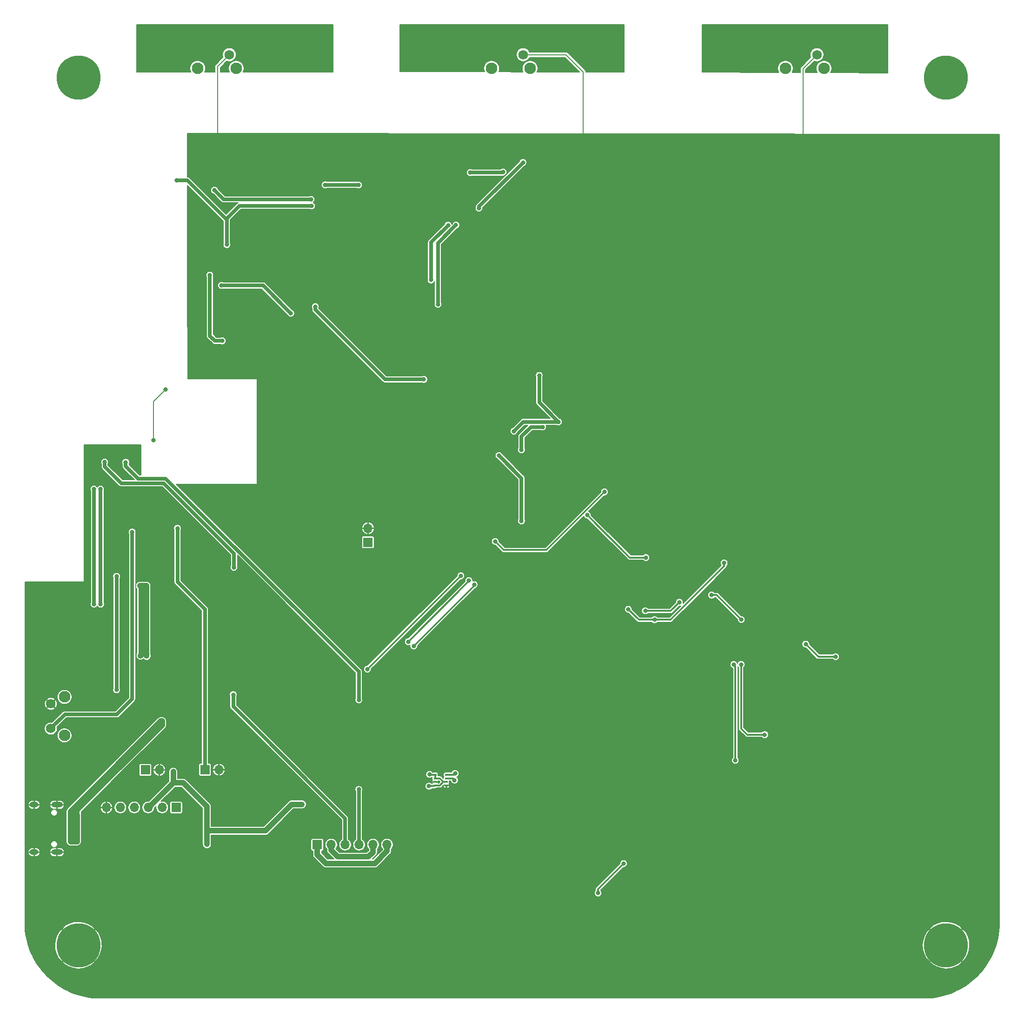
<source format=gbr>
G04 #@! TF.GenerationSoftware,KiCad,Pcbnew,(5.1.9)-1*
G04 #@! TF.CreationDate,2021-02-28T22:53:04+01:00*
G04 #@! TF.ProjectId,DPCM-map,4450434d-2d6d-4617-902e-6b696361645f,rev?*
G04 #@! TF.SameCoordinates,Original*
G04 #@! TF.FileFunction,Copper,L2,Bot*
G04 #@! TF.FilePolarity,Positive*
%FSLAX46Y46*%
G04 Gerber Fmt 4.6, Leading zero omitted, Abs format (unit mm)*
G04 Created by KiCad (PCBNEW (5.1.9)-1) date 2021-02-28 22:53:04*
%MOMM*%
%LPD*%
G01*
G04 APERTURE LIST*
G04 #@! TA.AperFunction,SMDPad,CuDef*
%ADD10R,0.500000X0.350000*%
G04 #@! TD*
G04 #@! TA.AperFunction,ComponentPad*
%ADD11O,1.700000X1.700000*%
G04 #@! TD*
G04 #@! TA.AperFunction,ComponentPad*
%ADD12R,1.700000X1.700000*%
G04 #@! TD*
G04 #@! TA.AperFunction,ComponentPad*
%ADD13C,0.900000*%
G04 #@! TD*
G04 #@! TA.AperFunction,ComponentPad*
%ADD14C,8.000000*%
G04 #@! TD*
G04 #@! TA.AperFunction,ComponentPad*
%ADD15C,2.100000*%
G04 #@! TD*
G04 #@! TA.AperFunction,ComponentPad*
%ADD16C,1.750000*%
G04 #@! TD*
G04 #@! TA.AperFunction,ComponentPad*
%ADD17O,2.100000X1.000000*%
G04 #@! TD*
G04 #@! TA.AperFunction,ComponentPad*
%ADD18O,1.600000X1.000000*%
G04 #@! TD*
G04 #@! TA.AperFunction,ViaPad*
%ADD19C,0.800000*%
G04 #@! TD*
G04 #@! TA.AperFunction,Conductor*
%ADD20C,0.650000*%
G04 #@! TD*
G04 #@! TA.AperFunction,Conductor*
%ADD21C,0.200000*%
G04 #@! TD*
G04 #@! TA.AperFunction,Conductor*
%ADD22C,1.000000*%
G04 #@! TD*
G04 #@! TA.AperFunction,Conductor*
%ADD23C,0.300000*%
G04 #@! TD*
G04 #@! TA.AperFunction,Conductor*
%ADD24C,0.350000*%
G04 #@! TD*
G04 #@! TA.AperFunction,Conductor*
%ADD25C,0.100000*%
G04 #@! TD*
G04 APERTURE END LIST*
D10*
X185475000Y-187015000D03*
X185475000Y-187665000D03*
X185475000Y-188315000D03*
X185475000Y-188965000D03*
X187525000Y-188965000D03*
X187525000Y-188315000D03*
X187525000Y-187665000D03*
X187525000Y-187015000D03*
D11*
X137160000Y-55880000D03*
X134620000Y-55880000D03*
D12*
X132080000Y-55880000D03*
D11*
X185420000Y-55880000D03*
X182880000Y-55880000D03*
D12*
X180340000Y-55880000D03*
X236220000Y-55880000D03*
D11*
X238760000Y-55880000D03*
X241300000Y-55880000D03*
D13*
X280621320Y-215948680D03*
X278500000Y-215070000D03*
X276378680Y-215948680D03*
X275500000Y-218070000D03*
X276378680Y-220191320D03*
X278500000Y-221070000D03*
X280621320Y-220191320D03*
X281500000Y-218070000D03*
D14*
X278500000Y-218070000D03*
D13*
X280621320Y-57878680D03*
X278500000Y-57000000D03*
X276378680Y-57878680D03*
X275500000Y-60000000D03*
X276378680Y-62121320D03*
X278500000Y-63000000D03*
X280621320Y-62121320D03*
X281500000Y-60000000D03*
D14*
X278500000Y-60000000D03*
D13*
X122641320Y-215948680D03*
X120520000Y-215070000D03*
X118398680Y-215948680D03*
X117520000Y-218070000D03*
X118398680Y-220191320D03*
X120520000Y-221070000D03*
X122641320Y-220191320D03*
X123520000Y-218070000D03*
D14*
X120520000Y-218070000D03*
D13*
X122641320Y-57878680D03*
X120520000Y-57000000D03*
X118398680Y-57878680D03*
X117520000Y-60000000D03*
X118398680Y-62121320D03*
X120520000Y-63000000D03*
X122641320Y-62121320D03*
X123520000Y-60000000D03*
D14*
X120520000Y-60000000D03*
D11*
X176700000Y-199750000D03*
X174160000Y-199750000D03*
X171620000Y-199750000D03*
X169080000Y-199750000D03*
X166540000Y-199750000D03*
D12*
X164000000Y-199750000D03*
D15*
X142250000Y-58340000D03*
D16*
X143500000Y-55850000D03*
X148000000Y-55850000D03*
D15*
X149260000Y-58340000D03*
X195750000Y-58340000D03*
D16*
X197000000Y-55850000D03*
X201500000Y-55850000D03*
D15*
X202760000Y-58340000D03*
X249250000Y-58340000D03*
D16*
X250500000Y-55850000D03*
X255000000Y-55850000D03*
D15*
X256260000Y-58340000D03*
X117990000Y-179850000D03*
D16*
X115500000Y-178600000D03*
X115500000Y-174100000D03*
D15*
X117990000Y-172840000D03*
D11*
X173260000Y-142130000D03*
D12*
X173260000Y-144670000D03*
D17*
X116630000Y-201120000D03*
X116630000Y-192480000D03*
D18*
X112450000Y-192480000D03*
X112450000Y-201120000D03*
D11*
X146100000Y-186095000D03*
D12*
X143560000Y-186095000D03*
G04 #@! TA.AperFunction,ComponentPad*
G36*
G01*
X131725000Y-54025001D02*
X131725000Y-51974999D01*
G75*
G02*
X131974999Y-51725000I249999J0D01*
G01*
X134025001Y-51725000D01*
G75*
G02*
X134275000Y-51974999I0J-249999D01*
G01*
X134275000Y-54025001D01*
G75*
G02*
X134025001Y-54275000I-249999J0D01*
G01*
X131974999Y-54275000D01*
G75*
G02*
X131725000Y-54025001I0J249999D01*
G01*
G37*
G04 #@! TD.AperFunction*
G04 #@! TA.AperFunction,ComponentPad*
G36*
G01*
X179725000Y-54025001D02*
X179725000Y-51974999D01*
G75*
G02*
X179974999Y-51725000I249999J0D01*
G01*
X182025001Y-51725000D01*
G75*
G02*
X182275000Y-51974999I0J-249999D01*
G01*
X182275000Y-54025001D01*
G75*
G02*
X182025001Y-54275000I-249999J0D01*
G01*
X179974999Y-54275000D01*
G75*
G02*
X179725000Y-54025001I0J249999D01*
G01*
G37*
G04 #@! TD.AperFunction*
G04 #@! TA.AperFunction,ComponentPad*
G36*
G01*
X234725000Y-54025001D02*
X234725000Y-51974999D01*
G75*
G02*
X234974999Y-51725000I249999J0D01*
G01*
X237025001Y-51725000D01*
G75*
G02*
X237275000Y-51974999I0J-249999D01*
G01*
X237275000Y-54025001D01*
G75*
G02*
X237025001Y-54275000I-249999J0D01*
G01*
X234974999Y-54275000D01*
G75*
G02*
X234725000Y-54025001I0J249999D01*
G01*
G37*
G04 #@! TD.AperFunction*
D11*
X125630000Y-192980000D03*
X128170000Y-192980000D03*
X130710000Y-192980000D03*
X133250000Y-192980000D03*
X135790000Y-192980000D03*
D12*
X138330000Y-192980000D03*
D11*
X135260000Y-186135000D03*
D12*
X132720000Y-186135000D03*
D19*
X137120000Y-208400000D03*
X139000000Y-208420000D03*
X122730000Y-130140000D03*
X134010000Y-142560000D03*
X142460000Y-143140000D03*
X140790000Y-144690000D03*
X189920000Y-183920000D03*
X189990000Y-185770000D03*
X187560000Y-182190000D03*
X175300000Y-193870000D03*
X177520000Y-193850000D03*
X180320000Y-193870000D03*
X182800000Y-193940000D03*
X163770000Y-195700000D03*
X161790000Y-194000000D03*
X144070000Y-201630000D03*
X144050000Y-203770000D03*
X144030000Y-206030000D03*
X130630000Y-205310000D03*
X134780000Y-203550000D03*
X132670000Y-203570000D03*
X147010000Y-193910000D03*
X150770000Y-195590000D03*
X141190000Y-186270000D03*
X146110000Y-183630000D03*
X148320000Y-185920000D03*
X135270000Y-183930000D03*
X129980000Y-188720000D03*
X131600000Y-190350000D03*
X131170000Y-177510000D03*
X132180000Y-173130000D03*
X136180000Y-173450000D03*
X139910000Y-169980000D03*
X136000000Y-170730000D03*
X128850000Y-166600000D03*
X128900000Y-154940000D03*
X128820000Y-146780000D03*
X126070000Y-151180000D03*
X131670000Y-150760000D03*
X131610000Y-147050000D03*
X122720000Y-131400000D03*
X123880000Y-130960000D03*
X122030000Y-142500000D03*
X122030000Y-137420000D03*
X145840000Y-72460000D03*
X252430000Y-72330000D03*
X134000000Y-136000000D03*
X134000000Y-137500000D03*
X134000000Y-139000000D03*
X134000000Y-140500000D03*
X132500000Y-141000000D03*
X131000000Y-141000000D03*
X129500000Y-141000000D03*
X128000000Y-141000000D03*
X126500000Y-140500000D03*
X126500000Y-139000000D03*
X126500000Y-137500000D03*
X126500000Y-136000000D03*
X136940000Y-142550000D03*
X144820000Y-145530000D03*
X212440000Y-73630000D03*
X181497500Y-120002500D03*
X165503663Y-101306337D03*
X165503663Y-102516337D03*
X146255000Y-95155000D03*
X166135000Y-84495000D03*
X165895000Y-82355000D03*
X182345000Y-97995000D03*
X182832499Y-99277501D03*
X206135000Y-117475000D03*
X206777499Y-119472501D03*
X198145000Y-124545000D03*
X197435000Y-139475000D03*
X197985000Y-141035000D03*
X159195000Y-165895000D03*
X213575000Y-134705000D03*
X220915000Y-145175000D03*
X223665000Y-155120002D03*
X235050000Y-149170000D03*
X239435000Y-162485000D03*
X239900000Y-163690000D03*
X256105000Y-160715000D03*
X256897499Y-162022501D03*
X217115000Y-208905000D03*
X147970000Y-104440000D03*
X146210010Y-103579990D03*
X142430000Y-76990000D03*
X190547499Y-83752501D03*
X183125000Y-72695000D03*
X204195000Y-72965000D03*
X141309081Y-78110919D03*
X217170516Y-207635514D03*
X243760000Y-181499998D03*
X135080000Y-178640000D03*
X135764970Y-177245030D03*
X120270000Y-199180000D03*
X120250000Y-194340000D03*
X119090000Y-194350000D03*
X119049988Y-199180000D03*
X137795000Y-188505000D03*
X137795000Y-186465000D03*
X143920000Y-199670000D03*
X143920000Y-197205000D03*
X159340000Y-192460000D03*
X161240000Y-192420000D03*
X132910000Y-152600000D03*
X132940000Y-165370000D03*
X131740000Y-152600000D03*
X131820000Y-165310000D03*
X184350000Y-189100000D03*
X184450000Y-186950000D03*
X127480000Y-150860000D03*
X127460000Y-171550000D03*
X138550000Y-142120000D03*
X201460000Y-75500000D03*
X187830002Y-86920000D03*
X184720000Y-96880000D03*
X193440000Y-83799998D03*
X123360000Y-155930000D03*
X123350000Y-134960000D03*
X124560000Y-155940000D03*
X124539998Y-134960000D03*
X266000000Y-51100000D03*
X262000000Y-51100000D03*
X239000000Y-51100000D03*
X263000000Y-51100000D03*
X265000000Y-51100000D03*
X258000000Y-51100000D03*
X243000000Y-51100000D03*
X247000000Y-51100000D03*
X256000000Y-51100000D03*
X253000000Y-51100000D03*
X267000000Y-51100000D03*
X255000000Y-51100000D03*
X257000000Y-51100000D03*
X236000000Y-51100000D03*
X264000000Y-51100000D03*
X261000000Y-51100000D03*
X252000000Y-51100000D03*
X245000000Y-51100000D03*
X249000000Y-51100000D03*
X241000000Y-51100000D03*
X244000000Y-51100000D03*
X254000000Y-51100000D03*
X260000000Y-51100000D03*
X251000000Y-51100000D03*
X237000000Y-51100000D03*
X259000000Y-51100000D03*
X240000000Y-51100000D03*
X250000000Y-51100000D03*
X248000000Y-51100000D03*
X246000000Y-51100000D03*
X235000000Y-51100000D03*
X242000000Y-51100000D03*
X238000000Y-51100000D03*
X194500000Y-51100000D03*
X195500000Y-51100000D03*
X189500000Y-51100000D03*
X193500000Y-51100000D03*
X182500000Y-51100000D03*
X192500000Y-51100000D03*
X196500000Y-51100000D03*
X188500000Y-51100000D03*
X185500000Y-51100000D03*
X191500000Y-51100000D03*
X180500000Y-51100000D03*
X198500000Y-51100000D03*
X184500000Y-51100000D03*
X181500000Y-51100000D03*
X186500000Y-51100000D03*
X183500000Y-51100000D03*
X190500000Y-51100000D03*
X199500000Y-51100000D03*
X187500000Y-51100000D03*
X197500000Y-51100000D03*
X206500000Y-51100000D03*
X205500000Y-51100000D03*
X200500000Y-51100000D03*
X211500000Y-51100000D03*
X207500000Y-51100000D03*
X216500000Y-51100000D03*
X217500000Y-51100000D03*
X212500000Y-51100000D03*
X202500000Y-51100000D03*
X204500000Y-51100000D03*
X208500000Y-51100000D03*
X214500000Y-51100000D03*
X209500000Y-51100000D03*
X201500000Y-51100000D03*
X215500000Y-51100000D03*
X213500000Y-51100000D03*
X210500000Y-51100000D03*
X203500000Y-51100000D03*
X218500000Y-51100000D03*
X132000000Y-51100000D03*
X133000000Y-51100000D03*
X134000000Y-51100000D03*
X135000000Y-51100000D03*
X136000000Y-51100000D03*
X137000000Y-51100000D03*
X138000000Y-51100000D03*
X139000000Y-51100000D03*
X140000000Y-51100000D03*
X141000000Y-51100000D03*
X142000000Y-51100000D03*
X143000000Y-51100000D03*
X144000000Y-51100000D03*
X145000000Y-51100000D03*
X146000000Y-51100000D03*
X147000000Y-51100000D03*
X148000000Y-51100000D03*
X149000000Y-51100000D03*
X150000000Y-51100000D03*
X151000000Y-51100000D03*
X152000000Y-51100000D03*
X153000000Y-51100000D03*
X154000000Y-51100000D03*
X155000000Y-51100000D03*
X156000000Y-51100000D03*
X157000000Y-51100000D03*
X158000000Y-51100000D03*
X159000000Y-51100000D03*
X160000000Y-51100000D03*
X161000000Y-51100000D03*
X162000000Y-51100000D03*
X163000000Y-51100000D03*
X164000000Y-51100000D03*
X165000000Y-51100000D03*
X166000000Y-51100000D03*
X129130000Y-130090000D03*
X171570000Y-189690000D03*
X171570009Y-173390009D03*
X189000000Y-188000000D03*
X125300000Y-130040000D03*
X148840000Y-149260000D03*
X148710000Y-172440000D03*
X189100000Y-186800000D03*
X130310000Y-142810000D03*
X163650000Y-101740000D03*
X183420000Y-115000000D03*
X146700000Y-107980000D03*
X144450000Y-95990000D03*
X146550000Y-97890000D03*
X159190000Y-102950000D03*
X147550000Y-90460000D03*
X162990000Y-83390000D03*
X138440000Y-78730000D03*
X165440000Y-79560000D03*
X171540000Y-79590000D03*
X145310000Y-80550000D03*
X162890000Y-82210000D03*
X191850000Y-77320000D03*
X197830000Y-77210000D03*
X185990000Y-101310000D03*
X189260000Y-86880000D03*
X204421264Y-114278736D03*
X207930000Y-122730000D03*
X199810000Y-124430000D03*
X205020000Y-123655000D03*
X201190000Y-127830000D03*
X197080000Y-128860000D03*
X180580000Y-162790000D03*
X191620000Y-151650000D03*
X201190000Y-140790000D03*
X173140000Y-167780000D03*
X190154999Y-150754999D03*
X216300000Y-135500000D03*
X196400000Y-144509998D03*
X181570000Y-163570000D03*
X192570000Y-152380000D03*
X213178008Y-139718008D03*
X223840000Y-147460000D03*
X220640000Y-156870000D03*
X225420000Y-158770000D03*
X238090000Y-148440000D03*
X223730000Y-157150000D03*
X229940000Y-155590000D03*
X252940000Y-163220000D03*
X258380000Y-165510000D03*
X241220000Y-158750000D03*
X235820000Y-154290000D03*
X245470000Y-179720000D03*
X241180000Y-166930000D03*
X215130000Y-208570000D03*
X219790000Y-203180000D03*
X240120000Y-184400000D03*
X239840000Y-166930000D03*
X134200000Y-126060000D03*
X136390000Y-116820000D03*
D20*
X138980000Y-208400000D02*
X139000000Y-208420000D01*
X137120000Y-208400000D02*
X138980000Y-208400000D01*
D21*
X145840000Y-58010000D02*
X145840000Y-72460000D01*
X148000000Y-55850000D02*
X145840000Y-58010000D01*
X255000000Y-55850000D02*
X252430000Y-58420000D01*
X252430000Y-58420000D02*
X252430000Y-72330000D01*
X201500000Y-55850000D02*
X209300000Y-55850000D01*
X209300000Y-55850000D02*
X212440000Y-58990000D01*
X212440000Y-58990000D02*
X212440000Y-73630000D01*
D22*
X135080000Y-178640000D02*
X135764970Y-177955030D01*
X135764970Y-177955030D02*
X135764970Y-177245030D01*
X120270000Y-194360000D02*
X120250000Y-194340000D01*
X120270000Y-199180000D02*
X120270000Y-194360000D01*
X119090000Y-199180000D02*
X120270000Y-199180000D01*
X119090000Y-193740000D02*
X119090000Y-199180000D01*
X135584970Y-177245030D02*
X119090000Y-193740000D01*
X135764970Y-177245030D02*
X135584970Y-177245030D01*
X120250000Y-193470000D02*
X120250000Y-194340000D01*
X135080000Y-178640000D02*
X120250000Y-193470000D01*
X119090000Y-194350000D02*
X119710000Y-194970000D01*
X119710000Y-198620000D02*
X120270000Y-199180000D01*
X119710000Y-194970000D02*
X119710000Y-198620000D01*
X119100000Y-194340000D02*
X119090000Y-194350000D01*
X120250000Y-194340000D02*
X119100000Y-194340000D01*
X119970000Y-193470000D02*
X120250000Y-193470000D01*
X119090000Y-194350000D02*
X119970000Y-193470000D01*
X133320000Y-192980000D02*
X137795000Y-188505000D01*
X133250000Y-192980000D02*
X133320000Y-192980000D01*
X137795000Y-188505000D02*
X137795000Y-186465000D01*
X143920000Y-199670000D02*
X143920000Y-197205000D01*
X159380000Y-192420000D02*
X159340000Y-192460000D01*
X161240000Y-192420000D02*
X159380000Y-192420000D01*
X154595000Y-197205000D02*
X143920000Y-197205000D01*
X159340000Y-192460000D02*
X154595000Y-197205000D01*
X132910000Y-152600000D02*
X131740000Y-152600000D01*
X132040000Y-165090000D02*
X131820000Y-165310000D01*
X131980000Y-165150000D02*
X131820000Y-165310000D01*
X131980000Y-152840000D02*
X131980000Y-165150000D01*
X131740000Y-152600000D02*
X131980000Y-152840000D01*
X132880000Y-165310000D02*
X132940000Y-165370000D01*
X132880000Y-152900000D02*
X132880000Y-165310000D01*
X132910000Y-152870000D02*
X132880000Y-152900000D01*
X132910000Y-152600000D02*
X132910000Y-152870000D01*
X139625000Y-188505000D02*
X137795000Y-188505000D01*
X143920000Y-192800000D02*
X139625000Y-188505000D01*
X143920000Y-197205000D02*
X143920000Y-192800000D01*
D23*
X185475000Y-187025000D02*
X185475000Y-187675000D01*
X187525000Y-188325000D02*
X186975000Y-188325000D01*
X186325000Y-187675000D02*
X185475000Y-187675000D01*
X186975000Y-188325000D02*
X186325000Y-187675000D01*
X186325000Y-188975000D02*
X186975000Y-188325000D01*
X185475000Y-188975000D02*
X186325000Y-188975000D01*
X185350000Y-189100000D02*
X185475000Y-188975000D01*
X184350000Y-189100000D02*
X185350000Y-189100000D01*
X184525000Y-187025000D02*
X184450000Y-186950000D01*
X185475000Y-187025000D02*
X184525000Y-187025000D01*
D20*
X127480000Y-171530000D02*
X127460000Y-171550000D01*
X127480000Y-150860000D02*
X127480000Y-171530000D01*
X143560000Y-156910000D02*
X138550000Y-151900000D01*
X138550000Y-151900000D02*
X138550000Y-142120000D01*
X143560000Y-186095000D02*
X143560000Y-156910000D01*
X187830002Y-86920000D02*
X184720000Y-90030002D01*
X184720000Y-90030002D02*
X184720000Y-96880000D01*
X201460000Y-75500000D02*
X193440000Y-83520000D01*
X193440000Y-83520000D02*
X193440000Y-83799998D01*
X123360000Y-155930000D02*
X123360000Y-134970000D01*
X123360000Y-134970000D02*
X123350000Y-134960000D01*
X124560000Y-155940000D02*
X124560000Y-134980002D01*
X124560000Y-134980002D02*
X124539998Y-134960000D01*
X171620000Y-199750000D02*
X171620000Y-189740000D01*
X171620000Y-189740000D02*
X171570000Y-189690000D01*
D24*
X188675000Y-187675000D02*
X187525000Y-187675000D01*
X189000000Y-188000000D02*
X188675000Y-187675000D01*
D20*
X171570009Y-168227912D02*
X171570009Y-173390009D01*
X136402086Y-133059989D02*
X171570009Y-168227912D01*
X131379989Y-133059989D02*
X136402086Y-133059989D01*
X129130000Y-130810000D02*
X131379989Y-133059989D01*
X129130000Y-130090000D02*
X129130000Y-130810000D01*
X169080000Y-194990000D02*
X169080000Y-199750000D01*
X148710000Y-174620000D02*
X169080000Y-194990000D01*
X148710000Y-172440000D02*
X148710000Y-174620000D01*
D24*
X188875000Y-187025000D02*
X189100000Y-186800000D01*
X187525000Y-187025000D02*
X188875000Y-187025000D01*
D20*
X148850000Y-149250000D02*
X148840000Y-149260000D01*
X148850000Y-146710000D02*
X148850000Y-149250000D01*
X136050000Y-133910000D02*
X148850000Y-146710000D01*
X128310000Y-133910000D02*
X136050000Y-133910000D01*
X125300000Y-130900000D02*
X128310000Y-133910000D01*
X125300000Y-130040000D02*
X125300000Y-130900000D01*
X130310000Y-142810000D02*
X130310000Y-173240000D01*
X130310000Y-173240000D02*
X127530000Y-176020000D01*
X118080000Y-176020000D02*
X115500000Y-178600000D01*
X127530000Y-176020000D02*
X118080000Y-176020000D01*
X176344315Y-115000000D02*
X183420000Y-115000000D01*
X163650000Y-102305685D02*
X176344315Y-115000000D01*
X163650000Y-101740000D02*
X163650000Y-102305685D01*
X144450000Y-107060000D02*
X144450000Y-95990000D01*
X145370000Y-107980000D02*
X144450000Y-107060000D01*
X146700000Y-107980000D02*
X145370000Y-107980000D01*
X154130000Y-97890000D02*
X159190000Y-102950000D01*
X146550000Y-97890000D02*
X154130000Y-97890000D01*
X149850000Y-83390000D02*
X162990000Y-83390000D01*
X147550000Y-85690000D02*
X149850000Y-83390000D01*
X147550000Y-90460000D02*
X147550000Y-85690000D01*
X140330000Y-78730000D02*
X138440000Y-78730000D01*
X147550000Y-85950000D02*
X140330000Y-78730000D01*
X147550000Y-90460000D02*
X147550000Y-85950000D01*
X171510000Y-79560000D02*
X171540000Y-79590000D01*
X165440000Y-79560000D02*
X171510000Y-79560000D01*
X146970000Y-82210000D02*
X162890000Y-82210000D01*
X145310000Y-80550000D02*
X146970000Y-82210000D01*
X191850000Y-77320000D02*
X197720000Y-77320000D01*
X197720000Y-77320000D02*
X197830000Y-77210000D01*
X185990000Y-101310000D02*
X185990000Y-90150000D01*
X185990000Y-90150000D02*
X189260000Y-86880000D01*
X204421264Y-119221264D02*
X207930000Y-122730000D01*
X204421264Y-114278736D02*
X204421264Y-119221264D01*
X201510000Y-122730000D02*
X199810000Y-124430000D01*
X207930000Y-122730000D02*
X201510000Y-122730000D01*
X201190000Y-125390000D02*
X201190000Y-127830000D01*
X202925000Y-123655000D02*
X201190000Y-125390000D01*
X205020000Y-123655000D02*
X202925000Y-123655000D01*
D24*
X191620000Y-151750000D02*
X191620000Y-151650000D01*
X180580000Y-162790000D02*
X191620000Y-151750000D01*
D20*
X197080000Y-128860000D02*
X201190000Y-132970000D01*
X201190000Y-132970000D02*
X201190000Y-140790000D01*
D24*
X173140000Y-167780000D02*
X190154999Y-150765001D01*
X190154999Y-150765001D02*
X190154999Y-150754999D01*
X197970002Y-146080000D02*
X196400000Y-144509998D01*
X205720000Y-146080000D02*
X197970002Y-146080000D01*
X216300000Y-135500000D02*
X205720000Y-146080000D01*
X192570000Y-152570000D02*
X192570000Y-152380000D01*
X181570000Y-163570000D02*
X192570000Y-152570000D01*
X220920000Y-147460000D02*
X223840000Y-147460000D01*
X213178008Y-139718008D02*
X220920000Y-147460000D01*
X222540000Y-158770000D02*
X225420000Y-158770000D01*
X220640000Y-156870000D02*
X222540000Y-158770000D01*
X238090000Y-149005685D02*
X238090000Y-148440000D01*
X228325685Y-158770000D02*
X238090000Y-149005685D01*
X225420000Y-158770000D02*
X228325685Y-158770000D01*
X223730000Y-157150000D02*
X228380000Y-157150000D01*
X228380000Y-157150000D02*
X229940000Y-155590000D01*
X255230000Y-165510000D02*
X258380000Y-165510000D01*
X252940000Y-163220000D02*
X255230000Y-165510000D01*
X241220000Y-158750000D02*
X236760000Y-154290000D01*
X236760000Y-154290000D02*
X235820000Y-154290000D01*
X241180000Y-178610000D02*
X241180000Y-166930000D01*
X242290000Y-179720000D02*
X241180000Y-178610000D01*
X245470000Y-179720000D02*
X242290000Y-179720000D01*
X215130000Y-207840000D02*
X219790000Y-203180000D01*
X215130000Y-208570000D02*
X215130000Y-207840000D01*
X240120000Y-184400000D02*
X240120000Y-167210000D01*
X240120000Y-167210000D02*
X239840000Y-166930000D01*
D22*
X164000000Y-199750000D02*
X164000000Y-201600000D01*
X165560011Y-203160011D02*
X174492070Y-203160011D01*
X164000000Y-201600000D02*
X165560011Y-203160011D01*
X174492070Y-203160011D02*
X176700000Y-200952081D01*
X176700000Y-200952081D02*
X176700000Y-199750000D01*
X174160000Y-201130000D02*
X174160000Y-199750000D01*
X173330000Y-201960000D02*
X174160000Y-201130000D01*
X167740000Y-201960000D02*
X173330000Y-201960000D01*
X166540000Y-200760000D02*
X167740000Y-201960000D01*
X166540000Y-199750000D02*
X166540000Y-200760000D01*
D21*
X134200000Y-126060000D02*
X134200000Y-119010000D01*
X134200000Y-119010000D02*
X136390000Y-116820000D01*
X288189923Y-70373028D02*
X288189923Y-213996331D01*
X288171994Y-214705365D01*
X288119080Y-215401204D01*
X288031957Y-216086826D01*
X287911490Y-216761396D01*
X287758538Y-217424090D01*
X287573956Y-218074092D01*
X287358608Y-218710527D01*
X287113346Y-219332555D01*
X286839032Y-219939319D01*
X286536513Y-220529976D01*
X286206653Y-221103653D01*
X285850296Y-221659515D01*
X285468315Y-222196668D01*
X285061587Y-222714236D01*
X284630938Y-223211392D01*
X284177266Y-223687231D01*
X283701426Y-224140904D01*
X283204271Y-224571552D01*
X282686703Y-224978280D01*
X282149536Y-225360270D01*
X281593703Y-225716609D01*
X281020020Y-226046474D01*
X280429354Y-226348997D01*
X279822590Y-226623311D01*
X279200545Y-226868579D01*
X278564127Y-227083921D01*
X277914129Y-227268502D01*
X277251431Y-227421455D01*
X276576861Y-227541922D01*
X275891239Y-227629045D01*
X275195400Y-227681959D01*
X274486366Y-227699888D01*
X124493824Y-227699888D01*
X123784788Y-227681959D01*
X123088947Y-227629045D01*
X122403339Y-227541924D01*
X121728723Y-227421450D01*
X121066040Y-227268503D01*
X120416039Y-227083924D01*
X119779592Y-226868576D01*
X119157557Y-226623317D01*
X118550763Y-226348995D01*
X117960099Y-226046479D01*
X117386390Y-225716609D01*
X116830536Y-225360266D01*
X116293357Y-224978278D01*
X115775758Y-224571537D01*
X115278597Y-224140897D01*
X114802750Y-223687234D01*
X114349042Y-223211373D01*
X113918395Y-222714237D01*
X113511641Y-222196658D01*
X113129640Y-221659496D01*
X112775674Y-221107386D01*
X117553325Y-221107386D01*
X118020914Y-221594761D01*
X118756580Y-222014581D01*
X119560013Y-222282814D01*
X120400338Y-222389149D01*
X121245262Y-222329503D01*
X122062314Y-222106166D01*
X122820095Y-221727722D01*
X123019086Y-221594761D01*
X123486675Y-221107386D01*
X275533325Y-221107386D01*
X276000914Y-221594761D01*
X276736580Y-222014581D01*
X277540013Y-222282814D01*
X278380338Y-222389149D01*
X279225262Y-222329503D01*
X280042314Y-222106166D01*
X280800095Y-221727722D01*
X280999086Y-221594761D01*
X281466675Y-221107386D01*
X278500000Y-218140711D01*
X275533325Y-221107386D01*
X123486675Y-221107386D01*
X120520000Y-218140711D01*
X117553325Y-221107386D01*
X112775674Y-221107386D01*
X112773283Y-221103658D01*
X112443397Y-220529960D01*
X112140872Y-219939318D01*
X111866539Y-219332539D01*
X111621266Y-218710507D01*
X111405914Y-218074096D01*
X111370769Y-217950338D01*
X116200851Y-217950338D01*
X116260497Y-218795262D01*
X116483834Y-219612314D01*
X116862278Y-220370095D01*
X116995239Y-220569086D01*
X117482614Y-221036675D01*
X120449289Y-218070000D01*
X120590711Y-218070000D01*
X123557386Y-221036675D01*
X124044761Y-220569086D01*
X124464581Y-219833420D01*
X124732814Y-219029987D01*
X124839149Y-218189662D01*
X124822255Y-217950338D01*
X274180851Y-217950338D01*
X274240497Y-218795262D01*
X274463834Y-219612314D01*
X274842278Y-220370095D01*
X274975239Y-220569086D01*
X275462614Y-221036675D01*
X278429289Y-218070000D01*
X278570711Y-218070000D01*
X281537386Y-221036675D01*
X282024761Y-220569086D01*
X282444581Y-219833420D01*
X282712814Y-219029987D01*
X282819149Y-218189662D01*
X282759503Y-217344738D01*
X282536166Y-216527686D01*
X282157722Y-215769905D01*
X282024761Y-215570914D01*
X281537386Y-215103325D01*
X278570711Y-218070000D01*
X278429289Y-218070000D01*
X275462614Y-215103325D01*
X274975239Y-215570914D01*
X274555419Y-216306580D01*
X274287186Y-217110013D01*
X274180851Y-217950338D01*
X124822255Y-217950338D01*
X124779503Y-217344738D01*
X124556166Y-216527686D01*
X124177722Y-215769905D01*
X124044761Y-215570914D01*
X123557386Y-215103325D01*
X120590711Y-218070000D01*
X120449289Y-218070000D01*
X117482614Y-215103325D01*
X116995239Y-215570914D01*
X116575419Y-216306580D01*
X116307186Y-217110013D01*
X116200851Y-217950338D01*
X111370769Y-217950338D01*
X111221324Y-217424097D01*
X111068363Y-216761390D01*
X110947889Y-216086818D01*
X110860760Y-215401196D01*
X110832731Y-215032614D01*
X117553325Y-215032614D01*
X120520000Y-217999289D01*
X123486675Y-215032614D01*
X275533325Y-215032614D01*
X278500000Y-217999289D01*
X281466675Y-215032614D01*
X280999086Y-214545239D01*
X280263420Y-214125419D01*
X279459987Y-213857186D01*
X278619662Y-213750851D01*
X277774738Y-213810497D01*
X276957686Y-214033834D01*
X276199905Y-214412278D01*
X276000914Y-214545239D01*
X275533325Y-215032614D01*
X123486675Y-215032614D01*
X123019086Y-214545239D01*
X122283420Y-214125419D01*
X121479987Y-213857186D01*
X120639662Y-213750851D01*
X119794738Y-213810497D01*
X118977686Y-214033834D01*
X118219905Y-214412278D01*
X118020914Y-214545239D01*
X117553325Y-215032614D01*
X110832731Y-215032614D01*
X110807844Y-214705363D01*
X110789915Y-213996331D01*
X110789915Y-208501056D01*
X214430000Y-208501056D01*
X214430000Y-208638944D01*
X214456901Y-208774182D01*
X214509668Y-208901574D01*
X214586274Y-209016224D01*
X214683776Y-209113726D01*
X214798426Y-209190332D01*
X214925818Y-209243099D01*
X215061056Y-209270000D01*
X215198944Y-209270000D01*
X215334182Y-209243099D01*
X215461574Y-209190332D01*
X215576224Y-209113726D01*
X215673726Y-209016224D01*
X215750332Y-208901574D01*
X215803099Y-208774182D01*
X215830000Y-208638944D01*
X215830000Y-208501056D01*
X215803099Y-208365818D01*
X215750332Y-208238426D01*
X215673726Y-208123776D01*
X215605000Y-208055050D01*
X215605000Y-208036750D01*
X219761751Y-203880000D01*
X219858944Y-203880000D01*
X219994182Y-203853099D01*
X220121574Y-203800332D01*
X220236224Y-203723726D01*
X220333726Y-203626224D01*
X220410332Y-203511574D01*
X220463099Y-203384182D01*
X220490000Y-203248944D01*
X220490000Y-203111056D01*
X220463099Y-202975818D01*
X220410332Y-202848426D01*
X220333726Y-202733776D01*
X220236224Y-202636274D01*
X220121574Y-202559668D01*
X219994182Y-202506901D01*
X219858944Y-202480000D01*
X219721056Y-202480000D01*
X219585818Y-202506901D01*
X219458426Y-202559668D01*
X219343776Y-202636274D01*
X219246274Y-202733776D01*
X219169668Y-202848426D01*
X219116901Y-202975818D01*
X219090000Y-203111056D01*
X219090000Y-203208249D01*
X214810629Y-207487621D01*
X214792500Y-207502499D01*
X214733142Y-207574827D01*
X214689035Y-207657346D01*
X214661873Y-207746884D01*
X214652702Y-207840000D01*
X214655001Y-207863342D01*
X214655001Y-208055049D01*
X214586274Y-208123776D01*
X214509668Y-208238426D01*
X214456901Y-208365818D01*
X214430000Y-208501056D01*
X110789915Y-208501056D01*
X110789915Y-201294287D01*
X111369216Y-201294287D01*
X111391761Y-201379954D01*
X111457045Y-201522884D01*
X111548959Y-201650331D01*
X111663970Y-201757398D01*
X111797659Y-201839970D01*
X111944888Y-201894874D01*
X112100000Y-201920000D01*
X112400000Y-201920000D01*
X112400000Y-201170000D01*
X112500000Y-201170000D01*
X112500000Y-201920000D01*
X112800000Y-201920000D01*
X112955112Y-201894874D01*
X113102341Y-201839970D01*
X113236030Y-201757398D01*
X113351041Y-201650331D01*
X113442955Y-201522884D01*
X113508239Y-201379954D01*
X113530784Y-201294287D01*
X115299216Y-201294287D01*
X115321761Y-201379954D01*
X115387045Y-201522884D01*
X115478959Y-201650331D01*
X115593970Y-201757398D01*
X115727659Y-201839970D01*
X115874888Y-201894874D01*
X116030000Y-201920000D01*
X116580000Y-201920000D01*
X116580000Y-201170000D01*
X116680000Y-201170000D01*
X116680000Y-201920000D01*
X117230000Y-201920000D01*
X117385112Y-201894874D01*
X117532341Y-201839970D01*
X117666030Y-201757398D01*
X117781041Y-201650331D01*
X117872955Y-201522884D01*
X117938239Y-201379954D01*
X117960784Y-201294287D01*
X117903274Y-201170000D01*
X116680000Y-201170000D01*
X116580000Y-201170000D01*
X115356726Y-201170000D01*
X115299216Y-201294287D01*
X113530784Y-201294287D01*
X113473274Y-201170000D01*
X112500000Y-201170000D01*
X112400000Y-201170000D01*
X111426726Y-201170000D01*
X111369216Y-201294287D01*
X110789915Y-201294287D01*
X110789915Y-200945713D01*
X111369216Y-200945713D01*
X111426726Y-201070000D01*
X112400000Y-201070000D01*
X112400000Y-200320000D01*
X112500000Y-200320000D01*
X112500000Y-201070000D01*
X113473274Y-201070000D01*
X113530784Y-200945713D01*
X115299216Y-200945713D01*
X115356726Y-201070000D01*
X116580000Y-201070000D01*
X116580000Y-200320000D01*
X116680000Y-200320000D01*
X116680000Y-201070000D01*
X117903274Y-201070000D01*
X117960784Y-200945713D01*
X117938239Y-200860046D01*
X117872955Y-200717116D01*
X117781041Y-200589669D01*
X117666030Y-200482602D01*
X117532341Y-200400030D01*
X117385112Y-200345126D01*
X117230000Y-200320000D01*
X116680000Y-200320000D01*
X116580000Y-200320000D01*
X116030000Y-200320000D01*
X115874888Y-200345126D01*
X115727659Y-200400030D01*
X115593970Y-200482602D01*
X115478959Y-200589669D01*
X115387045Y-200717116D01*
X115321761Y-200860046D01*
X115299216Y-200945713D01*
X113530784Y-200945713D01*
X113508239Y-200860046D01*
X113442955Y-200717116D01*
X113351041Y-200589669D01*
X113236030Y-200482602D01*
X113102341Y-200400030D01*
X112955112Y-200345126D01*
X112800000Y-200320000D01*
X112500000Y-200320000D01*
X112400000Y-200320000D01*
X112100000Y-200320000D01*
X111944888Y-200345126D01*
X111797659Y-200400030D01*
X111663970Y-200482602D01*
X111548959Y-200589669D01*
X111457045Y-200717116D01*
X111391761Y-200860046D01*
X111369216Y-200945713D01*
X110789915Y-200945713D01*
X110789915Y-199628443D01*
X115475000Y-199628443D01*
X115475000Y-199751557D01*
X115499019Y-199872306D01*
X115546132Y-199986048D01*
X115614531Y-200088414D01*
X115701586Y-200175469D01*
X115803952Y-200243868D01*
X115917694Y-200290981D01*
X116038443Y-200315000D01*
X116161557Y-200315000D01*
X116282306Y-200290981D01*
X116396048Y-200243868D01*
X116498414Y-200175469D01*
X116585469Y-200088414D01*
X116653868Y-199986048D01*
X116700981Y-199872306D01*
X116725000Y-199751557D01*
X116725000Y-199628443D01*
X116700981Y-199507694D01*
X116653868Y-199393952D01*
X116585469Y-199291586D01*
X116498414Y-199204531D01*
X116396048Y-199136132D01*
X116282306Y-199089019D01*
X116161557Y-199065000D01*
X116038443Y-199065000D01*
X115917694Y-199089019D01*
X115803952Y-199136132D01*
X115701586Y-199204531D01*
X115614531Y-199291586D01*
X115546132Y-199393952D01*
X115499019Y-199507694D01*
X115475000Y-199628443D01*
X110789915Y-199628443D01*
X110789915Y-193848443D01*
X115475000Y-193848443D01*
X115475000Y-193971557D01*
X115499019Y-194092306D01*
X115546132Y-194206048D01*
X115614531Y-194308414D01*
X115701586Y-194395469D01*
X115803952Y-194463868D01*
X115917694Y-194510981D01*
X116038443Y-194535000D01*
X116161557Y-194535000D01*
X116282306Y-194510981D01*
X116396048Y-194463868D01*
X116498414Y-194395469D01*
X116585469Y-194308414D01*
X116653868Y-194206048D01*
X116700981Y-194092306D01*
X116725000Y-193971557D01*
X116725000Y-193848443D01*
X116703429Y-193740000D01*
X118286130Y-193740000D01*
X118290000Y-193779291D01*
X118290000Y-194310708D01*
X118286130Y-194350000D01*
X118290000Y-194389292D01*
X118290001Y-199140697D01*
X118286130Y-199180000D01*
X118301576Y-199336827D01*
X118347321Y-199487628D01*
X118421607Y-199626606D01*
X118521578Y-199748422D01*
X118643394Y-199848393D01*
X118782372Y-199922679D01*
X118933173Y-199968424D01*
X119050707Y-199980000D01*
X119090000Y-199983870D01*
X119129293Y-199980000D01*
X120230707Y-199980000D01*
X120270000Y-199983870D01*
X120309293Y-199980000D01*
X120426827Y-199968424D01*
X120577628Y-199922679D01*
X120716606Y-199848393D01*
X120838422Y-199748422D01*
X120938393Y-199626606D01*
X121012679Y-199487628D01*
X121058424Y-199336827D01*
X121073870Y-199180000D01*
X121070000Y-199140707D01*
X121070000Y-194399282D01*
X121073869Y-194359999D01*
X121070000Y-194320716D01*
X121070000Y-194320707D01*
X121058424Y-194203173D01*
X121050000Y-194175403D01*
X121050000Y-193801370D01*
X121642256Y-193209114D01*
X124503052Y-193209114D01*
X124569404Y-193424568D01*
X124676514Y-193622938D01*
X124820266Y-193796600D01*
X124995136Y-193938881D01*
X125194403Y-194044312D01*
X125400886Y-194106946D01*
X125580000Y-194053837D01*
X125580000Y-193030000D01*
X125680000Y-193030000D01*
X125680000Y-194053837D01*
X125859114Y-194106946D01*
X126065597Y-194044312D01*
X126264864Y-193938881D01*
X126439734Y-193796600D01*
X126583486Y-193622938D01*
X126690596Y-193424568D01*
X126756948Y-193209114D01*
X126703915Y-193030000D01*
X125680000Y-193030000D01*
X125580000Y-193030000D01*
X124556085Y-193030000D01*
X124503052Y-193209114D01*
X121642256Y-193209114D01*
X122100484Y-192750886D01*
X124503052Y-192750886D01*
X124556085Y-192930000D01*
X125580000Y-192930000D01*
X125580000Y-191906163D01*
X125680000Y-191906163D01*
X125680000Y-192930000D01*
X126703915Y-192930000D01*
X126722646Y-192866735D01*
X127020000Y-192866735D01*
X127020000Y-193093265D01*
X127064194Y-193315443D01*
X127150884Y-193524729D01*
X127276737Y-193713082D01*
X127436918Y-193873263D01*
X127625271Y-193999116D01*
X127834557Y-194085806D01*
X128056735Y-194130000D01*
X128283265Y-194130000D01*
X128505443Y-194085806D01*
X128714729Y-193999116D01*
X128903082Y-193873263D01*
X129063263Y-193713082D01*
X129189116Y-193524729D01*
X129275806Y-193315443D01*
X129320000Y-193093265D01*
X129320000Y-192866735D01*
X129560000Y-192866735D01*
X129560000Y-193093265D01*
X129604194Y-193315443D01*
X129690884Y-193524729D01*
X129816737Y-193713082D01*
X129976918Y-193873263D01*
X130165271Y-193999116D01*
X130374557Y-194085806D01*
X130596735Y-194130000D01*
X130823265Y-194130000D01*
X131045443Y-194085806D01*
X131254729Y-193999116D01*
X131443082Y-193873263D01*
X131603263Y-193713082D01*
X131729116Y-193524729D01*
X131815806Y-193315443D01*
X131860000Y-193093265D01*
X131860000Y-192866735D01*
X132100000Y-192866735D01*
X132100000Y-193093265D01*
X132144194Y-193315443D01*
X132230884Y-193524729D01*
X132356737Y-193713082D01*
X132516918Y-193873263D01*
X132705271Y-193999116D01*
X132914557Y-194085806D01*
X133136735Y-194130000D01*
X133363265Y-194130000D01*
X133585443Y-194085806D01*
X133794729Y-193999116D01*
X133983082Y-193873263D01*
X134143263Y-193713082D01*
X134269116Y-193524729D01*
X134355806Y-193315443D01*
X134400000Y-193093265D01*
X134400000Y-193031370D01*
X134658713Y-192772657D01*
X134640000Y-192866735D01*
X134640000Y-193093265D01*
X134684194Y-193315443D01*
X134770884Y-193524729D01*
X134896737Y-193713082D01*
X135056918Y-193873263D01*
X135245271Y-193999116D01*
X135454557Y-194085806D01*
X135676735Y-194130000D01*
X135903265Y-194130000D01*
X136125443Y-194085806D01*
X136334729Y-193999116D01*
X136523082Y-193873263D01*
X136683263Y-193713082D01*
X136809116Y-193524729D01*
X136895806Y-193315443D01*
X136940000Y-193093265D01*
X136940000Y-192866735D01*
X136895806Y-192644557D01*
X136809116Y-192435271D01*
X136683263Y-192246918D01*
X136566345Y-192130000D01*
X137178549Y-192130000D01*
X137178549Y-193830000D01*
X137184341Y-193888810D01*
X137201496Y-193945360D01*
X137229353Y-193997477D01*
X137266842Y-194043158D01*
X137312523Y-194080647D01*
X137364640Y-194108504D01*
X137421190Y-194125659D01*
X137480000Y-194131451D01*
X139180000Y-194131451D01*
X139238810Y-194125659D01*
X139295360Y-194108504D01*
X139347477Y-194080647D01*
X139393158Y-194043158D01*
X139430647Y-193997477D01*
X139458504Y-193945360D01*
X139475659Y-193888810D01*
X139481451Y-193830000D01*
X139481451Y-192130000D01*
X139475659Y-192071190D01*
X139458504Y-192014640D01*
X139430647Y-191962523D01*
X139393158Y-191916842D01*
X139347477Y-191879353D01*
X139295360Y-191851496D01*
X139238810Y-191834341D01*
X139180000Y-191828549D01*
X137480000Y-191828549D01*
X137421190Y-191834341D01*
X137364640Y-191851496D01*
X137312523Y-191879353D01*
X137266842Y-191916842D01*
X137229353Y-191962523D01*
X137201496Y-192014640D01*
X137184341Y-192071190D01*
X137178549Y-192130000D01*
X136566345Y-192130000D01*
X136523082Y-192086737D01*
X136334729Y-191960884D01*
X136125443Y-191874194D01*
X135903265Y-191830000D01*
X135676735Y-191830000D01*
X135582657Y-191848713D01*
X138126370Y-189305000D01*
X139293630Y-189305000D01*
X143120001Y-193131372D01*
X143120000Y-197165707D01*
X143116130Y-197205000D01*
X143120001Y-197244303D01*
X143120000Y-199709292D01*
X143131576Y-199826826D01*
X143177321Y-199977627D01*
X143251607Y-200116605D01*
X143351578Y-200238422D01*
X143473394Y-200338393D01*
X143612372Y-200412679D01*
X143763173Y-200458424D01*
X143920000Y-200473870D01*
X144076826Y-200458424D01*
X144227627Y-200412679D01*
X144366605Y-200338393D01*
X144488422Y-200238422D01*
X144588393Y-200116606D01*
X144662679Y-199977628D01*
X144708424Y-199826827D01*
X144720000Y-199709293D01*
X144720000Y-198900000D01*
X162848549Y-198900000D01*
X162848549Y-200600000D01*
X162854341Y-200658810D01*
X162871496Y-200715360D01*
X162899353Y-200767477D01*
X162936842Y-200813158D01*
X162982523Y-200850647D01*
X163034640Y-200878504D01*
X163091190Y-200895659D01*
X163150000Y-200901451D01*
X163200001Y-200901451D01*
X163200001Y-201560700D01*
X163196130Y-201600000D01*
X163211577Y-201756827D01*
X163257321Y-201907627D01*
X163331607Y-202046606D01*
X163389236Y-202116827D01*
X163431579Y-202168422D01*
X163462099Y-202193469D01*
X164966538Y-203697908D01*
X164991589Y-203728433D01*
X165065244Y-203788880D01*
X165113404Y-203828404D01*
X165209933Y-203880000D01*
X165252383Y-203902690D01*
X165403184Y-203948435D01*
X165520718Y-203960011D01*
X165520720Y-203960011D01*
X165560011Y-203963881D01*
X165599302Y-203960011D01*
X174452779Y-203960011D01*
X174492070Y-203963881D01*
X174531361Y-203960011D01*
X174531363Y-203960011D01*
X174648897Y-203948435D01*
X174799698Y-203902690D01*
X174938676Y-203828404D01*
X175060492Y-203728433D01*
X175085543Y-203697908D01*
X177237903Y-201545548D01*
X177268422Y-201520503D01*
X177331885Y-201443173D01*
X177368393Y-201398688D01*
X177442679Y-201259709D01*
X177455537Y-201217321D01*
X177488424Y-201108908D01*
X177500000Y-200991374D01*
X177500000Y-200991372D01*
X177503870Y-200952081D01*
X177500000Y-200912790D01*
X177500000Y-200576345D01*
X177593263Y-200483082D01*
X177719116Y-200294729D01*
X177805806Y-200085443D01*
X177850000Y-199863265D01*
X177850000Y-199636735D01*
X177805806Y-199414557D01*
X177719116Y-199205271D01*
X177593263Y-199016918D01*
X177433082Y-198856737D01*
X177244729Y-198730884D01*
X177035443Y-198644194D01*
X176813265Y-198600000D01*
X176586735Y-198600000D01*
X176364557Y-198644194D01*
X176155271Y-198730884D01*
X175966918Y-198856737D01*
X175806737Y-199016918D01*
X175680884Y-199205271D01*
X175594194Y-199414557D01*
X175550000Y-199636735D01*
X175550000Y-199863265D01*
X175594194Y-200085443D01*
X175680884Y-200294729D01*
X175806737Y-200483082D01*
X175900000Y-200576345D01*
X175900000Y-200620710D01*
X174160700Y-202360011D01*
X174061359Y-202360011D01*
X174697903Y-201723468D01*
X174728422Y-201698422D01*
X174792392Y-201620474D01*
X174828393Y-201576607D01*
X174902679Y-201437628D01*
X174914491Y-201398688D01*
X174948424Y-201286827D01*
X174960000Y-201169293D01*
X174960000Y-201169284D01*
X174963869Y-201130001D01*
X174960000Y-201090718D01*
X174960000Y-200576345D01*
X175053263Y-200483082D01*
X175179116Y-200294729D01*
X175265806Y-200085443D01*
X175310000Y-199863265D01*
X175310000Y-199636735D01*
X175265806Y-199414557D01*
X175179116Y-199205271D01*
X175053263Y-199016918D01*
X174893082Y-198856737D01*
X174704729Y-198730884D01*
X174495443Y-198644194D01*
X174273265Y-198600000D01*
X174046735Y-198600000D01*
X173824557Y-198644194D01*
X173615271Y-198730884D01*
X173426918Y-198856737D01*
X173266737Y-199016918D01*
X173140884Y-199205271D01*
X173054194Y-199414557D01*
X173010000Y-199636735D01*
X173010000Y-199863265D01*
X173054194Y-200085443D01*
X173140884Y-200294729D01*
X173266737Y-200483082D01*
X173360000Y-200576345D01*
X173360000Y-200798629D01*
X172998630Y-201160000D01*
X168071371Y-201160000D01*
X167413858Y-200502487D01*
X167433263Y-200483082D01*
X167559116Y-200294729D01*
X167645806Y-200085443D01*
X167690000Y-199863265D01*
X167690000Y-199636735D01*
X167645806Y-199414557D01*
X167559116Y-199205271D01*
X167433263Y-199016918D01*
X167273082Y-198856737D01*
X167084729Y-198730884D01*
X166875443Y-198644194D01*
X166653265Y-198600000D01*
X166426735Y-198600000D01*
X166204557Y-198644194D01*
X165995271Y-198730884D01*
X165806918Y-198856737D01*
X165646737Y-199016918D01*
X165520884Y-199205271D01*
X165434194Y-199414557D01*
X165390000Y-199636735D01*
X165390000Y-199863265D01*
X165434194Y-200085443D01*
X165520884Y-200294729D01*
X165646737Y-200483082D01*
X165740001Y-200576346D01*
X165740001Y-200720700D01*
X165736130Y-200760000D01*
X165751577Y-200916827D01*
X165797321Y-201067627D01*
X165871607Y-201206606D01*
X165943565Y-201294287D01*
X165971579Y-201328422D01*
X166002098Y-201353468D01*
X167008640Y-202360011D01*
X165891381Y-202360011D01*
X164800000Y-201268630D01*
X164800000Y-200901451D01*
X164850000Y-200901451D01*
X164908810Y-200895659D01*
X164965360Y-200878504D01*
X165017477Y-200850647D01*
X165063158Y-200813158D01*
X165100647Y-200767477D01*
X165128504Y-200715360D01*
X165145659Y-200658810D01*
X165151451Y-200600000D01*
X165151451Y-198900000D01*
X165145659Y-198841190D01*
X165128504Y-198784640D01*
X165100647Y-198732523D01*
X165063158Y-198686842D01*
X165017477Y-198649353D01*
X164965360Y-198621496D01*
X164908810Y-198604341D01*
X164850000Y-198598549D01*
X163150000Y-198598549D01*
X163091190Y-198604341D01*
X163034640Y-198621496D01*
X162982523Y-198649353D01*
X162936842Y-198686842D01*
X162899353Y-198732523D01*
X162871496Y-198784640D01*
X162854341Y-198841190D01*
X162848549Y-198900000D01*
X144720000Y-198900000D01*
X144720000Y-198005000D01*
X154555709Y-198005000D01*
X154595000Y-198008870D01*
X154634291Y-198005000D01*
X154634293Y-198005000D01*
X154751827Y-197993424D01*
X154902628Y-197947679D01*
X155041606Y-197873393D01*
X155163422Y-197773422D01*
X155188473Y-197742897D01*
X159711371Y-193220000D01*
X161279293Y-193220000D01*
X161396827Y-193208424D01*
X161547628Y-193162679D01*
X161686606Y-193088393D01*
X161808422Y-192988422D01*
X161908393Y-192866606D01*
X161982679Y-192727628D01*
X162028424Y-192576827D01*
X162043870Y-192420000D01*
X162028424Y-192263173D01*
X161982679Y-192112372D01*
X161908393Y-191973394D01*
X161808422Y-191851578D01*
X161686606Y-191751607D01*
X161547628Y-191677321D01*
X161396827Y-191631576D01*
X161279293Y-191620000D01*
X159419291Y-191620000D01*
X159380000Y-191616130D01*
X159340710Y-191620000D01*
X159340707Y-191620000D01*
X159223173Y-191631576D01*
X159072372Y-191677321D01*
X158933394Y-191751607D01*
X158811578Y-191851578D01*
X158786531Y-191882098D01*
X154263630Y-196405000D01*
X144720000Y-196405000D01*
X144720000Y-192839282D01*
X144723869Y-192799999D01*
X144720000Y-192760716D01*
X144720000Y-192760707D01*
X144708424Y-192643173D01*
X144662679Y-192492372D01*
X144623995Y-192420000D01*
X144588393Y-192353393D01*
X144513469Y-192262098D01*
X144488422Y-192231578D01*
X144457902Y-192206531D01*
X140218473Y-187967103D01*
X140193422Y-187936578D01*
X140071606Y-187836607D01*
X139932628Y-187762321D01*
X139781827Y-187716576D01*
X139664293Y-187705000D01*
X139664291Y-187705000D01*
X139625000Y-187701130D01*
X139585709Y-187705000D01*
X138595000Y-187705000D01*
X138595000Y-186425707D01*
X138583424Y-186308173D01*
X138537679Y-186157372D01*
X138463393Y-186018394D01*
X138363422Y-185896578D01*
X138241606Y-185796607D01*
X138102628Y-185722321D01*
X137951827Y-185676576D01*
X137795000Y-185661130D01*
X137638174Y-185676576D01*
X137487373Y-185722321D01*
X137348395Y-185796607D01*
X137226579Y-185896578D01*
X137126608Y-186018394D01*
X137052322Y-186157372D01*
X137006577Y-186308173D01*
X136995001Y-186425707D01*
X136995000Y-188173630D01*
X133338630Y-191830000D01*
X133136735Y-191830000D01*
X132914557Y-191874194D01*
X132705271Y-191960884D01*
X132516918Y-192086737D01*
X132356737Y-192246918D01*
X132230884Y-192435271D01*
X132144194Y-192644557D01*
X132100000Y-192866735D01*
X131860000Y-192866735D01*
X131815806Y-192644557D01*
X131729116Y-192435271D01*
X131603263Y-192246918D01*
X131443082Y-192086737D01*
X131254729Y-191960884D01*
X131045443Y-191874194D01*
X130823265Y-191830000D01*
X130596735Y-191830000D01*
X130374557Y-191874194D01*
X130165271Y-191960884D01*
X129976918Y-192086737D01*
X129816737Y-192246918D01*
X129690884Y-192435271D01*
X129604194Y-192644557D01*
X129560000Y-192866735D01*
X129320000Y-192866735D01*
X129275806Y-192644557D01*
X129189116Y-192435271D01*
X129063263Y-192246918D01*
X128903082Y-192086737D01*
X128714729Y-191960884D01*
X128505443Y-191874194D01*
X128283265Y-191830000D01*
X128056735Y-191830000D01*
X127834557Y-191874194D01*
X127625271Y-191960884D01*
X127436918Y-192086737D01*
X127276737Y-192246918D01*
X127150884Y-192435271D01*
X127064194Y-192644557D01*
X127020000Y-192866735D01*
X126722646Y-192866735D01*
X126756948Y-192750886D01*
X126690596Y-192535432D01*
X126583486Y-192337062D01*
X126439734Y-192163400D01*
X126264864Y-192021119D01*
X126065597Y-191915688D01*
X125859114Y-191853054D01*
X125680000Y-191906163D01*
X125580000Y-191906163D01*
X125400886Y-191853054D01*
X125194403Y-191915688D01*
X124995136Y-192021119D01*
X124820266Y-192163400D01*
X124676514Y-192337062D01*
X124569404Y-192535432D01*
X124503052Y-192750886D01*
X122100484Y-192750886D01*
X129566370Y-185285000D01*
X131568549Y-185285000D01*
X131568549Y-186985000D01*
X131574341Y-187043810D01*
X131591496Y-187100360D01*
X131619353Y-187152477D01*
X131656842Y-187198158D01*
X131702523Y-187235647D01*
X131754640Y-187263504D01*
X131811190Y-187280659D01*
X131870000Y-187286451D01*
X133570000Y-187286451D01*
X133628810Y-187280659D01*
X133685360Y-187263504D01*
X133737477Y-187235647D01*
X133783158Y-187198158D01*
X133820647Y-187152477D01*
X133848504Y-187100360D01*
X133865659Y-187043810D01*
X133871451Y-186985000D01*
X133871451Y-186364114D01*
X134133052Y-186364114D01*
X134199404Y-186579568D01*
X134306514Y-186777938D01*
X134450266Y-186951600D01*
X134625136Y-187093881D01*
X134824403Y-187199312D01*
X135030886Y-187261946D01*
X135210000Y-187208837D01*
X135210000Y-186185000D01*
X135310000Y-186185000D01*
X135310000Y-187208837D01*
X135489114Y-187261946D01*
X135695597Y-187199312D01*
X135894864Y-187093881D01*
X136069734Y-186951600D01*
X136213486Y-186777938D01*
X136320596Y-186579568D01*
X136386948Y-186364114D01*
X136333915Y-186185000D01*
X135310000Y-186185000D01*
X135210000Y-186185000D01*
X134186085Y-186185000D01*
X134133052Y-186364114D01*
X133871451Y-186364114D01*
X133871451Y-185905886D01*
X134133052Y-185905886D01*
X134186085Y-186085000D01*
X135210000Y-186085000D01*
X135210000Y-185061163D01*
X135310000Y-185061163D01*
X135310000Y-186085000D01*
X136333915Y-186085000D01*
X136386948Y-185905886D01*
X136320596Y-185690432D01*
X136213486Y-185492062D01*
X136069734Y-185318400D01*
X135894864Y-185176119D01*
X135695597Y-185070688D01*
X135489114Y-185008054D01*
X135310000Y-185061163D01*
X135210000Y-185061163D01*
X135030886Y-185008054D01*
X134824403Y-185070688D01*
X134625136Y-185176119D01*
X134450266Y-185318400D01*
X134306514Y-185492062D01*
X134199404Y-185690432D01*
X134133052Y-185905886D01*
X133871451Y-185905886D01*
X133871451Y-185285000D01*
X133865659Y-185226190D01*
X133848504Y-185169640D01*
X133820647Y-185117523D01*
X133783158Y-185071842D01*
X133737477Y-185034353D01*
X133685360Y-185006496D01*
X133628810Y-184989341D01*
X133570000Y-184983549D01*
X131870000Y-184983549D01*
X131811190Y-184989341D01*
X131754640Y-185006496D01*
X131702523Y-185034353D01*
X131656842Y-185071842D01*
X131619353Y-185117523D01*
X131591496Y-185169640D01*
X131574341Y-185226190D01*
X131568549Y-185285000D01*
X129566370Y-185285000D01*
X135673469Y-179177902D01*
X135673474Y-179177896D01*
X136302868Y-178548502D01*
X136333392Y-178523452D01*
X136412264Y-178427346D01*
X136433363Y-178401637D01*
X136507649Y-178262658D01*
X136511158Y-178251089D01*
X136553394Y-178111857D01*
X136564970Y-177994323D01*
X136564970Y-177994321D01*
X136568840Y-177955030D01*
X136564970Y-177915739D01*
X136564970Y-177284323D01*
X136568840Y-177245030D01*
X136553394Y-177088203D01*
X136507649Y-176937402D01*
X136433363Y-176798424D01*
X136333392Y-176676608D01*
X136211576Y-176576637D01*
X136072598Y-176502351D01*
X135921797Y-176456606D01*
X135804263Y-176445030D01*
X135764970Y-176441160D01*
X135725677Y-176445030D01*
X135624252Y-176445030D01*
X135584969Y-176441161D01*
X135545686Y-176445030D01*
X135545677Y-176445030D01*
X135428143Y-176456606D01*
X135277342Y-176502351D01*
X135138363Y-176576637D01*
X135055063Y-176645000D01*
X135016548Y-176676608D01*
X134991501Y-176707128D01*
X118552103Y-193146527D01*
X118521578Y-193171578D01*
X118491340Y-193208424D01*
X118421607Y-193293394D01*
X118348211Y-193430708D01*
X118347321Y-193432373D01*
X118301576Y-193583174D01*
X118290000Y-193700707D01*
X118286130Y-193740000D01*
X116703429Y-193740000D01*
X116700981Y-193727694D01*
X116653868Y-193613952D01*
X116585469Y-193511586D01*
X116498414Y-193424531D01*
X116396048Y-193356132D01*
X116282306Y-193309019D01*
X116161557Y-193285000D01*
X116038443Y-193285000D01*
X115917694Y-193309019D01*
X115803952Y-193356132D01*
X115701586Y-193424531D01*
X115614531Y-193511586D01*
X115546132Y-193613952D01*
X115499019Y-193727694D01*
X115475000Y-193848443D01*
X110789915Y-193848443D01*
X110789915Y-192654287D01*
X111369216Y-192654287D01*
X111391761Y-192739954D01*
X111457045Y-192882884D01*
X111548959Y-193010331D01*
X111663970Y-193117398D01*
X111797659Y-193199970D01*
X111944888Y-193254874D01*
X112100000Y-193280000D01*
X112400000Y-193280000D01*
X112400000Y-192530000D01*
X112500000Y-192530000D01*
X112500000Y-193280000D01*
X112800000Y-193280000D01*
X112955112Y-193254874D01*
X113102341Y-193199970D01*
X113236030Y-193117398D01*
X113351041Y-193010331D01*
X113442955Y-192882884D01*
X113508239Y-192739954D01*
X113530784Y-192654287D01*
X115299216Y-192654287D01*
X115321761Y-192739954D01*
X115387045Y-192882884D01*
X115478959Y-193010331D01*
X115593970Y-193117398D01*
X115727659Y-193199970D01*
X115874888Y-193254874D01*
X116030000Y-193280000D01*
X116580000Y-193280000D01*
X116580000Y-192530000D01*
X116680000Y-192530000D01*
X116680000Y-193280000D01*
X117230000Y-193280000D01*
X117385112Y-193254874D01*
X117532341Y-193199970D01*
X117666030Y-193117398D01*
X117781041Y-193010331D01*
X117872955Y-192882884D01*
X117938239Y-192739954D01*
X117960784Y-192654287D01*
X117903274Y-192530000D01*
X116680000Y-192530000D01*
X116580000Y-192530000D01*
X115356726Y-192530000D01*
X115299216Y-192654287D01*
X113530784Y-192654287D01*
X113473274Y-192530000D01*
X112500000Y-192530000D01*
X112400000Y-192530000D01*
X111426726Y-192530000D01*
X111369216Y-192654287D01*
X110789915Y-192654287D01*
X110789915Y-192305713D01*
X111369216Y-192305713D01*
X111426726Y-192430000D01*
X112400000Y-192430000D01*
X112400000Y-191680000D01*
X112500000Y-191680000D01*
X112500000Y-192430000D01*
X113473274Y-192430000D01*
X113530784Y-192305713D01*
X115299216Y-192305713D01*
X115356726Y-192430000D01*
X116580000Y-192430000D01*
X116580000Y-191680000D01*
X116680000Y-191680000D01*
X116680000Y-192430000D01*
X117903274Y-192430000D01*
X117960784Y-192305713D01*
X117938239Y-192220046D01*
X117872955Y-192077116D01*
X117781041Y-191949669D01*
X117666030Y-191842602D01*
X117532341Y-191760030D01*
X117385112Y-191705126D01*
X117230000Y-191680000D01*
X116680000Y-191680000D01*
X116580000Y-191680000D01*
X116030000Y-191680000D01*
X115874888Y-191705126D01*
X115727659Y-191760030D01*
X115593970Y-191842602D01*
X115478959Y-191949669D01*
X115387045Y-192077116D01*
X115321761Y-192220046D01*
X115299216Y-192305713D01*
X113530784Y-192305713D01*
X113508239Y-192220046D01*
X113442955Y-192077116D01*
X113351041Y-191949669D01*
X113236030Y-191842602D01*
X113102341Y-191760030D01*
X112955112Y-191705126D01*
X112800000Y-191680000D01*
X112500000Y-191680000D01*
X112400000Y-191680000D01*
X112100000Y-191680000D01*
X111944888Y-191705126D01*
X111797659Y-191760030D01*
X111663970Y-191842602D01*
X111548959Y-191949669D01*
X111457045Y-192077116D01*
X111391761Y-192220046D01*
X111369216Y-192305713D01*
X110789915Y-192305713D01*
X110789915Y-178484273D01*
X114325000Y-178484273D01*
X114325000Y-178715727D01*
X114370155Y-178942735D01*
X114458729Y-179156571D01*
X114587318Y-179349019D01*
X114750981Y-179512682D01*
X114943429Y-179641271D01*
X115157265Y-179729845D01*
X115384273Y-179775000D01*
X115615727Y-179775000D01*
X115842735Y-179729845D01*
X115873656Y-179717037D01*
X116640000Y-179717037D01*
X116640000Y-179982963D01*
X116691880Y-180243780D01*
X116793646Y-180489465D01*
X116941387Y-180710575D01*
X117129425Y-180898613D01*
X117350535Y-181046354D01*
X117596220Y-181148120D01*
X117857037Y-181200000D01*
X118122963Y-181200000D01*
X118383780Y-181148120D01*
X118629465Y-181046354D01*
X118850575Y-180898613D01*
X119038613Y-180710575D01*
X119186354Y-180489465D01*
X119288120Y-180243780D01*
X119340000Y-179982963D01*
X119340000Y-179717037D01*
X119288120Y-179456220D01*
X119186354Y-179210535D01*
X119038613Y-178989425D01*
X118850575Y-178801387D01*
X118629465Y-178653646D01*
X118383780Y-178551880D01*
X118122963Y-178500000D01*
X117857037Y-178500000D01*
X117596220Y-178551880D01*
X117350535Y-178653646D01*
X117129425Y-178801387D01*
X116941387Y-178989425D01*
X116793646Y-179210535D01*
X116691880Y-179456220D01*
X116640000Y-179717037D01*
X115873656Y-179717037D01*
X116056571Y-179641271D01*
X116249019Y-179512682D01*
X116412682Y-179349019D01*
X116541271Y-179156571D01*
X116629845Y-178942735D01*
X116675000Y-178715727D01*
X116675000Y-178484273D01*
X116645901Y-178337982D01*
X118338883Y-176645000D01*
X127499306Y-176645000D01*
X127530000Y-176648023D01*
X127560694Y-176645000D01*
X127560704Y-176645000D01*
X127652521Y-176635957D01*
X127770334Y-176600219D01*
X127878911Y-176542183D01*
X127974080Y-176464080D01*
X127993658Y-176440224D01*
X130730229Y-173703654D01*
X130754080Y-173684080D01*
X130798181Y-173630343D01*
X130832183Y-173588912D01*
X130890218Y-173480335D01*
X130890219Y-173480334D01*
X130925957Y-173362521D01*
X130935000Y-173270704D01*
X130935000Y-173270702D01*
X130938024Y-173240000D01*
X130935000Y-173209298D01*
X130935000Y-152600000D01*
X130936130Y-152600000D01*
X130951576Y-152756827D01*
X130997321Y-152907628D01*
X131071607Y-153046606D01*
X131171578Y-153168422D01*
X131180000Y-153175334D01*
X131180001Y-164828796D01*
X131151607Y-164863394D01*
X131077321Y-165002373D01*
X131031577Y-165153173D01*
X131016130Y-165310000D01*
X131031577Y-165466827D01*
X131077321Y-165617627D01*
X131151607Y-165756606D01*
X131251579Y-165878421D01*
X131373394Y-165978393D01*
X131512373Y-166052679D01*
X131663173Y-166098423D01*
X131820000Y-166113870D01*
X131976827Y-166098423D01*
X132127627Y-166052679D01*
X132266606Y-165978393D01*
X132349222Y-165910592D01*
X132402100Y-165963469D01*
X132493394Y-166038393D01*
X132632373Y-166112679D01*
X132783174Y-166158423D01*
X132940000Y-166173870D01*
X133096827Y-166158423D01*
X133247627Y-166112679D01*
X133386606Y-166038393D01*
X133508422Y-165938422D01*
X133608393Y-165816606D01*
X133682679Y-165677627D01*
X133728423Y-165526827D01*
X133743870Y-165370000D01*
X133728423Y-165213174D01*
X133682679Y-165062373D01*
X133680000Y-165057361D01*
X133680000Y-153087562D01*
X133698424Y-153026826D01*
X133710000Y-152909292D01*
X133710000Y-152909284D01*
X133713869Y-152870001D01*
X133710000Y-152830718D01*
X133710000Y-152639293D01*
X133713870Y-152600000D01*
X133698424Y-152443173D01*
X133652679Y-152292372D01*
X133578393Y-152153394D01*
X133478422Y-152031578D01*
X133356606Y-151931607D01*
X133217628Y-151857321D01*
X133066827Y-151811576D01*
X132949293Y-151800000D01*
X132910000Y-151796130D01*
X132870707Y-151800000D01*
X131779291Y-151800000D01*
X131740000Y-151796130D01*
X131700709Y-151800000D01*
X131700707Y-151800000D01*
X131583173Y-151811576D01*
X131432372Y-151857321D01*
X131293394Y-151931607D01*
X131171578Y-152031578D01*
X131071607Y-152153394D01*
X130997321Y-152292372D01*
X130951576Y-152443173D01*
X130936130Y-152600000D01*
X130935000Y-152600000D01*
X130935000Y-143130304D01*
X130983099Y-143014182D01*
X131010000Y-142878944D01*
X131010000Y-142741056D01*
X130983099Y-142605818D01*
X130930332Y-142478426D01*
X130853726Y-142363776D01*
X130756224Y-142266274D01*
X130641574Y-142189668D01*
X130514182Y-142136901D01*
X130378944Y-142110000D01*
X130241056Y-142110000D01*
X130105818Y-142136901D01*
X129978426Y-142189668D01*
X129863776Y-142266274D01*
X129766274Y-142363776D01*
X129689668Y-142478426D01*
X129636901Y-142605818D01*
X129610000Y-142741056D01*
X129610000Y-142878944D01*
X129636901Y-143014182D01*
X129685000Y-143130304D01*
X129685001Y-172981116D01*
X127271118Y-175395000D01*
X118110694Y-175395000D01*
X118080000Y-175391977D01*
X118049306Y-175395000D01*
X118049296Y-175395000D01*
X117957479Y-175404043D01*
X117839666Y-175439781D01*
X117731089Y-175497817D01*
X117635920Y-175575920D01*
X117616347Y-175599770D01*
X115762018Y-177454099D01*
X115615727Y-177425000D01*
X115384273Y-177425000D01*
X115157265Y-177470155D01*
X114943429Y-177558729D01*
X114750981Y-177687318D01*
X114587318Y-177850981D01*
X114458729Y-178043429D01*
X114370155Y-178257265D01*
X114325000Y-178484273D01*
X110789915Y-178484273D01*
X110789915Y-174916393D01*
X114754318Y-174916393D01*
X114847084Y-175083727D01*
X115051546Y-175192203D01*
X115273241Y-175258705D01*
X115503651Y-175280680D01*
X115733919Y-175257281D01*
X115955199Y-175189408D01*
X116152916Y-175083727D01*
X116245682Y-174916393D01*
X115500000Y-174170711D01*
X114754318Y-174916393D01*
X110789915Y-174916393D01*
X110789915Y-174103651D01*
X114319320Y-174103651D01*
X114342719Y-174333919D01*
X114410592Y-174555199D01*
X114516273Y-174752916D01*
X114683607Y-174845682D01*
X115429289Y-174100000D01*
X115570711Y-174100000D01*
X116316393Y-174845682D01*
X116483727Y-174752916D01*
X116592203Y-174548454D01*
X116658705Y-174326759D01*
X116680680Y-174096349D01*
X116657281Y-173866081D01*
X116589408Y-173644801D01*
X116483727Y-173447084D01*
X116316393Y-173354318D01*
X115570711Y-174100000D01*
X115429289Y-174100000D01*
X114683607Y-173354318D01*
X114516273Y-173447084D01*
X114407797Y-173651546D01*
X114341295Y-173873241D01*
X114319320Y-174103651D01*
X110789915Y-174103651D01*
X110789915Y-173283607D01*
X114754318Y-173283607D01*
X115500000Y-174029289D01*
X116245682Y-173283607D01*
X116152916Y-173116273D01*
X115948454Y-173007797D01*
X115726759Y-172941295D01*
X115496349Y-172919320D01*
X115266081Y-172942719D01*
X115044801Y-173010592D01*
X114847084Y-173116273D01*
X114754318Y-173283607D01*
X110789915Y-173283607D01*
X110789915Y-172707037D01*
X116640000Y-172707037D01*
X116640000Y-172972963D01*
X116691880Y-173233780D01*
X116793646Y-173479465D01*
X116941387Y-173700575D01*
X117129425Y-173888613D01*
X117350535Y-174036354D01*
X117596220Y-174138120D01*
X117857037Y-174190000D01*
X118122963Y-174190000D01*
X118383780Y-174138120D01*
X118629465Y-174036354D01*
X118850575Y-173888613D01*
X119038613Y-173700575D01*
X119186354Y-173479465D01*
X119288120Y-173233780D01*
X119340000Y-172972963D01*
X119340000Y-172707037D01*
X119288120Y-172446220D01*
X119186354Y-172200535D01*
X119038613Y-171979425D01*
X118850575Y-171791387D01*
X118629465Y-171643646D01*
X118383780Y-171541880D01*
X118122963Y-171490000D01*
X117857037Y-171490000D01*
X117596220Y-171541880D01*
X117350535Y-171643646D01*
X117129425Y-171791387D01*
X116941387Y-171979425D01*
X116793646Y-172200535D01*
X116691880Y-172446220D01*
X116640000Y-172707037D01*
X110789915Y-172707037D01*
X110789915Y-171481056D01*
X126760000Y-171481056D01*
X126760000Y-171618944D01*
X126786901Y-171754182D01*
X126839668Y-171881574D01*
X126916274Y-171996224D01*
X127013776Y-172093726D01*
X127128426Y-172170332D01*
X127255818Y-172223099D01*
X127391056Y-172250000D01*
X127528944Y-172250000D01*
X127664182Y-172223099D01*
X127791574Y-172170332D01*
X127906224Y-172093726D01*
X128003726Y-171996224D01*
X128080332Y-171881574D01*
X128133099Y-171754182D01*
X128160000Y-171618944D01*
X128160000Y-171481056D01*
X128133099Y-171345818D01*
X128105000Y-171277980D01*
X128105000Y-151180304D01*
X128153099Y-151064182D01*
X128180000Y-150928944D01*
X128180000Y-150791056D01*
X128153099Y-150655818D01*
X128100332Y-150528426D01*
X128023726Y-150413776D01*
X127926224Y-150316274D01*
X127811574Y-150239668D01*
X127684182Y-150186901D01*
X127548944Y-150160000D01*
X127411056Y-150160000D01*
X127275818Y-150186901D01*
X127148426Y-150239668D01*
X127033776Y-150316274D01*
X126936274Y-150413776D01*
X126859668Y-150528426D01*
X126806901Y-150655818D01*
X126780000Y-150791056D01*
X126780000Y-150928944D01*
X126806901Y-151064182D01*
X126855000Y-151180304D01*
X126855001Y-171195478D01*
X126839668Y-171218426D01*
X126786901Y-171345818D01*
X126760000Y-171481056D01*
X110789915Y-171481056D01*
X110789915Y-151850000D01*
X121500000Y-151850000D01*
X121519509Y-151848079D01*
X121538268Y-151842388D01*
X121555557Y-151833147D01*
X121570711Y-151820711D01*
X121583147Y-151805557D01*
X121592388Y-151788268D01*
X121598079Y-151769509D01*
X121600000Y-151750000D01*
X121600000Y-134891056D01*
X122650000Y-134891056D01*
X122650000Y-135028944D01*
X122676901Y-135164182D01*
X122729668Y-135291574D01*
X122735001Y-135299555D01*
X122735000Y-155609696D01*
X122686901Y-155725818D01*
X122660000Y-155861056D01*
X122660000Y-155998944D01*
X122686901Y-156134182D01*
X122739668Y-156261574D01*
X122816274Y-156376224D01*
X122913776Y-156473726D01*
X123028426Y-156550332D01*
X123155818Y-156603099D01*
X123291056Y-156630000D01*
X123428944Y-156630000D01*
X123564182Y-156603099D01*
X123691574Y-156550332D01*
X123806224Y-156473726D01*
X123903726Y-156376224D01*
X123956659Y-156297003D01*
X124016274Y-156386224D01*
X124113776Y-156483726D01*
X124228426Y-156560332D01*
X124355818Y-156613099D01*
X124491056Y-156640000D01*
X124628944Y-156640000D01*
X124764182Y-156613099D01*
X124891574Y-156560332D01*
X125006224Y-156483726D01*
X125103726Y-156386224D01*
X125180332Y-156271574D01*
X125233099Y-156144182D01*
X125260000Y-156008944D01*
X125260000Y-155871056D01*
X125233099Y-155735818D01*
X125185000Y-155619696D01*
X125185000Y-142051056D01*
X137850000Y-142051056D01*
X137850000Y-142188944D01*
X137876901Y-142324182D01*
X137925001Y-142440307D01*
X137925000Y-151869306D01*
X137921977Y-151900000D01*
X137925000Y-151930694D01*
X137925000Y-151930703D01*
X137934043Y-152022520D01*
X137969781Y-152140333D01*
X138027817Y-152248910D01*
X138105920Y-152344080D01*
X138129776Y-152363658D01*
X142935001Y-157168884D01*
X142935000Y-184943549D01*
X142710000Y-184943549D01*
X142651190Y-184949341D01*
X142594640Y-184966496D01*
X142542523Y-184994353D01*
X142496842Y-185031842D01*
X142459353Y-185077523D01*
X142431496Y-185129640D01*
X142414341Y-185186190D01*
X142408549Y-185245000D01*
X142408549Y-186945000D01*
X142414341Y-187003810D01*
X142431496Y-187060360D01*
X142459353Y-187112477D01*
X142496842Y-187158158D01*
X142542523Y-187195647D01*
X142594640Y-187223504D01*
X142651190Y-187240659D01*
X142710000Y-187246451D01*
X144410000Y-187246451D01*
X144468810Y-187240659D01*
X144525360Y-187223504D01*
X144577477Y-187195647D01*
X144623158Y-187158158D01*
X144660647Y-187112477D01*
X144688504Y-187060360D01*
X144705659Y-187003810D01*
X144711451Y-186945000D01*
X144711451Y-186324114D01*
X144973052Y-186324114D01*
X145039404Y-186539568D01*
X145146514Y-186737938D01*
X145290266Y-186911600D01*
X145465136Y-187053881D01*
X145664403Y-187159312D01*
X145870886Y-187221946D01*
X146050000Y-187168837D01*
X146050000Y-186145000D01*
X146150000Y-186145000D01*
X146150000Y-187168837D01*
X146329114Y-187221946D01*
X146535597Y-187159312D01*
X146734864Y-187053881D01*
X146909734Y-186911600D01*
X147053486Y-186737938D01*
X147160596Y-186539568D01*
X147226948Y-186324114D01*
X147173915Y-186145000D01*
X146150000Y-186145000D01*
X146050000Y-186145000D01*
X145026085Y-186145000D01*
X144973052Y-186324114D01*
X144711451Y-186324114D01*
X144711451Y-185865886D01*
X144973052Y-185865886D01*
X145026085Y-186045000D01*
X146050000Y-186045000D01*
X146050000Y-185021163D01*
X146150000Y-185021163D01*
X146150000Y-186045000D01*
X147173915Y-186045000D01*
X147226948Y-185865886D01*
X147160596Y-185650432D01*
X147053486Y-185452062D01*
X146909734Y-185278400D01*
X146734864Y-185136119D01*
X146535597Y-185030688D01*
X146329114Y-184968054D01*
X146150000Y-185021163D01*
X146050000Y-185021163D01*
X145870886Y-184968054D01*
X145664403Y-185030688D01*
X145465136Y-185136119D01*
X145290266Y-185278400D01*
X145146514Y-185452062D01*
X145039404Y-185650432D01*
X144973052Y-185865886D01*
X144711451Y-185865886D01*
X144711451Y-185245000D01*
X144705659Y-185186190D01*
X144688504Y-185129640D01*
X144660647Y-185077523D01*
X144623158Y-185031842D01*
X144577477Y-184994353D01*
X144525360Y-184966496D01*
X144468810Y-184949341D01*
X144410000Y-184943549D01*
X144185000Y-184943549D01*
X144185000Y-172371056D01*
X148010000Y-172371056D01*
X148010000Y-172508944D01*
X148036901Y-172644182D01*
X148085000Y-172760305D01*
X148085001Y-174589296D01*
X148081977Y-174620000D01*
X148085001Y-174650704D01*
X148094044Y-174742521D01*
X148129782Y-174860334D01*
X148187818Y-174968911D01*
X148265921Y-175064080D01*
X148289772Y-175083654D01*
X168455000Y-195248883D01*
X168455001Y-198784519D01*
X168346918Y-198856737D01*
X168186737Y-199016918D01*
X168060884Y-199205271D01*
X167974194Y-199414557D01*
X167930000Y-199636735D01*
X167930000Y-199863265D01*
X167974194Y-200085443D01*
X168060884Y-200294729D01*
X168186737Y-200483082D01*
X168346918Y-200643263D01*
X168535271Y-200769116D01*
X168744557Y-200855806D01*
X168966735Y-200900000D01*
X169193265Y-200900000D01*
X169415443Y-200855806D01*
X169624729Y-200769116D01*
X169813082Y-200643263D01*
X169973263Y-200483082D01*
X170099116Y-200294729D01*
X170185806Y-200085443D01*
X170230000Y-199863265D01*
X170230000Y-199636735D01*
X170470000Y-199636735D01*
X170470000Y-199863265D01*
X170514194Y-200085443D01*
X170600884Y-200294729D01*
X170726737Y-200483082D01*
X170886918Y-200643263D01*
X171075271Y-200769116D01*
X171284557Y-200855806D01*
X171506735Y-200900000D01*
X171733265Y-200900000D01*
X171955443Y-200855806D01*
X172164729Y-200769116D01*
X172353082Y-200643263D01*
X172513263Y-200483082D01*
X172639116Y-200294729D01*
X172725806Y-200085443D01*
X172770000Y-199863265D01*
X172770000Y-199636735D01*
X172725806Y-199414557D01*
X172639116Y-199205271D01*
X172513263Y-199016918D01*
X172353082Y-198856737D01*
X172245000Y-198784519D01*
X172245000Y-189884625D01*
X172270000Y-189758944D01*
X172270000Y-189621056D01*
X172243099Y-189485818D01*
X172190332Y-189358426D01*
X172113726Y-189243776D01*
X172016224Y-189146274D01*
X171901574Y-189069668D01*
X171808356Y-189031056D01*
X183650000Y-189031056D01*
X183650000Y-189168944D01*
X183676901Y-189304182D01*
X183729668Y-189431574D01*
X183806274Y-189546224D01*
X183903776Y-189643726D01*
X184018426Y-189720332D01*
X184145818Y-189773099D01*
X184281056Y-189800000D01*
X184418944Y-189800000D01*
X184554182Y-189773099D01*
X184681574Y-189720332D01*
X184796224Y-189643726D01*
X184889950Y-189550000D01*
X185327906Y-189550000D01*
X185350000Y-189552176D01*
X185372094Y-189550000D01*
X185372105Y-189550000D01*
X185438215Y-189543489D01*
X185523041Y-189517757D01*
X185601216Y-189475971D01*
X185643279Y-189441451D01*
X185725000Y-189441451D01*
X185783810Y-189435659D01*
X185818946Y-189425000D01*
X186302906Y-189425000D01*
X186325000Y-189427176D01*
X186347094Y-189425000D01*
X186347105Y-189425000D01*
X186413215Y-189418489D01*
X186498041Y-189392757D01*
X186576216Y-189350971D01*
X186644737Y-189294737D01*
X186658828Y-189277567D01*
X186796395Y-189140000D01*
X186973548Y-189140000D01*
X186979340Y-189198810D01*
X186996495Y-189255361D01*
X187024352Y-189307478D01*
X187061841Y-189353159D01*
X187107522Y-189390648D01*
X187159639Y-189418505D01*
X187216190Y-189435660D01*
X187275000Y-189441452D01*
X187400000Y-189440000D01*
X187475000Y-189365000D01*
X187475000Y-189015000D01*
X187575000Y-189015000D01*
X187575000Y-189365000D01*
X187650000Y-189440000D01*
X187775000Y-189441452D01*
X187833810Y-189435660D01*
X187890361Y-189418505D01*
X187942478Y-189390648D01*
X187988159Y-189353159D01*
X188025648Y-189307478D01*
X188053505Y-189255361D01*
X188070660Y-189198810D01*
X188076452Y-189140000D01*
X188075000Y-189090000D01*
X188000000Y-189015000D01*
X187575000Y-189015000D01*
X187475000Y-189015000D01*
X187050000Y-189015000D01*
X186975000Y-189090000D01*
X186973548Y-189140000D01*
X186796395Y-189140000D01*
X187035698Y-188900698D01*
X187050000Y-188915000D01*
X187475000Y-188915000D01*
X187475000Y-188895000D01*
X187575000Y-188895000D01*
X187575000Y-188915000D01*
X188000000Y-188915000D01*
X188075000Y-188840000D01*
X188076452Y-188790000D01*
X188070660Y-188731190D01*
X188053505Y-188674639D01*
X188034989Y-188639999D01*
X188053504Y-188605360D01*
X188070659Y-188548810D01*
X188076451Y-188490000D01*
X188076451Y-188150000D01*
X188316123Y-188150000D01*
X188326901Y-188204182D01*
X188379668Y-188331574D01*
X188456274Y-188446224D01*
X188553776Y-188543726D01*
X188668426Y-188620332D01*
X188795818Y-188673099D01*
X188931056Y-188700000D01*
X189068944Y-188700000D01*
X189204182Y-188673099D01*
X189331574Y-188620332D01*
X189446224Y-188543726D01*
X189543726Y-188446224D01*
X189620332Y-188331574D01*
X189673099Y-188204182D01*
X189700000Y-188068944D01*
X189700000Y-187931056D01*
X189673099Y-187795818D01*
X189620332Y-187668426D01*
X189543726Y-187553776D01*
X189446224Y-187456274D01*
X189407411Y-187430340D01*
X189431574Y-187420332D01*
X189546224Y-187343726D01*
X189643726Y-187246224D01*
X189720332Y-187131574D01*
X189773099Y-187004182D01*
X189800000Y-186868944D01*
X189800000Y-186731056D01*
X189773099Y-186595818D01*
X189720332Y-186468426D01*
X189643726Y-186353776D01*
X189546224Y-186256274D01*
X189431574Y-186179668D01*
X189304182Y-186126901D01*
X189168944Y-186100000D01*
X189031056Y-186100000D01*
X188895818Y-186126901D01*
X188768426Y-186179668D01*
X188653776Y-186256274D01*
X188556274Y-186353776D01*
X188479668Y-186468426D01*
X188445879Y-186550000D01*
X187852464Y-186550000D01*
X187833810Y-186544341D01*
X187775000Y-186538549D01*
X187275000Y-186538549D01*
X187216190Y-186544341D01*
X187159640Y-186561496D01*
X187107523Y-186589353D01*
X187061842Y-186626842D01*
X187024353Y-186672523D01*
X186996496Y-186724640D01*
X186979341Y-186781190D01*
X186973549Y-186840000D01*
X186973549Y-187190000D01*
X186979341Y-187248810D01*
X186996496Y-187305360D01*
X187015011Y-187340000D01*
X186996496Y-187374640D01*
X186979341Y-187431190D01*
X186973549Y-187490000D01*
X186973549Y-187687153D01*
X186658828Y-187372433D01*
X186644737Y-187355263D01*
X186576216Y-187299029D01*
X186498041Y-187257243D01*
X186413215Y-187231511D01*
X186347105Y-187225000D01*
X186347094Y-187225000D01*
X186325000Y-187222824D01*
X186302906Y-187225000D01*
X186023004Y-187225000D01*
X186026451Y-187190000D01*
X186026451Y-186840000D01*
X186020659Y-186781190D01*
X186003504Y-186724640D01*
X185975647Y-186672523D01*
X185938158Y-186626842D01*
X185892477Y-186589353D01*
X185840360Y-186561496D01*
X185783810Y-186544341D01*
X185725000Y-186538549D01*
X185225000Y-186538549D01*
X185166190Y-186544341D01*
X185109640Y-186561496D01*
X185084376Y-186575000D01*
X185041316Y-186575000D01*
X184993726Y-186503776D01*
X184896224Y-186406274D01*
X184781574Y-186329668D01*
X184654182Y-186276901D01*
X184518944Y-186250000D01*
X184381056Y-186250000D01*
X184245818Y-186276901D01*
X184118426Y-186329668D01*
X184003776Y-186406274D01*
X183906274Y-186503776D01*
X183829668Y-186618426D01*
X183776901Y-186745818D01*
X183750000Y-186881056D01*
X183750000Y-187018944D01*
X183776901Y-187154182D01*
X183829668Y-187281574D01*
X183906274Y-187396224D01*
X184003776Y-187493726D01*
X184118426Y-187570332D01*
X184245818Y-187623099D01*
X184381056Y-187650000D01*
X184518944Y-187650000D01*
X184654182Y-187623099D01*
X184781574Y-187570332D01*
X184896224Y-187493726D01*
X184914950Y-187475000D01*
X184925026Y-187475000D01*
X184923549Y-187490000D01*
X184923549Y-187840000D01*
X184929341Y-187898810D01*
X184946496Y-187955360D01*
X184965011Y-187989999D01*
X184946495Y-188024639D01*
X184929340Y-188081190D01*
X184923548Y-188140000D01*
X184925000Y-188190000D01*
X185000000Y-188265000D01*
X185425000Y-188265000D01*
X185425000Y-188245000D01*
X185525000Y-188245000D01*
X185525000Y-188265000D01*
X185950000Y-188265000D01*
X186025000Y-188190000D01*
X186026452Y-188140000D01*
X186024975Y-188125000D01*
X186138605Y-188125000D01*
X186338604Y-188325000D01*
X186138605Y-188525000D01*
X186023005Y-188525000D01*
X186026452Y-188490000D01*
X186025000Y-188440000D01*
X185950000Y-188365000D01*
X185525000Y-188365000D01*
X185525000Y-188385000D01*
X185425000Y-188385000D01*
X185425000Y-188365000D01*
X185000000Y-188365000D01*
X184925000Y-188440000D01*
X184923548Y-188490000D01*
X184929340Y-188548810D01*
X184946495Y-188605361D01*
X184965011Y-188640001D01*
X184959666Y-188650000D01*
X184889950Y-188650000D01*
X184796224Y-188556274D01*
X184681574Y-188479668D01*
X184554182Y-188426901D01*
X184418944Y-188400000D01*
X184281056Y-188400000D01*
X184145818Y-188426901D01*
X184018426Y-188479668D01*
X183903776Y-188556274D01*
X183806274Y-188653776D01*
X183729668Y-188768426D01*
X183676901Y-188895818D01*
X183650000Y-189031056D01*
X171808356Y-189031056D01*
X171774182Y-189016901D01*
X171638944Y-188990000D01*
X171501056Y-188990000D01*
X171365818Y-189016901D01*
X171238426Y-189069668D01*
X171123776Y-189146274D01*
X171026274Y-189243776D01*
X170949668Y-189358426D01*
X170896901Y-189485818D01*
X170870000Y-189621056D01*
X170870000Y-189758944D01*
X170896901Y-189894182D01*
X170949668Y-190021574D01*
X170995001Y-190089420D01*
X170995000Y-198784519D01*
X170886918Y-198856737D01*
X170726737Y-199016918D01*
X170600884Y-199205271D01*
X170514194Y-199414557D01*
X170470000Y-199636735D01*
X170230000Y-199636735D01*
X170185806Y-199414557D01*
X170099116Y-199205271D01*
X169973263Y-199016918D01*
X169813082Y-198856737D01*
X169705000Y-198784519D01*
X169705000Y-195020693D01*
X169708023Y-194989999D01*
X169705000Y-194959305D01*
X169705000Y-194959296D01*
X169695957Y-194867479D01*
X169660219Y-194749666D01*
X169602183Y-194641089D01*
X169602182Y-194641087D01*
X169543652Y-194569769D01*
X169524080Y-194545920D01*
X169500230Y-194526347D01*
X149335000Y-174361118D01*
X149335000Y-172760304D01*
X149383099Y-172644182D01*
X149410000Y-172508944D01*
X149410000Y-172371056D01*
X149383099Y-172235818D01*
X149330332Y-172108426D01*
X149253726Y-171993776D01*
X149156224Y-171896274D01*
X149041574Y-171819668D01*
X148914182Y-171766901D01*
X148778944Y-171740000D01*
X148641056Y-171740000D01*
X148505818Y-171766901D01*
X148378426Y-171819668D01*
X148263776Y-171896274D01*
X148166274Y-171993776D01*
X148089668Y-172108426D01*
X148036901Y-172235818D01*
X148010000Y-172371056D01*
X144185000Y-172371056D01*
X144185000Y-156940694D01*
X144188023Y-156910000D01*
X144185000Y-156879306D01*
X144185000Y-156879296D01*
X144175957Y-156787479D01*
X144140219Y-156669666D01*
X144082183Y-156561089D01*
X144004080Y-156465920D01*
X143980229Y-156446346D01*
X139175000Y-151641118D01*
X139175000Y-142440304D01*
X139223099Y-142324182D01*
X139250000Y-142188944D01*
X139250000Y-142051056D01*
X139223099Y-141915818D01*
X139170332Y-141788426D01*
X139093726Y-141673776D01*
X138996224Y-141576274D01*
X138881574Y-141499668D01*
X138754182Y-141446901D01*
X138618944Y-141420000D01*
X138481056Y-141420000D01*
X138345818Y-141446901D01*
X138218426Y-141499668D01*
X138103776Y-141576274D01*
X138006274Y-141673776D01*
X137929668Y-141788426D01*
X137876901Y-141915818D01*
X137850000Y-142051056D01*
X125185000Y-142051056D01*
X125185000Y-135232015D01*
X125213097Y-135164182D01*
X125239998Y-135028944D01*
X125239998Y-134891056D01*
X125213097Y-134755818D01*
X125160330Y-134628426D01*
X125083724Y-134513776D01*
X124986222Y-134416274D01*
X124871572Y-134339668D01*
X124744180Y-134286901D01*
X124608942Y-134260000D01*
X124471054Y-134260000D01*
X124335816Y-134286901D01*
X124208424Y-134339668D01*
X124093774Y-134416274D01*
X123996272Y-134513776D01*
X123944999Y-134590512D01*
X123893726Y-134513776D01*
X123796224Y-134416274D01*
X123681574Y-134339668D01*
X123554182Y-134286901D01*
X123418944Y-134260000D01*
X123281056Y-134260000D01*
X123145818Y-134286901D01*
X123018426Y-134339668D01*
X122903776Y-134416274D01*
X122806274Y-134513776D01*
X122729668Y-134628426D01*
X122676901Y-134755818D01*
X122650000Y-134891056D01*
X121600000Y-134891056D01*
X121600000Y-126931838D01*
X131900000Y-126897814D01*
X131900000Y-132434989D01*
X131638872Y-132434989D01*
X129755000Y-130551118D01*
X129755000Y-130410304D01*
X129803099Y-130294182D01*
X129830000Y-130158944D01*
X129830000Y-130021056D01*
X129803099Y-129885818D01*
X129750332Y-129758426D01*
X129673726Y-129643776D01*
X129576224Y-129546274D01*
X129461574Y-129469668D01*
X129334182Y-129416901D01*
X129198944Y-129390000D01*
X129061056Y-129390000D01*
X128925818Y-129416901D01*
X128798426Y-129469668D01*
X128683776Y-129546274D01*
X128586274Y-129643776D01*
X128509668Y-129758426D01*
X128456901Y-129885818D01*
X128430000Y-130021056D01*
X128430000Y-130158944D01*
X128456901Y-130294182D01*
X128505000Y-130410304D01*
X128505000Y-130779306D01*
X128501977Y-130810000D01*
X128505000Y-130840694D01*
X128505000Y-130840704D01*
X128514043Y-130932521D01*
X128549782Y-131050334D01*
X128607818Y-131158911D01*
X128685921Y-131254080D01*
X128709772Y-131273654D01*
X130721117Y-133285000D01*
X128568883Y-133285000D01*
X125925000Y-130641118D01*
X125925000Y-130360304D01*
X125973099Y-130244182D01*
X126000000Y-130108944D01*
X126000000Y-129971056D01*
X125973099Y-129835818D01*
X125920332Y-129708426D01*
X125843726Y-129593776D01*
X125746224Y-129496274D01*
X125631574Y-129419668D01*
X125504182Y-129366901D01*
X125368944Y-129340000D01*
X125231056Y-129340000D01*
X125095818Y-129366901D01*
X124968426Y-129419668D01*
X124853776Y-129496274D01*
X124756274Y-129593776D01*
X124679668Y-129708426D01*
X124626901Y-129835818D01*
X124600000Y-129971056D01*
X124600000Y-130108944D01*
X124626901Y-130244182D01*
X124675000Y-130360304D01*
X124675000Y-130869306D01*
X124671977Y-130900000D01*
X124675000Y-130930694D01*
X124675000Y-130930704D01*
X124684044Y-131022521D01*
X124719782Y-131140334D01*
X124777818Y-131248911D01*
X124855921Y-131344080D01*
X124879772Y-131363654D01*
X127846346Y-134330229D01*
X127865920Y-134354080D01*
X127961089Y-134432183D01*
X128069666Y-134490219D01*
X128187479Y-134525957D01*
X128279296Y-134535000D01*
X128279298Y-134535000D01*
X128310000Y-134538024D01*
X128340701Y-134535000D01*
X135791118Y-134535000D01*
X148225000Y-146968884D01*
X148225001Y-148920445D01*
X148219668Y-148928426D01*
X148166901Y-149055818D01*
X148140000Y-149191056D01*
X148140000Y-149328944D01*
X148166901Y-149464182D01*
X148219668Y-149591574D01*
X148296274Y-149706224D01*
X148393776Y-149803726D01*
X148508426Y-149880332D01*
X148635818Y-149933099D01*
X148771056Y-149960000D01*
X148908944Y-149960000D01*
X149044182Y-149933099D01*
X149171574Y-149880332D01*
X149286224Y-149803726D01*
X149383726Y-149706224D01*
X149460332Y-149591574D01*
X149513099Y-149464182D01*
X149540000Y-149328944D01*
X149540000Y-149191056D01*
X149513099Y-149055818D01*
X149475000Y-148963838D01*
X149475000Y-147016785D01*
X170945009Y-168486795D01*
X170945010Y-173069702D01*
X170896910Y-173185827D01*
X170870009Y-173321065D01*
X170870009Y-173458953D01*
X170896910Y-173594191D01*
X170949677Y-173721583D01*
X171026283Y-173836233D01*
X171123785Y-173933735D01*
X171238435Y-174010341D01*
X171365827Y-174063108D01*
X171501065Y-174090009D01*
X171638953Y-174090009D01*
X171774191Y-174063108D01*
X171901583Y-174010341D01*
X172016233Y-173933735D01*
X172113735Y-173836233D01*
X172190341Y-173721583D01*
X172243108Y-173594191D01*
X172270009Y-173458953D01*
X172270009Y-173321065D01*
X172243108Y-173185827D01*
X172195009Y-173069705D01*
X172195009Y-168258614D01*
X172198033Y-168227912D01*
X172195009Y-168197208D01*
X172185966Y-168105391D01*
X172150228Y-167987578D01*
X172092193Y-167879002D01*
X172092192Y-167879000D01*
X172033661Y-167807681D01*
X172014089Y-167783832D01*
X171990239Y-167764259D01*
X171937036Y-167711056D01*
X172440000Y-167711056D01*
X172440000Y-167848944D01*
X172466901Y-167984182D01*
X172519668Y-168111574D01*
X172596274Y-168226224D01*
X172693776Y-168323726D01*
X172808426Y-168400332D01*
X172935818Y-168453099D01*
X173071056Y-168480000D01*
X173208944Y-168480000D01*
X173344182Y-168453099D01*
X173471574Y-168400332D01*
X173586224Y-168323726D01*
X173683726Y-168226224D01*
X173760332Y-168111574D01*
X173813099Y-167984182D01*
X173840000Y-167848944D01*
X173840000Y-167751750D01*
X174730694Y-166861056D01*
X239140000Y-166861056D01*
X239140000Y-166998944D01*
X239166901Y-167134182D01*
X239219668Y-167261574D01*
X239296274Y-167376224D01*
X239393776Y-167473726D01*
X239508426Y-167550332D01*
X239635818Y-167603099D01*
X239645001Y-167604926D01*
X239645000Y-183885050D01*
X239576274Y-183953776D01*
X239499668Y-184068426D01*
X239446901Y-184195818D01*
X239420000Y-184331056D01*
X239420000Y-184468944D01*
X239446901Y-184604182D01*
X239499668Y-184731574D01*
X239576274Y-184846224D01*
X239673776Y-184943726D01*
X239788426Y-185020332D01*
X239915818Y-185073099D01*
X240051056Y-185100000D01*
X240188944Y-185100000D01*
X240324182Y-185073099D01*
X240451574Y-185020332D01*
X240566224Y-184943726D01*
X240663726Y-184846224D01*
X240740332Y-184731574D01*
X240793099Y-184604182D01*
X240820000Y-184468944D01*
X240820000Y-184331056D01*
X240793099Y-184195818D01*
X240740332Y-184068426D01*
X240663726Y-183953776D01*
X240595000Y-183885050D01*
X240595000Y-167314453D01*
X240636274Y-167376224D01*
X240705001Y-167444951D01*
X240705000Y-178586668D01*
X240702702Y-178610000D01*
X240711873Y-178703115D01*
X240739034Y-178792653D01*
X240783141Y-178875173D01*
X240842499Y-178947501D01*
X240860634Y-178962384D01*
X241937620Y-180039371D01*
X241952499Y-180057501D01*
X242024827Y-180116859D01*
X242107346Y-180160966D01*
X242169722Y-180179888D01*
X242196883Y-180188127D01*
X242289999Y-180197298D01*
X242313332Y-180195000D01*
X244955050Y-180195000D01*
X245023776Y-180263726D01*
X245138426Y-180340332D01*
X245265818Y-180393099D01*
X245401056Y-180420000D01*
X245538944Y-180420000D01*
X245674182Y-180393099D01*
X245801574Y-180340332D01*
X245916224Y-180263726D01*
X246013726Y-180166224D01*
X246090332Y-180051574D01*
X246143099Y-179924182D01*
X246170000Y-179788944D01*
X246170000Y-179651056D01*
X246143099Y-179515818D01*
X246090332Y-179388426D01*
X246013726Y-179273776D01*
X245916224Y-179176274D01*
X245801574Y-179099668D01*
X245674182Y-179046901D01*
X245538944Y-179020000D01*
X245401056Y-179020000D01*
X245265818Y-179046901D01*
X245138426Y-179099668D01*
X245023776Y-179176274D01*
X244955050Y-179245000D01*
X242486751Y-179245000D01*
X241655000Y-178413250D01*
X241655000Y-167444950D01*
X241723726Y-167376224D01*
X241800332Y-167261574D01*
X241853099Y-167134182D01*
X241880000Y-166998944D01*
X241880000Y-166861056D01*
X241853099Y-166725818D01*
X241800332Y-166598426D01*
X241723726Y-166483776D01*
X241626224Y-166386274D01*
X241511574Y-166309668D01*
X241384182Y-166256901D01*
X241248944Y-166230000D01*
X241111056Y-166230000D01*
X240975818Y-166256901D01*
X240848426Y-166309668D01*
X240733776Y-166386274D01*
X240636274Y-166483776D01*
X240559668Y-166598426D01*
X240510000Y-166718336D01*
X240460332Y-166598426D01*
X240383726Y-166483776D01*
X240286224Y-166386274D01*
X240171574Y-166309668D01*
X240044182Y-166256901D01*
X239908944Y-166230000D01*
X239771056Y-166230000D01*
X239635818Y-166256901D01*
X239508426Y-166309668D01*
X239393776Y-166386274D01*
X239296274Y-166483776D01*
X239219668Y-166598426D01*
X239166901Y-166725818D01*
X239140000Y-166861056D01*
X174730694Y-166861056D01*
X178870694Y-162721056D01*
X179880000Y-162721056D01*
X179880000Y-162858944D01*
X179906901Y-162994182D01*
X179959668Y-163121574D01*
X180036274Y-163236224D01*
X180133776Y-163333726D01*
X180248426Y-163410332D01*
X180375818Y-163463099D01*
X180511056Y-163490000D01*
X180648944Y-163490000D01*
X180784182Y-163463099D01*
X180885934Y-163420952D01*
X180870000Y-163501056D01*
X180870000Y-163638944D01*
X180896901Y-163774182D01*
X180949668Y-163901574D01*
X181026274Y-164016224D01*
X181123776Y-164113726D01*
X181238426Y-164190332D01*
X181365818Y-164243099D01*
X181501056Y-164270000D01*
X181638944Y-164270000D01*
X181774182Y-164243099D01*
X181901574Y-164190332D01*
X182016224Y-164113726D01*
X182113726Y-164016224D01*
X182190332Y-163901574D01*
X182243099Y-163774182D01*
X182270000Y-163638944D01*
X182270000Y-163541750D01*
X182660694Y-163151056D01*
X252240000Y-163151056D01*
X252240000Y-163288944D01*
X252266901Y-163424182D01*
X252319668Y-163551574D01*
X252396274Y-163666224D01*
X252493776Y-163763726D01*
X252608426Y-163840332D01*
X252735818Y-163893099D01*
X252871056Y-163920000D01*
X252968250Y-163920000D01*
X254877621Y-165829372D01*
X254892499Y-165847501D01*
X254964827Y-165906859D01*
X255047346Y-165950966D01*
X255109722Y-165969888D01*
X255136883Y-165978127D01*
X255229999Y-165987298D01*
X255253332Y-165985000D01*
X257865050Y-165985000D01*
X257933776Y-166053726D01*
X258048426Y-166130332D01*
X258175818Y-166183099D01*
X258311056Y-166210000D01*
X258448944Y-166210000D01*
X258584182Y-166183099D01*
X258711574Y-166130332D01*
X258826224Y-166053726D01*
X258923726Y-165956224D01*
X259000332Y-165841574D01*
X259053099Y-165714182D01*
X259080000Y-165578944D01*
X259080000Y-165441056D01*
X259053099Y-165305818D01*
X259000332Y-165178426D01*
X258923726Y-165063776D01*
X258826224Y-164966274D01*
X258711574Y-164889668D01*
X258584182Y-164836901D01*
X258448944Y-164810000D01*
X258311056Y-164810000D01*
X258175818Y-164836901D01*
X258048426Y-164889668D01*
X257933776Y-164966274D01*
X257865050Y-165035000D01*
X255426751Y-165035000D01*
X253640000Y-163248250D01*
X253640000Y-163151056D01*
X253613099Y-163015818D01*
X253560332Y-162888426D01*
X253483726Y-162773776D01*
X253386224Y-162676274D01*
X253271574Y-162599668D01*
X253144182Y-162546901D01*
X253008944Y-162520000D01*
X252871056Y-162520000D01*
X252735818Y-162546901D01*
X252608426Y-162599668D01*
X252493776Y-162676274D01*
X252396274Y-162773776D01*
X252319668Y-162888426D01*
X252266901Y-163015818D01*
X252240000Y-163151056D01*
X182660694Y-163151056D01*
X189010694Y-156801056D01*
X219940000Y-156801056D01*
X219940000Y-156938944D01*
X219966901Y-157074182D01*
X220019668Y-157201574D01*
X220096274Y-157316224D01*
X220193776Y-157413726D01*
X220308426Y-157490332D01*
X220435818Y-157543099D01*
X220571056Y-157570000D01*
X220668250Y-157570000D01*
X222187625Y-159089377D01*
X222202499Y-159107501D01*
X222274827Y-159166859D01*
X222328602Y-159195602D01*
X222357345Y-159210966D01*
X222446884Y-159238127D01*
X222540000Y-159247298D01*
X222563332Y-159245000D01*
X224905050Y-159245000D01*
X224973776Y-159313726D01*
X225088426Y-159390332D01*
X225215818Y-159443099D01*
X225351056Y-159470000D01*
X225488944Y-159470000D01*
X225624182Y-159443099D01*
X225751574Y-159390332D01*
X225866224Y-159313726D01*
X225934950Y-159245000D01*
X228302353Y-159245000D01*
X228325685Y-159247298D01*
X228349017Y-159245000D01*
X228418801Y-159238127D01*
X228508339Y-159210966D01*
X228590858Y-159166859D01*
X228663186Y-159107501D01*
X228678069Y-159089366D01*
X233546380Y-154221056D01*
X235120000Y-154221056D01*
X235120000Y-154358944D01*
X235146901Y-154494182D01*
X235199668Y-154621574D01*
X235276274Y-154736224D01*
X235373776Y-154833726D01*
X235488426Y-154910332D01*
X235615818Y-154963099D01*
X235751056Y-154990000D01*
X235888944Y-154990000D01*
X236024182Y-154963099D01*
X236151574Y-154910332D01*
X236266224Y-154833726D01*
X236334950Y-154765000D01*
X236563250Y-154765000D01*
X240520000Y-158721751D01*
X240520000Y-158818944D01*
X240546901Y-158954182D01*
X240599668Y-159081574D01*
X240676274Y-159196224D01*
X240773776Y-159293726D01*
X240888426Y-159370332D01*
X241015818Y-159423099D01*
X241151056Y-159450000D01*
X241288944Y-159450000D01*
X241424182Y-159423099D01*
X241551574Y-159370332D01*
X241666224Y-159293726D01*
X241763726Y-159196224D01*
X241840332Y-159081574D01*
X241893099Y-158954182D01*
X241920000Y-158818944D01*
X241920000Y-158681056D01*
X241893099Y-158545818D01*
X241840332Y-158418426D01*
X241763726Y-158303776D01*
X241666224Y-158206274D01*
X241551574Y-158129668D01*
X241424182Y-158076901D01*
X241288944Y-158050000D01*
X241191751Y-158050000D01*
X237112384Y-153970634D01*
X237097501Y-153952499D01*
X237025173Y-153893141D01*
X236942654Y-153849034D01*
X236853116Y-153821873D01*
X236783332Y-153815000D01*
X236760000Y-153812702D01*
X236736668Y-153815000D01*
X236334950Y-153815000D01*
X236266224Y-153746274D01*
X236151574Y-153669668D01*
X236024182Y-153616901D01*
X235888944Y-153590000D01*
X235751056Y-153590000D01*
X235615818Y-153616901D01*
X235488426Y-153669668D01*
X235373776Y-153746274D01*
X235276274Y-153843776D01*
X235199668Y-153958426D01*
X235146901Y-154085818D01*
X235120000Y-154221056D01*
X233546380Y-154221056D01*
X238409377Y-149358060D01*
X238427501Y-149343186D01*
X238486859Y-149270858D01*
X238530966Y-149188339D01*
X238558127Y-149098801D01*
X238565000Y-149029017D01*
X238565000Y-149029016D01*
X238567298Y-149005685D01*
X238565000Y-148982353D01*
X238565000Y-148954950D01*
X238633726Y-148886224D01*
X238710332Y-148771574D01*
X238763099Y-148644182D01*
X238790000Y-148508944D01*
X238790000Y-148371056D01*
X238763099Y-148235818D01*
X238710332Y-148108426D01*
X238633726Y-147993776D01*
X238536224Y-147896274D01*
X238421574Y-147819668D01*
X238294182Y-147766901D01*
X238158944Y-147740000D01*
X238021056Y-147740000D01*
X237885818Y-147766901D01*
X237758426Y-147819668D01*
X237643776Y-147896274D01*
X237546274Y-147993776D01*
X237469668Y-148108426D01*
X237416901Y-148235818D01*
X237390000Y-148371056D01*
X237390000Y-148508944D01*
X237416901Y-148644182D01*
X237469668Y-148771574D01*
X237542843Y-148881090D01*
X230601323Y-155822611D01*
X230613099Y-155794182D01*
X230640000Y-155658944D01*
X230640000Y-155521056D01*
X230613099Y-155385818D01*
X230560332Y-155258426D01*
X230483726Y-155143776D01*
X230386224Y-155046274D01*
X230271574Y-154969668D01*
X230144182Y-154916901D01*
X230008944Y-154890000D01*
X229871056Y-154890000D01*
X229735818Y-154916901D01*
X229608426Y-154969668D01*
X229493776Y-155046274D01*
X229396274Y-155143776D01*
X229319668Y-155258426D01*
X229266901Y-155385818D01*
X229240000Y-155521056D01*
X229240000Y-155618249D01*
X228183250Y-156675000D01*
X224244950Y-156675000D01*
X224176224Y-156606274D01*
X224061574Y-156529668D01*
X223934182Y-156476901D01*
X223798944Y-156450000D01*
X223661056Y-156450000D01*
X223525818Y-156476901D01*
X223398426Y-156529668D01*
X223283776Y-156606274D01*
X223186274Y-156703776D01*
X223109668Y-156818426D01*
X223056901Y-156945818D01*
X223030000Y-157081056D01*
X223030000Y-157218944D01*
X223056901Y-157354182D01*
X223109668Y-157481574D01*
X223186274Y-157596224D01*
X223283776Y-157693726D01*
X223398426Y-157770332D01*
X223525818Y-157823099D01*
X223661056Y-157850000D01*
X223798944Y-157850000D01*
X223934182Y-157823099D01*
X224061574Y-157770332D01*
X224176224Y-157693726D01*
X224244950Y-157625000D01*
X228356668Y-157625000D01*
X228380000Y-157627298D01*
X228403332Y-157625000D01*
X228473116Y-157618127D01*
X228562654Y-157590966D01*
X228645173Y-157546859D01*
X228717501Y-157487501D01*
X228732384Y-157469366D01*
X229911751Y-156290000D01*
X230008944Y-156290000D01*
X230144182Y-156263099D01*
X230172611Y-156251323D01*
X228128935Y-158295000D01*
X225934950Y-158295000D01*
X225866224Y-158226274D01*
X225751574Y-158149668D01*
X225624182Y-158096901D01*
X225488944Y-158070000D01*
X225351056Y-158070000D01*
X225215818Y-158096901D01*
X225088426Y-158149668D01*
X224973776Y-158226274D01*
X224905050Y-158295000D01*
X222736752Y-158295000D01*
X221340000Y-156898250D01*
X221340000Y-156801056D01*
X221313099Y-156665818D01*
X221260332Y-156538426D01*
X221183726Y-156423776D01*
X221086224Y-156326274D01*
X220971574Y-156249668D01*
X220844182Y-156196901D01*
X220708944Y-156170000D01*
X220571056Y-156170000D01*
X220435818Y-156196901D01*
X220308426Y-156249668D01*
X220193776Y-156326274D01*
X220096274Y-156423776D01*
X220019668Y-156538426D01*
X219966901Y-156665818D01*
X219940000Y-156801056D01*
X189010694Y-156801056D01*
X192754796Y-153056955D01*
X192774182Y-153053099D01*
X192901574Y-153000332D01*
X193016224Y-152923726D01*
X193113726Y-152826224D01*
X193190332Y-152711574D01*
X193243099Y-152584182D01*
X193270000Y-152448944D01*
X193270000Y-152311056D01*
X193243099Y-152175818D01*
X193190332Y-152048426D01*
X193113726Y-151933776D01*
X193016224Y-151836274D01*
X192901574Y-151759668D01*
X192774182Y-151706901D01*
X192638944Y-151680000D01*
X192501056Y-151680000D01*
X192365818Y-151706901D01*
X192318497Y-151726502D01*
X192320000Y-151718944D01*
X192320000Y-151581056D01*
X192293099Y-151445818D01*
X192240332Y-151318426D01*
X192163726Y-151203776D01*
X192066224Y-151106274D01*
X191951574Y-151029668D01*
X191824182Y-150976901D01*
X191688944Y-150950000D01*
X191551056Y-150950000D01*
X191415818Y-150976901D01*
X191288426Y-151029668D01*
X191173776Y-151106274D01*
X191076274Y-151203776D01*
X190999668Y-151318426D01*
X190946901Y-151445818D01*
X190920000Y-151581056D01*
X190920000Y-151718944D01*
X190929839Y-151768409D01*
X180608250Y-162090000D01*
X180511056Y-162090000D01*
X180375818Y-162116901D01*
X180248426Y-162169668D01*
X180133776Y-162246274D01*
X180036274Y-162343776D01*
X179959668Y-162458426D01*
X179906901Y-162585818D01*
X179880000Y-162721056D01*
X178870694Y-162721056D01*
X190136752Y-151454999D01*
X190223943Y-151454999D01*
X190359181Y-151428098D01*
X190486573Y-151375331D01*
X190601223Y-151298725D01*
X190698725Y-151201223D01*
X190775331Y-151086573D01*
X190828098Y-150959181D01*
X190854999Y-150823943D01*
X190854999Y-150686055D01*
X190828098Y-150550817D01*
X190775331Y-150423425D01*
X190698725Y-150308775D01*
X190601223Y-150211273D01*
X190486573Y-150134667D01*
X190359181Y-150081900D01*
X190223943Y-150054999D01*
X190086055Y-150054999D01*
X189950817Y-150081900D01*
X189823425Y-150134667D01*
X189708775Y-150211273D01*
X189611273Y-150308775D01*
X189534667Y-150423425D01*
X189481900Y-150550817D01*
X189454999Y-150686055D01*
X189454999Y-150793250D01*
X173168250Y-167080000D01*
X173071056Y-167080000D01*
X172935818Y-167106901D01*
X172808426Y-167159668D01*
X172693776Y-167236274D01*
X172596274Y-167333776D01*
X172519668Y-167448426D01*
X172466901Y-167575818D01*
X172440000Y-167711056D01*
X171937036Y-167711056D01*
X148045980Y-143820000D01*
X172108549Y-143820000D01*
X172108549Y-145520000D01*
X172114341Y-145578810D01*
X172131496Y-145635360D01*
X172159353Y-145687477D01*
X172196842Y-145733158D01*
X172242523Y-145770647D01*
X172294640Y-145798504D01*
X172351190Y-145815659D01*
X172410000Y-145821451D01*
X174110000Y-145821451D01*
X174168810Y-145815659D01*
X174225360Y-145798504D01*
X174277477Y-145770647D01*
X174323158Y-145733158D01*
X174360647Y-145687477D01*
X174388504Y-145635360D01*
X174405659Y-145578810D01*
X174411451Y-145520000D01*
X174411451Y-144441054D01*
X195700000Y-144441054D01*
X195700000Y-144578942D01*
X195726901Y-144714180D01*
X195779668Y-144841572D01*
X195856274Y-144956222D01*
X195953776Y-145053724D01*
X196068426Y-145130330D01*
X196195818Y-145183097D01*
X196331056Y-145209998D01*
X196428250Y-145209998D01*
X197617623Y-146399371D01*
X197632501Y-146417501D01*
X197704829Y-146476859D01*
X197787348Y-146520966D01*
X197849724Y-146539888D01*
X197876885Y-146548127D01*
X197970001Y-146557298D01*
X197993333Y-146555000D01*
X205696668Y-146555000D01*
X205720000Y-146557298D01*
X205743332Y-146555000D01*
X205813116Y-146548127D01*
X205902654Y-146520966D01*
X205985173Y-146476859D01*
X206057501Y-146417501D01*
X206072384Y-146399366D01*
X212517987Y-139953764D01*
X212557676Y-140049582D01*
X212634282Y-140164232D01*
X212731784Y-140261734D01*
X212846434Y-140338340D01*
X212973826Y-140391107D01*
X213109064Y-140418008D01*
X213206258Y-140418008D01*
X220567621Y-147779372D01*
X220582499Y-147797501D01*
X220654827Y-147856859D01*
X220737346Y-147900966D01*
X220799722Y-147919888D01*
X220826883Y-147928127D01*
X220919999Y-147937298D01*
X220943332Y-147935000D01*
X223325050Y-147935000D01*
X223393776Y-148003726D01*
X223508426Y-148080332D01*
X223635818Y-148133099D01*
X223771056Y-148160000D01*
X223908944Y-148160000D01*
X224044182Y-148133099D01*
X224171574Y-148080332D01*
X224286224Y-148003726D01*
X224383726Y-147906224D01*
X224460332Y-147791574D01*
X224513099Y-147664182D01*
X224540000Y-147528944D01*
X224540000Y-147391056D01*
X224513099Y-147255818D01*
X224460332Y-147128426D01*
X224383726Y-147013776D01*
X224286224Y-146916274D01*
X224171574Y-146839668D01*
X224044182Y-146786901D01*
X223908944Y-146760000D01*
X223771056Y-146760000D01*
X223635818Y-146786901D01*
X223508426Y-146839668D01*
X223393776Y-146916274D01*
X223325050Y-146985000D01*
X221116751Y-146985000D01*
X213878008Y-139746258D01*
X213878008Y-139649064D01*
X213851107Y-139513826D01*
X213798340Y-139386434D01*
X213721734Y-139271784D01*
X213624232Y-139174282D01*
X213509582Y-139097676D01*
X213413764Y-139057987D01*
X216271751Y-136200000D01*
X216368944Y-136200000D01*
X216504182Y-136173099D01*
X216631574Y-136120332D01*
X216746224Y-136043726D01*
X216843726Y-135946224D01*
X216920332Y-135831574D01*
X216973099Y-135704182D01*
X217000000Y-135568944D01*
X217000000Y-135431056D01*
X216973099Y-135295818D01*
X216920332Y-135168426D01*
X216843726Y-135053776D01*
X216746224Y-134956274D01*
X216631574Y-134879668D01*
X216504182Y-134826901D01*
X216368944Y-134800000D01*
X216231056Y-134800000D01*
X216095818Y-134826901D01*
X215968426Y-134879668D01*
X215853776Y-134956274D01*
X215756274Y-135053776D01*
X215679668Y-135168426D01*
X215626901Y-135295818D01*
X215600000Y-135431056D01*
X215600000Y-135528249D01*
X205523250Y-145605000D01*
X198166753Y-145605000D01*
X197100000Y-144538248D01*
X197100000Y-144441054D01*
X197073099Y-144305816D01*
X197020332Y-144178424D01*
X196943726Y-144063774D01*
X196846224Y-143966272D01*
X196731574Y-143889666D01*
X196604182Y-143836899D01*
X196468944Y-143809998D01*
X196331056Y-143809998D01*
X196195818Y-143836899D01*
X196068426Y-143889666D01*
X195953776Y-143966272D01*
X195856274Y-144063774D01*
X195779668Y-144178424D01*
X195726901Y-144305816D01*
X195700000Y-144441054D01*
X174411451Y-144441054D01*
X174411451Y-143820000D01*
X174405659Y-143761190D01*
X174388504Y-143704640D01*
X174360647Y-143652523D01*
X174323158Y-143606842D01*
X174277477Y-143569353D01*
X174225360Y-143541496D01*
X174168810Y-143524341D01*
X174110000Y-143518549D01*
X172410000Y-143518549D01*
X172351190Y-143524341D01*
X172294640Y-143541496D01*
X172242523Y-143569353D01*
X172196842Y-143606842D01*
X172159353Y-143652523D01*
X172131496Y-143704640D01*
X172114341Y-143761190D01*
X172108549Y-143820000D01*
X148045980Y-143820000D01*
X146585094Y-142359114D01*
X172133054Y-142359114D01*
X172195688Y-142565597D01*
X172301119Y-142764864D01*
X172443400Y-142939734D01*
X172617062Y-143083486D01*
X172815432Y-143190596D01*
X173030886Y-143256948D01*
X173210000Y-143203915D01*
X173210000Y-142180000D01*
X173310000Y-142180000D01*
X173310000Y-143203915D01*
X173489114Y-143256948D01*
X173704568Y-143190596D01*
X173902938Y-143083486D01*
X174076600Y-142939734D01*
X174218881Y-142764864D01*
X174324312Y-142565597D01*
X174386946Y-142359114D01*
X174333837Y-142180000D01*
X173310000Y-142180000D01*
X173210000Y-142180000D01*
X172186163Y-142180000D01*
X172133054Y-142359114D01*
X146585094Y-142359114D01*
X146126866Y-141900886D01*
X172133054Y-141900886D01*
X172186163Y-142080000D01*
X173210000Y-142080000D01*
X173210000Y-141056085D01*
X173310000Y-141056085D01*
X173310000Y-142080000D01*
X174333837Y-142080000D01*
X174386946Y-141900886D01*
X174324312Y-141694403D01*
X174218881Y-141495136D01*
X174076600Y-141320266D01*
X173902938Y-141176514D01*
X173704568Y-141069404D01*
X173489114Y-141003052D01*
X173310000Y-141056085D01*
X173210000Y-141056085D01*
X173030886Y-141003052D01*
X172815432Y-141069404D01*
X172617062Y-141176514D01*
X172443400Y-141320266D01*
X172301119Y-141495136D01*
X172195688Y-141694403D01*
X172133054Y-141900886D01*
X146126866Y-141900886D01*
X138325979Y-134100000D01*
X153000000Y-134100000D01*
X153019509Y-134098079D01*
X153038268Y-134092388D01*
X153055557Y-134083147D01*
X153070711Y-134070711D01*
X153083147Y-134055557D01*
X153092388Y-134038268D01*
X153098079Y-134019509D01*
X153100000Y-134000000D01*
X153100000Y-128791056D01*
X196380000Y-128791056D01*
X196380000Y-128928944D01*
X196406901Y-129064182D01*
X196459668Y-129191574D01*
X196536274Y-129306224D01*
X196633776Y-129403726D01*
X196748426Y-129480332D01*
X196864549Y-129528431D01*
X200565000Y-133228883D01*
X200565001Y-140469693D01*
X200516901Y-140585818D01*
X200490000Y-140721056D01*
X200490000Y-140858944D01*
X200516901Y-140994182D01*
X200569668Y-141121574D01*
X200646274Y-141236224D01*
X200743776Y-141333726D01*
X200858426Y-141410332D01*
X200985818Y-141463099D01*
X201121056Y-141490000D01*
X201258944Y-141490000D01*
X201394182Y-141463099D01*
X201521574Y-141410332D01*
X201636224Y-141333726D01*
X201733726Y-141236224D01*
X201810332Y-141121574D01*
X201863099Y-140994182D01*
X201890000Y-140858944D01*
X201890000Y-140721056D01*
X201863099Y-140585818D01*
X201815000Y-140469696D01*
X201815000Y-133000701D01*
X201818024Y-132970000D01*
X201814820Y-132937467D01*
X201805957Y-132847479D01*
X201770219Y-132729666D01*
X201712183Y-132621089D01*
X201634080Y-132525920D01*
X201610230Y-132506347D01*
X197748431Y-128644549D01*
X197700332Y-128528426D01*
X197623726Y-128413776D01*
X197526224Y-128316274D01*
X197411574Y-128239668D01*
X197284182Y-128186901D01*
X197148944Y-128160000D01*
X197011056Y-128160000D01*
X196875818Y-128186901D01*
X196748426Y-128239668D01*
X196633776Y-128316274D01*
X196536274Y-128413776D01*
X196459668Y-128528426D01*
X196406901Y-128655818D01*
X196380000Y-128791056D01*
X153100000Y-128791056D01*
X153100000Y-124361056D01*
X199110000Y-124361056D01*
X199110000Y-124498944D01*
X199136901Y-124634182D01*
X199189668Y-124761574D01*
X199266274Y-124876224D01*
X199363776Y-124973726D01*
X199478426Y-125050332D01*
X199605818Y-125103099D01*
X199741056Y-125130000D01*
X199878944Y-125130000D01*
X200014182Y-125103099D01*
X200141574Y-125050332D01*
X200256224Y-124973726D01*
X200353726Y-124876224D01*
X200430332Y-124761574D01*
X200478431Y-124645451D01*
X201768883Y-123355000D01*
X202341116Y-123355000D01*
X200769776Y-124926342D01*
X200745920Y-124945920D01*
X200667817Y-125041090D01*
X200609781Y-125149667D01*
X200574043Y-125267480D01*
X200565000Y-125359297D01*
X200565000Y-125359306D01*
X200561977Y-125390000D01*
X200565000Y-125420694D01*
X200565001Y-127509694D01*
X200516901Y-127625818D01*
X200490000Y-127761056D01*
X200490000Y-127898944D01*
X200516901Y-128034182D01*
X200569668Y-128161574D01*
X200646274Y-128276224D01*
X200743776Y-128373726D01*
X200858426Y-128450332D01*
X200985818Y-128503099D01*
X201121056Y-128530000D01*
X201258944Y-128530000D01*
X201394182Y-128503099D01*
X201521574Y-128450332D01*
X201636224Y-128373726D01*
X201733726Y-128276224D01*
X201810332Y-128161574D01*
X201863099Y-128034182D01*
X201890000Y-127898944D01*
X201890000Y-127761056D01*
X201863099Y-127625818D01*
X201815000Y-127509696D01*
X201815000Y-125648882D01*
X203183884Y-124280000D01*
X204699696Y-124280000D01*
X204815818Y-124328099D01*
X204951056Y-124355000D01*
X205088944Y-124355000D01*
X205224182Y-124328099D01*
X205351574Y-124275332D01*
X205466224Y-124198726D01*
X205563726Y-124101224D01*
X205640332Y-123986574D01*
X205693099Y-123859182D01*
X205720000Y-123723944D01*
X205720000Y-123586056D01*
X205693099Y-123450818D01*
X205653410Y-123355000D01*
X207609696Y-123355000D01*
X207725818Y-123403099D01*
X207861056Y-123430000D01*
X207998944Y-123430000D01*
X208134182Y-123403099D01*
X208261574Y-123350332D01*
X208376224Y-123273726D01*
X208473726Y-123176224D01*
X208550332Y-123061574D01*
X208603099Y-122934182D01*
X208630000Y-122798944D01*
X208630000Y-122661056D01*
X208603099Y-122525818D01*
X208550332Y-122398426D01*
X208473726Y-122283776D01*
X208376224Y-122186274D01*
X208261574Y-122109668D01*
X208145452Y-122061569D01*
X205046264Y-118962382D01*
X205046264Y-114599040D01*
X205094363Y-114482918D01*
X205121264Y-114347680D01*
X205121264Y-114209792D01*
X205094363Y-114074554D01*
X205041596Y-113947162D01*
X204964990Y-113832512D01*
X204867488Y-113735010D01*
X204752838Y-113658404D01*
X204625446Y-113605637D01*
X204490208Y-113578736D01*
X204352320Y-113578736D01*
X204217082Y-113605637D01*
X204089690Y-113658404D01*
X203975040Y-113735010D01*
X203877538Y-113832512D01*
X203800932Y-113947162D01*
X203748165Y-114074554D01*
X203721264Y-114209792D01*
X203721264Y-114347680D01*
X203748165Y-114482918D01*
X203796264Y-114599041D01*
X203796265Y-119190560D01*
X203793241Y-119221264D01*
X203796265Y-119251968D01*
X203805308Y-119343785D01*
X203841046Y-119461598D01*
X203899082Y-119570175D01*
X203977185Y-119665344D01*
X204001036Y-119684918D01*
X206421117Y-122105000D01*
X201540693Y-122105000D01*
X201509999Y-122101977D01*
X201479305Y-122105000D01*
X201479296Y-122105000D01*
X201387479Y-122114043D01*
X201269666Y-122149781D01*
X201161089Y-122207817D01*
X201065920Y-122285920D01*
X201046348Y-122309769D01*
X199594549Y-123761569D01*
X199478426Y-123809668D01*
X199363776Y-123886274D01*
X199266274Y-123983776D01*
X199189668Y-124098426D01*
X199136901Y-124225818D01*
X199110000Y-124361056D01*
X153100000Y-124361056D01*
X153100000Y-115000000D01*
X153098079Y-114980491D01*
X153092388Y-114961732D01*
X153083147Y-114944443D01*
X153070711Y-114929289D01*
X153055557Y-114916853D01*
X153038268Y-114907612D01*
X153019509Y-114901921D01*
X153000000Y-114900000D01*
X140416164Y-114900000D01*
X140410030Y-95921056D01*
X143750000Y-95921056D01*
X143750000Y-96058944D01*
X143776901Y-96194182D01*
X143825001Y-96310307D01*
X143825000Y-107029306D01*
X143821977Y-107060000D01*
X143825000Y-107090694D01*
X143825000Y-107090703D01*
X143834043Y-107182520D01*
X143869781Y-107300333D01*
X143927817Y-107408910D01*
X144005920Y-107504080D01*
X144029776Y-107523658D01*
X144906350Y-108400234D01*
X144925920Y-108424080D01*
X144949765Y-108443649D01*
X144949768Y-108443652D01*
X145021087Y-108502182D01*
X145021089Y-108502183D01*
X145129666Y-108560219D01*
X145247479Y-108595957D01*
X145339296Y-108605000D01*
X145339305Y-108605000D01*
X145369999Y-108608023D01*
X145400693Y-108605000D01*
X146379696Y-108605000D01*
X146495818Y-108653099D01*
X146631056Y-108680000D01*
X146768944Y-108680000D01*
X146904182Y-108653099D01*
X147031574Y-108600332D01*
X147146224Y-108523726D01*
X147243726Y-108426224D01*
X147320332Y-108311574D01*
X147373099Y-108184182D01*
X147400000Y-108048944D01*
X147400000Y-107911056D01*
X147373099Y-107775818D01*
X147320332Y-107648426D01*
X147243726Y-107533776D01*
X147146224Y-107436274D01*
X147031574Y-107359668D01*
X146904182Y-107306901D01*
X146768944Y-107280000D01*
X146631056Y-107280000D01*
X146495818Y-107306901D01*
X146379696Y-107355000D01*
X145628884Y-107355000D01*
X145075000Y-106801118D01*
X145075000Y-97821056D01*
X145850000Y-97821056D01*
X145850000Y-97958944D01*
X145876901Y-98094182D01*
X145929668Y-98221574D01*
X146006274Y-98336224D01*
X146103776Y-98433726D01*
X146218426Y-98510332D01*
X146345818Y-98563099D01*
X146481056Y-98590000D01*
X146618944Y-98590000D01*
X146754182Y-98563099D01*
X146870304Y-98515000D01*
X153871118Y-98515000D01*
X158521570Y-103165454D01*
X158569668Y-103281574D01*
X158646274Y-103396224D01*
X158743776Y-103493726D01*
X158858426Y-103570332D01*
X158985818Y-103623099D01*
X159121056Y-103650000D01*
X159258944Y-103650000D01*
X159394182Y-103623099D01*
X159521574Y-103570332D01*
X159636224Y-103493726D01*
X159733726Y-103396224D01*
X159810332Y-103281574D01*
X159863099Y-103154182D01*
X159890000Y-103018944D01*
X159890000Y-102881056D01*
X159863099Y-102745818D01*
X159810332Y-102618426D01*
X159733726Y-102503776D01*
X159636224Y-102406274D01*
X159521574Y-102329668D01*
X159405454Y-102281570D01*
X158794940Y-101671056D01*
X162950000Y-101671056D01*
X162950000Y-101808944D01*
X162976901Y-101944182D01*
X163025000Y-102060304D01*
X163025000Y-102274991D01*
X163021977Y-102305685D01*
X163025000Y-102336379D01*
X163025000Y-102336389D01*
X163034043Y-102428206D01*
X163069781Y-102546019D01*
X163127818Y-102654596D01*
X163205921Y-102749765D01*
X163229772Y-102769339D01*
X175880666Y-115420235D01*
X175900235Y-115444080D01*
X175924080Y-115463649D01*
X175924083Y-115463652D01*
X175995402Y-115522182D01*
X175995404Y-115522183D01*
X176103981Y-115580219D01*
X176221794Y-115615957D01*
X176313611Y-115625000D01*
X176313620Y-115625000D01*
X176344314Y-115628023D01*
X176375008Y-115625000D01*
X183099696Y-115625000D01*
X183215818Y-115673099D01*
X183351056Y-115700000D01*
X183488944Y-115700000D01*
X183624182Y-115673099D01*
X183751574Y-115620332D01*
X183866224Y-115543726D01*
X183963726Y-115446224D01*
X184040332Y-115331574D01*
X184093099Y-115204182D01*
X184120000Y-115068944D01*
X184120000Y-114931056D01*
X184093099Y-114795818D01*
X184040332Y-114668426D01*
X183963726Y-114553776D01*
X183866224Y-114456274D01*
X183751574Y-114379668D01*
X183624182Y-114326901D01*
X183488944Y-114300000D01*
X183351056Y-114300000D01*
X183215818Y-114326901D01*
X183099696Y-114375000D01*
X176603199Y-114375000D01*
X164278954Y-102050757D01*
X164323099Y-101944182D01*
X164350000Y-101808944D01*
X164350000Y-101671056D01*
X164323099Y-101535818D01*
X164270332Y-101408426D01*
X164193726Y-101293776D01*
X164096224Y-101196274D01*
X163981574Y-101119668D01*
X163854182Y-101066901D01*
X163718944Y-101040000D01*
X163581056Y-101040000D01*
X163445818Y-101066901D01*
X163318426Y-101119668D01*
X163203776Y-101196274D01*
X163106274Y-101293776D01*
X163029668Y-101408426D01*
X162976901Y-101535818D01*
X162950000Y-101671056D01*
X158794940Y-101671056D01*
X154593658Y-97469776D01*
X154574080Y-97445920D01*
X154478911Y-97367817D01*
X154370334Y-97309781D01*
X154252521Y-97274043D01*
X154160704Y-97265000D01*
X154160694Y-97265000D01*
X154130000Y-97261977D01*
X154099306Y-97265000D01*
X146870304Y-97265000D01*
X146754182Y-97216901D01*
X146618944Y-97190000D01*
X146481056Y-97190000D01*
X146345818Y-97216901D01*
X146218426Y-97269668D01*
X146103776Y-97346274D01*
X146006274Y-97443776D01*
X145929668Y-97558426D01*
X145876901Y-97685818D01*
X145850000Y-97821056D01*
X145075000Y-97821056D01*
X145075000Y-96811056D01*
X184020000Y-96811056D01*
X184020000Y-96948944D01*
X184046901Y-97084182D01*
X184099668Y-97211574D01*
X184176274Y-97326224D01*
X184273776Y-97423726D01*
X184388426Y-97500332D01*
X184515818Y-97553099D01*
X184651056Y-97580000D01*
X184788944Y-97580000D01*
X184924182Y-97553099D01*
X185051574Y-97500332D01*
X185166224Y-97423726D01*
X185263726Y-97326224D01*
X185340332Y-97211574D01*
X185365000Y-97152019D01*
X185365000Y-100989696D01*
X185316901Y-101105818D01*
X185290000Y-101241056D01*
X185290000Y-101378944D01*
X185316901Y-101514182D01*
X185369668Y-101641574D01*
X185446274Y-101756224D01*
X185543776Y-101853726D01*
X185658426Y-101930332D01*
X185785818Y-101983099D01*
X185921056Y-102010000D01*
X186058944Y-102010000D01*
X186194182Y-101983099D01*
X186321574Y-101930332D01*
X186436224Y-101853726D01*
X186533726Y-101756224D01*
X186610332Y-101641574D01*
X186663099Y-101514182D01*
X186690000Y-101378944D01*
X186690000Y-101241056D01*
X186663099Y-101105818D01*
X186615000Y-100989696D01*
X186615000Y-90408882D01*
X189475452Y-87548431D01*
X189591574Y-87500332D01*
X189706224Y-87423726D01*
X189803726Y-87326224D01*
X189880332Y-87211574D01*
X189933099Y-87084182D01*
X189960000Y-86948944D01*
X189960000Y-86811056D01*
X189933099Y-86675818D01*
X189880332Y-86548426D01*
X189803726Y-86433776D01*
X189706224Y-86336274D01*
X189591574Y-86259668D01*
X189464182Y-86206901D01*
X189328944Y-86180000D01*
X189191056Y-86180000D01*
X189055818Y-86206901D01*
X188928426Y-86259668D01*
X188813776Y-86336274D01*
X188716274Y-86433776D01*
X188639668Y-86548426D01*
X188591569Y-86664548D01*
X188509273Y-86746844D01*
X188503101Y-86715818D01*
X188450334Y-86588426D01*
X188373728Y-86473776D01*
X188276226Y-86376274D01*
X188161576Y-86299668D01*
X188034184Y-86246901D01*
X187898946Y-86220000D01*
X187761058Y-86220000D01*
X187625820Y-86246901D01*
X187498428Y-86299668D01*
X187383778Y-86376274D01*
X187286276Y-86473776D01*
X187209670Y-86588426D01*
X187161571Y-86704548D01*
X184299776Y-89566344D01*
X184275920Y-89585922D01*
X184197817Y-89681092D01*
X184139781Y-89789669D01*
X184104043Y-89907482D01*
X184095000Y-89999299D01*
X184095000Y-89999308D01*
X184091977Y-90030002D01*
X184095000Y-90060696D01*
X184095001Y-96559693D01*
X184046901Y-96675818D01*
X184020000Y-96811056D01*
X145075000Y-96811056D01*
X145075000Y-96310304D01*
X145123099Y-96194182D01*
X145150000Y-96058944D01*
X145150000Y-95921056D01*
X145123099Y-95785818D01*
X145070332Y-95658426D01*
X144993726Y-95543776D01*
X144896224Y-95446274D01*
X144781574Y-95369668D01*
X144654182Y-95316901D01*
X144518944Y-95290000D01*
X144381056Y-95290000D01*
X144245818Y-95316901D01*
X144118426Y-95369668D01*
X144003776Y-95446274D01*
X143906274Y-95543776D01*
X143829668Y-95658426D01*
X143776901Y-95785818D01*
X143750000Y-95921056D01*
X140410030Y-95921056D01*
X140404783Y-79688665D01*
X146925001Y-86208884D01*
X146925000Y-90139695D01*
X146876901Y-90255818D01*
X146850000Y-90391056D01*
X146850000Y-90528944D01*
X146876901Y-90664182D01*
X146929668Y-90791574D01*
X147006274Y-90906224D01*
X147103776Y-91003726D01*
X147218426Y-91080332D01*
X147345818Y-91133099D01*
X147481056Y-91160000D01*
X147618944Y-91160000D01*
X147754182Y-91133099D01*
X147881574Y-91080332D01*
X147996224Y-91003726D01*
X148093726Y-90906224D01*
X148170332Y-90791574D01*
X148223099Y-90664182D01*
X148250000Y-90528944D01*
X148250000Y-90391056D01*
X148223099Y-90255818D01*
X148175000Y-90139696D01*
X148175000Y-85980701D01*
X148178024Y-85950000D01*
X148177653Y-85946229D01*
X150108883Y-84015000D01*
X162669696Y-84015000D01*
X162785818Y-84063099D01*
X162921056Y-84090000D01*
X163058944Y-84090000D01*
X163194182Y-84063099D01*
X163321574Y-84010332D01*
X163436224Y-83933726D01*
X163533726Y-83836224D01*
X163603997Y-83731054D01*
X192740000Y-83731054D01*
X192740000Y-83868942D01*
X192766901Y-84004180D01*
X192819668Y-84131572D01*
X192896274Y-84246222D01*
X192993776Y-84343724D01*
X193108426Y-84420330D01*
X193235818Y-84473097D01*
X193371056Y-84499998D01*
X193508944Y-84499998D01*
X193644182Y-84473097D01*
X193771574Y-84420330D01*
X193886224Y-84343724D01*
X193983726Y-84246222D01*
X194060332Y-84131572D01*
X194113099Y-84004180D01*
X194140000Y-83868942D01*
X194140000Y-83731054D01*
X194135492Y-83708390D01*
X201675452Y-76168431D01*
X201791574Y-76120332D01*
X201906224Y-76043726D01*
X202003726Y-75946224D01*
X202080332Y-75831574D01*
X202133099Y-75704182D01*
X202160000Y-75568944D01*
X202160000Y-75431056D01*
X202133099Y-75295818D01*
X202080332Y-75168426D01*
X202003726Y-75053776D01*
X201906224Y-74956274D01*
X201791574Y-74879668D01*
X201664182Y-74826901D01*
X201528944Y-74800000D01*
X201391056Y-74800000D01*
X201255818Y-74826901D01*
X201128426Y-74879668D01*
X201013776Y-74956274D01*
X200916274Y-75053776D01*
X200839668Y-75168426D01*
X200791569Y-75284548D01*
X193019776Y-83056342D01*
X192995920Y-83075920D01*
X192917817Y-83171090D01*
X192859781Y-83279667D01*
X192824043Y-83397480D01*
X192816241Y-83476698D01*
X192766901Y-83595816D01*
X192740000Y-83731054D01*
X163603997Y-83731054D01*
X163610332Y-83721574D01*
X163663099Y-83594182D01*
X163690000Y-83458944D01*
X163690000Y-83321056D01*
X163663099Y-83185818D01*
X163610332Y-83058426D01*
X163533726Y-82943776D01*
X163436224Y-82846274D01*
X163321574Y-82769668D01*
X163315889Y-82767313D01*
X163336224Y-82753726D01*
X163433726Y-82656224D01*
X163510332Y-82541574D01*
X163563099Y-82414182D01*
X163590000Y-82278944D01*
X163590000Y-82141056D01*
X163563099Y-82005818D01*
X163510332Y-81878426D01*
X163433726Y-81763776D01*
X163336224Y-81666274D01*
X163221574Y-81589668D01*
X163094182Y-81536901D01*
X162958944Y-81510000D01*
X162821056Y-81510000D01*
X162685818Y-81536901D01*
X162569696Y-81585000D01*
X147228884Y-81585000D01*
X145978431Y-80334549D01*
X145930332Y-80218426D01*
X145853726Y-80103776D01*
X145756224Y-80006274D01*
X145641574Y-79929668D01*
X145514182Y-79876901D01*
X145378944Y-79850000D01*
X145241056Y-79850000D01*
X145105818Y-79876901D01*
X144978426Y-79929668D01*
X144863776Y-80006274D01*
X144766274Y-80103776D01*
X144689668Y-80218426D01*
X144636901Y-80345818D01*
X144610000Y-80481056D01*
X144610000Y-80618944D01*
X144636901Y-80754182D01*
X144689668Y-80881574D01*
X144766274Y-80996224D01*
X144863776Y-81093726D01*
X144978426Y-81170332D01*
X145094549Y-81218431D01*
X146506351Y-82630234D01*
X146525920Y-82654080D01*
X146549765Y-82673649D01*
X146549769Y-82673653D01*
X146621088Y-82732183D01*
X146661393Y-82753726D01*
X146729666Y-82790219D01*
X146847479Y-82825957D01*
X146939296Y-82835000D01*
X146939298Y-82835000D01*
X146970000Y-82838024D01*
X147000702Y-82835000D01*
X149562485Y-82835000D01*
X149501087Y-82867818D01*
X149471651Y-82891976D01*
X149405920Y-82945920D01*
X149386346Y-82969771D01*
X147420000Y-84936117D01*
X141974939Y-79491056D01*
X164740000Y-79491056D01*
X164740000Y-79628944D01*
X164766901Y-79764182D01*
X164819668Y-79891574D01*
X164896274Y-80006224D01*
X164993776Y-80103726D01*
X165108426Y-80180332D01*
X165235818Y-80233099D01*
X165371056Y-80260000D01*
X165508944Y-80260000D01*
X165644182Y-80233099D01*
X165760304Y-80185000D01*
X171170514Y-80185000D01*
X171208426Y-80210332D01*
X171335818Y-80263099D01*
X171471056Y-80290000D01*
X171608944Y-80290000D01*
X171744182Y-80263099D01*
X171871574Y-80210332D01*
X171986224Y-80133726D01*
X172083726Y-80036224D01*
X172160332Y-79921574D01*
X172213099Y-79794182D01*
X172240000Y-79658944D01*
X172240000Y-79521056D01*
X172213099Y-79385818D01*
X172160332Y-79258426D01*
X172083726Y-79143776D01*
X171986224Y-79046274D01*
X171871574Y-78969668D01*
X171744182Y-78916901D01*
X171608944Y-78890000D01*
X171471056Y-78890000D01*
X171335818Y-78916901D01*
X171292123Y-78935000D01*
X165760304Y-78935000D01*
X165644182Y-78886901D01*
X165508944Y-78860000D01*
X165371056Y-78860000D01*
X165235818Y-78886901D01*
X165108426Y-78939668D01*
X164993776Y-79016274D01*
X164896274Y-79113776D01*
X164819668Y-79228426D01*
X164766901Y-79355818D01*
X164740000Y-79491056D01*
X141974939Y-79491056D01*
X140793658Y-78309776D01*
X140774080Y-78285920D01*
X140678911Y-78207817D01*
X140570334Y-78149781D01*
X140452521Y-78114043D01*
X140404273Y-78109291D01*
X140403996Y-77251056D01*
X191150000Y-77251056D01*
X191150000Y-77388944D01*
X191176901Y-77524182D01*
X191229668Y-77651574D01*
X191306274Y-77766224D01*
X191403776Y-77863726D01*
X191518426Y-77940332D01*
X191645818Y-77993099D01*
X191781056Y-78020000D01*
X191918944Y-78020000D01*
X192054182Y-77993099D01*
X192170304Y-77945000D01*
X197689306Y-77945000D01*
X197720000Y-77948023D01*
X197750694Y-77945000D01*
X197750704Y-77945000D01*
X197842521Y-77935957D01*
X197960334Y-77900219D01*
X197967576Y-77896348D01*
X198034182Y-77883099D01*
X198161574Y-77830332D01*
X198276224Y-77753726D01*
X198373726Y-77656224D01*
X198450332Y-77541574D01*
X198503099Y-77414182D01*
X198530000Y-77278944D01*
X198530000Y-77141056D01*
X198503099Y-77005818D01*
X198450332Y-76878426D01*
X198373726Y-76763776D01*
X198276224Y-76666274D01*
X198161574Y-76589668D01*
X198034182Y-76536901D01*
X197898944Y-76510000D01*
X197761056Y-76510000D01*
X197625818Y-76536901D01*
X197498426Y-76589668D01*
X197383776Y-76666274D01*
X197355050Y-76695000D01*
X192170304Y-76695000D01*
X192054182Y-76646901D01*
X191918944Y-76620000D01*
X191781056Y-76620000D01*
X191645818Y-76646901D01*
X191518426Y-76699668D01*
X191403776Y-76776274D01*
X191306274Y-76873776D01*
X191229668Y-76988426D01*
X191176901Y-77115818D01*
X191150000Y-77251056D01*
X140403996Y-77251056D01*
X140401706Y-70167766D01*
X288189923Y-70373028D01*
G04 #@! TA.AperFunction,Conductor*
D25*
G36*
X288189923Y-70373028D02*
G01*
X288189923Y-213996331D01*
X288171994Y-214705365D01*
X288119080Y-215401204D01*
X288031957Y-216086826D01*
X287911490Y-216761396D01*
X287758538Y-217424090D01*
X287573956Y-218074092D01*
X287358608Y-218710527D01*
X287113346Y-219332555D01*
X286839032Y-219939319D01*
X286536513Y-220529976D01*
X286206653Y-221103653D01*
X285850296Y-221659515D01*
X285468315Y-222196668D01*
X285061587Y-222714236D01*
X284630938Y-223211392D01*
X284177266Y-223687231D01*
X283701426Y-224140904D01*
X283204271Y-224571552D01*
X282686703Y-224978280D01*
X282149536Y-225360270D01*
X281593703Y-225716609D01*
X281020020Y-226046474D01*
X280429354Y-226348997D01*
X279822590Y-226623311D01*
X279200545Y-226868579D01*
X278564127Y-227083921D01*
X277914129Y-227268502D01*
X277251431Y-227421455D01*
X276576861Y-227541922D01*
X275891239Y-227629045D01*
X275195400Y-227681959D01*
X274486366Y-227699888D01*
X124493824Y-227699888D01*
X123784788Y-227681959D01*
X123088947Y-227629045D01*
X122403339Y-227541924D01*
X121728723Y-227421450D01*
X121066040Y-227268503D01*
X120416039Y-227083924D01*
X119779592Y-226868576D01*
X119157557Y-226623317D01*
X118550763Y-226348995D01*
X117960099Y-226046479D01*
X117386390Y-225716609D01*
X116830536Y-225360266D01*
X116293357Y-224978278D01*
X115775758Y-224571537D01*
X115278597Y-224140897D01*
X114802750Y-223687234D01*
X114349042Y-223211373D01*
X113918395Y-222714237D01*
X113511641Y-222196658D01*
X113129640Y-221659496D01*
X112775674Y-221107386D01*
X117553325Y-221107386D01*
X118020914Y-221594761D01*
X118756580Y-222014581D01*
X119560013Y-222282814D01*
X120400338Y-222389149D01*
X121245262Y-222329503D01*
X122062314Y-222106166D01*
X122820095Y-221727722D01*
X123019086Y-221594761D01*
X123486675Y-221107386D01*
X275533325Y-221107386D01*
X276000914Y-221594761D01*
X276736580Y-222014581D01*
X277540013Y-222282814D01*
X278380338Y-222389149D01*
X279225262Y-222329503D01*
X280042314Y-222106166D01*
X280800095Y-221727722D01*
X280999086Y-221594761D01*
X281466675Y-221107386D01*
X278500000Y-218140711D01*
X275533325Y-221107386D01*
X123486675Y-221107386D01*
X120520000Y-218140711D01*
X117553325Y-221107386D01*
X112775674Y-221107386D01*
X112773283Y-221103658D01*
X112443397Y-220529960D01*
X112140872Y-219939318D01*
X111866539Y-219332539D01*
X111621266Y-218710507D01*
X111405914Y-218074096D01*
X111370769Y-217950338D01*
X116200851Y-217950338D01*
X116260497Y-218795262D01*
X116483834Y-219612314D01*
X116862278Y-220370095D01*
X116995239Y-220569086D01*
X117482614Y-221036675D01*
X120449289Y-218070000D01*
X120590711Y-218070000D01*
X123557386Y-221036675D01*
X124044761Y-220569086D01*
X124464581Y-219833420D01*
X124732814Y-219029987D01*
X124839149Y-218189662D01*
X124822255Y-217950338D01*
X274180851Y-217950338D01*
X274240497Y-218795262D01*
X274463834Y-219612314D01*
X274842278Y-220370095D01*
X274975239Y-220569086D01*
X275462614Y-221036675D01*
X278429289Y-218070000D01*
X278570711Y-218070000D01*
X281537386Y-221036675D01*
X282024761Y-220569086D01*
X282444581Y-219833420D01*
X282712814Y-219029987D01*
X282819149Y-218189662D01*
X282759503Y-217344738D01*
X282536166Y-216527686D01*
X282157722Y-215769905D01*
X282024761Y-215570914D01*
X281537386Y-215103325D01*
X278570711Y-218070000D01*
X278429289Y-218070000D01*
X275462614Y-215103325D01*
X274975239Y-215570914D01*
X274555419Y-216306580D01*
X274287186Y-217110013D01*
X274180851Y-217950338D01*
X124822255Y-217950338D01*
X124779503Y-217344738D01*
X124556166Y-216527686D01*
X124177722Y-215769905D01*
X124044761Y-215570914D01*
X123557386Y-215103325D01*
X120590711Y-218070000D01*
X120449289Y-218070000D01*
X117482614Y-215103325D01*
X116995239Y-215570914D01*
X116575419Y-216306580D01*
X116307186Y-217110013D01*
X116200851Y-217950338D01*
X111370769Y-217950338D01*
X111221324Y-217424097D01*
X111068363Y-216761390D01*
X110947889Y-216086818D01*
X110860760Y-215401196D01*
X110832731Y-215032614D01*
X117553325Y-215032614D01*
X120520000Y-217999289D01*
X123486675Y-215032614D01*
X275533325Y-215032614D01*
X278500000Y-217999289D01*
X281466675Y-215032614D01*
X280999086Y-214545239D01*
X280263420Y-214125419D01*
X279459987Y-213857186D01*
X278619662Y-213750851D01*
X277774738Y-213810497D01*
X276957686Y-214033834D01*
X276199905Y-214412278D01*
X276000914Y-214545239D01*
X275533325Y-215032614D01*
X123486675Y-215032614D01*
X123019086Y-214545239D01*
X122283420Y-214125419D01*
X121479987Y-213857186D01*
X120639662Y-213750851D01*
X119794738Y-213810497D01*
X118977686Y-214033834D01*
X118219905Y-214412278D01*
X118020914Y-214545239D01*
X117553325Y-215032614D01*
X110832731Y-215032614D01*
X110807844Y-214705363D01*
X110789915Y-213996331D01*
X110789915Y-208501056D01*
X214430000Y-208501056D01*
X214430000Y-208638944D01*
X214456901Y-208774182D01*
X214509668Y-208901574D01*
X214586274Y-209016224D01*
X214683776Y-209113726D01*
X214798426Y-209190332D01*
X214925818Y-209243099D01*
X215061056Y-209270000D01*
X215198944Y-209270000D01*
X215334182Y-209243099D01*
X215461574Y-209190332D01*
X215576224Y-209113726D01*
X215673726Y-209016224D01*
X215750332Y-208901574D01*
X215803099Y-208774182D01*
X215830000Y-208638944D01*
X215830000Y-208501056D01*
X215803099Y-208365818D01*
X215750332Y-208238426D01*
X215673726Y-208123776D01*
X215605000Y-208055050D01*
X215605000Y-208036750D01*
X219761751Y-203880000D01*
X219858944Y-203880000D01*
X219994182Y-203853099D01*
X220121574Y-203800332D01*
X220236224Y-203723726D01*
X220333726Y-203626224D01*
X220410332Y-203511574D01*
X220463099Y-203384182D01*
X220490000Y-203248944D01*
X220490000Y-203111056D01*
X220463099Y-202975818D01*
X220410332Y-202848426D01*
X220333726Y-202733776D01*
X220236224Y-202636274D01*
X220121574Y-202559668D01*
X219994182Y-202506901D01*
X219858944Y-202480000D01*
X219721056Y-202480000D01*
X219585818Y-202506901D01*
X219458426Y-202559668D01*
X219343776Y-202636274D01*
X219246274Y-202733776D01*
X219169668Y-202848426D01*
X219116901Y-202975818D01*
X219090000Y-203111056D01*
X219090000Y-203208249D01*
X214810629Y-207487621D01*
X214792500Y-207502499D01*
X214733142Y-207574827D01*
X214689035Y-207657346D01*
X214661873Y-207746884D01*
X214652702Y-207840000D01*
X214655001Y-207863342D01*
X214655001Y-208055049D01*
X214586274Y-208123776D01*
X214509668Y-208238426D01*
X214456901Y-208365818D01*
X214430000Y-208501056D01*
X110789915Y-208501056D01*
X110789915Y-201294287D01*
X111369216Y-201294287D01*
X111391761Y-201379954D01*
X111457045Y-201522884D01*
X111548959Y-201650331D01*
X111663970Y-201757398D01*
X111797659Y-201839970D01*
X111944888Y-201894874D01*
X112100000Y-201920000D01*
X112400000Y-201920000D01*
X112400000Y-201170000D01*
X112500000Y-201170000D01*
X112500000Y-201920000D01*
X112800000Y-201920000D01*
X112955112Y-201894874D01*
X113102341Y-201839970D01*
X113236030Y-201757398D01*
X113351041Y-201650331D01*
X113442955Y-201522884D01*
X113508239Y-201379954D01*
X113530784Y-201294287D01*
X115299216Y-201294287D01*
X115321761Y-201379954D01*
X115387045Y-201522884D01*
X115478959Y-201650331D01*
X115593970Y-201757398D01*
X115727659Y-201839970D01*
X115874888Y-201894874D01*
X116030000Y-201920000D01*
X116580000Y-201920000D01*
X116580000Y-201170000D01*
X116680000Y-201170000D01*
X116680000Y-201920000D01*
X117230000Y-201920000D01*
X117385112Y-201894874D01*
X117532341Y-201839970D01*
X117666030Y-201757398D01*
X117781041Y-201650331D01*
X117872955Y-201522884D01*
X117938239Y-201379954D01*
X117960784Y-201294287D01*
X117903274Y-201170000D01*
X116680000Y-201170000D01*
X116580000Y-201170000D01*
X115356726Y-201170000D01*
X115299216Y-201294287D01*
X113530784Y-201294287D01*
X113473274Y-201170000D01*
X112500000Y-201170000D01*
X112400000Y-201170000D01*
X111426726Y-201170000D01*
X111369216Y-201294287D01*
X110789915Y-201294287D01*
X110789915Y-200945713D01*
X111369216Y-200945713D01*
X111426726Y-201070000D01*
X112400000Y-201070000D01*
X112400000Y-200320000D01*
X112500000Y-200320000D01*
X112500000Y-201070000D01*
X113473274Y-201070000D01*
X113530784Y-200945713D01*
X115299216Y-200945713D01*
X115356726Y-201070000D01*
X116580000Y-201070000D01*
X116580000Y-200320000D01*
X116680000Y-200320000D01*
X116680000Y-201070000D01*
X117903274Y-201070000D01*
X117960784Y-200945713D01*
X117938239Y-200860046D01*
X117872955Y-200717116D01*
X117781041Y-200589669D01*
X117666030Y-200482602D01*
X117532341Y-200400030D01*
X117385112Y-200345126D01*
X117230000Y-200320000D01*
X116680000Y-200320000D01*
X116580000Y-200320000D01*
X116030000Y-200320000D01*
X115874888Y-200345126D01*
X115727659Y-200400030D01*
X115593970Y-200482602D01*
X115478959Y-200589669D01*
X115387045Y-200717116D01*
X115321761Y-200860046D01*
X115299216Y-200945713D01*
X113530784Y-200945713D01*
X113508239Y-200860046D01*
X113442955Y-200717116D01*
X113351041Y-200589669D01*
X113236030Y-200482602D01*
X113102341Y-200400030D01*
X112955112Y-200345126D01*
X112800000Y-200320000D01*
X112500000Y-200320000D01*
X112400000Y-200320000D01*
X112100000Y-200320000D01*
X111944888Y-200345126D01*
X111797659Y-200400030D01*
X111663970Y-200482602D01*
X111548959Y-200589669D01*
X111457045Y-200717116D01*
X111391761Y-200860046D01*
X111369216Y-200945713D01*
X110789915Y-200945713D01*
X110789915Y-199628443D01*
X115475000Y-199628443D01*
X115475000Y-199751557D01*
X115499019Y-199872306D01*
X115546132Y-199986048D01*
X115614531Y-200088414D01*
X115701586Y-200175469D01*
X115803952Y-200243868D01*
X115917694Y-200290981D01*
X116038443Y-200315000D01*
X116161557Y-200315000D01*
X116282306Y-200290981D01*
X116396048Y-200243868D01*
X116498414Y-200175469D01*
X116585469Y-200088414D01*
X116653868Y-199986048D01*
X116700981Y-199872306D01*
X116725000Y-199751557D01*
X116725000Y-199628443D01*
X116700981Y-199507694D01*
X116653868Y-199393952D01*
X116585469Y-199291586D01*
X116498414Y-199204531D01*
X116396048Y-199136132D01*
X116282306Y-199089019D01*
X116161557Y-199065000D01*
X116038443Y-199065000D01*
X115917694Y-199089019D01*
X115803952Y-199136132D01*
X115701586Y-199204531D01*
X115614531Y-199291586D01*
X115546132Y-199393952D01*
X115499019Y-199507694D01*
X115475000Y-199628443D01*
X110789915Y-199628443D01*
X110789915Y-193848443D01*
X115475000Y-193848443D01*
X115475000Y-193971557D01*
X115499019Y-194092306D01*
X115546132Y-194206048D01*
X115614531Y-194308414D01*
X115701586Y-194395469D01*
X115803952Y-194463868D01*
X115917694Y-194510981D01*
X116038443Y-194535000D01*
X116161557Y-194535000D01*
X116282306Y-194510981D01*
X116396048Y-194463868D01*
X116498414Y-194395469D01*
X116585469Y-194308414D01*
X116653868Y-194206048D01*
X116700981Y-194092306D01*
X116725000Y-193971557D01*
X116725000Y-193848443D01*
X116703429Y-193740000D01*
X118286130Y-193740000D01*
X118290000Y-193779291D01*
X118290000Y-194310708D01*
X118286130Y-194350000D01*
X118290000Y-194389292D01*
X118290001Y-199140697D01*
X118286130Y-199180000D01*
X118301576Y-199336827D01*
X118347321Y-199487628D01*
X118421607Y-199626606D01*
X118521578Y-199748422D01*
X118643394Y-199848393D01*
X118782372Y-199922679D01*
X118933173Y-199968424D01*
X119050707Y-199980000D01*
X119090000Y-199983870D01*
X119129293Y-199980000D01*
X120230707Y-199980000D01*
X120270000Y-199983870D01*
X120309293Y-199980000D01*
X120426827Y-199968424D01*
X120577628Y-199922679D01*
X120716606Y-199848393D01*
X120838422Y-199748422D01*
X120938393Y-199626606D01*
X121012679Y-199487628D01*
X121058424Y-199336827D01*
X121073870Y-199180000D01*
X121070000Y-199140707D01*
X121070000Y-194399282D01*
X121073869Y-194359999D01*
X121070000Y-194320716D01*
X121070000Y-194320707D01*
X121058424Y-194203173D01*
X121050000Y-194175403D01*
X121050000Y-193801370D01*
X121642256Y-193209114D01*
X124503052Y-193209114D01*
X124569404Y-193424568D01*
X124676514Y-193622938D01*
X124820266Y-193796600D01*
X124995136Y-193938881D01*
X125194403Y-194044312D01*
X125400886Y-194106946D01*
X125580000Y-194053837D01*
X125580000Y-193030000D01*
X125680000Y-193030000D01*
X125680000Y-194053837D01*
X125859114Y-194106946D01*
X126065597Y-194044312D01*
X126264864Y-193938881D01*
X126439734Y-193796600D01*
X126583486Y-193622938D01*
X126690596Y-193424568D01*
X126756948Y-193209114D01*
X126703915Y-193030000D01*
X125680000Y-193030000D01*
X125580000Y-193030000D01*
X124556085Y-193030000D01*
X124503052Y-193209114D01*
X121642256Y-193209114D01*
X122100484Y-192750886D01*
X124503052Y-192750886D01*
X124556085Y-192930000D01*
X125580000Y-192930000D01*
X125580000Y-191906163D01*
X125680000Y-191906163D01*
X125680000Y-192930000D01*
X126703915Y-192930000D01*
X126722646Y-192866735D01*
X127020000Y-192866735D01*
X127020000Y-193093265D01*
X127064194Y-193315443D01*
X127150884Y-193524729D01*
X127276737Y-193713082D01*
X127436918Y-193873263D01*
X127625271Y-193999116D01*
X127834557Y-194085806D01*
X128056735Y-194130000D01*
X128283265Y-194130000D01*
X128505443Y-194085806D01*
X128714729Y-193999116D01*
X128903082Y-193873263D01*
X129063263Y-193713082D01*
X129189116Y-193524729D01*
X129275806Y-193315443D01*
X129320000Y-193093265D01*
X129320000Y-192866735D01*
X129560000Y-192866735D01*
X129560000Y-193093265D01*
X129604194Y-193315443D01*
X129690884Y-193524729D01*
X129816737Y-193713082D01*
X129976918Y-193873263D01*
X130165271Y-193999116D01*
X130374557Y-194085806D01*
X130596735Y-194130000D01*
X130823265Y-194130000D01*
X131045443Y-194085806D01*
X131254729Y-193999116D01*
X131443082Y-193873263D01*
X131603263Y-193713082D01*
X131729116Y-193524729D01*
X131815806Y-193315443D01*
X131860000Y-193093265D01*
X131860000Y-192866735D01*
X132100000Y-192866735D01*
X132100000Y-193093265D01*
X132144194Y-193315443D01*
X132230884Y-193524729D01*
X132356737Y-193713082D01*
X132516918Y-193873263D01*
X132705271Y-193999116D01*
X132914557Y-194085806D01*
X133136735Y-194130000D01*
X133363265Y-194130000D01*
X133585443Y-194085806D01*
X133794729Y-193999116D01*
X133983082Y-193873263D01*
X134143263Y-193713082D01*
X134269116Y-193524729D01*
X134355806Y-193315443D01*
X134400000Y-193093265D01*
X134400000Y-193031370D01*
X134658713Y-192772657D01*
X134640000Y-192866735D01*
X134640000Y-193093265D01*
X134684194Y-193315443D01*
X134770884Y-193524729D01*
X134896737Y-193713082D01*
X135056918Y-193873263D01*
X135245271Y-193999116D01*
X135454557Y-194085806D01*
X135676735Y-194130000D01*
X135903265Y-194130000D01*
X136125443Y-194085806D01*
X136334729Y-193999116D01*
X136523082Y-193873263D01*
X136683263Y-193713082D01*
X136809116Y-193524729D01*
X136895806Y-193315443D01*
X136940000Y-193093265D01*
X136940000Y-192866735D01*
X136895806Y-192644557D01*
X136809116Y-192435271D01*
X136683263Y-192246918D01*
X136566345Y-192130000D01*
X137178549Y-192130000D01*
X137178549Y-193830000D01*
X137184341Y-193888810D01*
X137201496Y-193945360D01*
X137229353Y-193997477D01*
X137266842Y-194043158D01*
X137312523Y-194080647D01*
X137364640Y-194108504D01*
X137421190Y-194125659D01*
X137480000Y-194131451D01*
X139180000Y-194131451D01*
X139238810Y-194125659D01*
X139295360Y-194108504D01*
X139347477Y-194080647D01*
X139393158Y-194043158D01*
X139430647Y-193997477D01*
X139458504Y-193945360D01*
X139475659Y-193888810D01*
X139481451Y-193830000D01*
X139481451Y-192130000D01*
X139475659Y-192071190D01*
X139458504Y-192014640D01*
X139430647Y-191962523D01*
X139393158Y-191916842D01*
X139347477Y-191879353D01*
X139295360Y-191851496D01*
X139238810Y-191834341D01*
X139180000Y-191828549D01*
X137480000Y-191828549D01*
X137421190Y-191834341D01*
X137364640Y-191851496D01*
X137312523Y-191879353D01*
X137266842Y-191916842D01*
X137229353Y-191962523D01*
X137201496Y-192014640D01*
X137184341Y-192071190D01*
X137178549Y-192130000D01*
X136566345Y-192130000D01*
X136523082Y-192086737D01*
X136334729Y-191960884D01*
X136125443Y-191874194D01*
X135903265Y-191830000D01*
X135676735Y-191830000D01*
X135582657Y-191848713D01*
X138126370Y-189305000D01*
X139293630Y-189305000D01*
X143120001Y-193131372D01*
X143120000Y-197165707D01*
X143116130Y-197205000D01*
X143120001Y-197244303D01*
X143120000Y-199709292D01*
X143131576Y-199826826D01*
X143177321Y-199977627D01*
X143251607Y-200116605D01*
X143351578Y-200238422D01*
X143473394Y-200338393D01*
X143612372Y-200412679D01*
X143763173Y-200458424D01*
X143920000Y-200473870D01*
X144076826Y-200458424D01*
X144227627Y-200412679D01*
X144366605Y-200338393D01*
X144488422Y-200238422D01*
X144588393Y-200116606D01*
X144662679Y-199977628D01*
X144708424Y-199826827D01*
X144720000Y-199709293D01*
X144720000Y-198900000D01*
X162848549Y-198900000D01*
X162848549Y-200600000D01*
X162854341Y-200658810D01*
X162871496Y-200715360D01*
X162899353Y-200767477D01*
X162936842Y-200813158D01*
X162982523Y-200850647D01*
X163034640Y-200878504D01*
X163091190Y-200895659D01*
X163150000Y-200901451D01*
X163200001Y-200901451D01*
X163200001Y-201560700D01*
X163196130Y-201600000D01*
X163211577Y-201756827D01*
X163257321Y-201907627D01*
X163331607Y-202046606D01*
X163389236Y-202116827D01*
X163431579Y-202168422D01*
X163462099Y-202193469D01*
X164966538Y-203697908D01*
X164991589Y-203728433D01*
X165065244Y-203788880D01*
X165113404Y-203828404D01*
X165209933Y-203880000D01*
X165252383Y-203902690D01*
X165403184Y-203948435D01*
X165520718Y-203960011D01*
X165520720Y-203960011D01*
X165560011Y-203963881D01*
X165599302Y-203960011D01*
X174452779Y-203960011D01*
X174492070Y-203963881D01*
X174531361Y-203960011D01*
X174531363Y-203960011D01*
X174648897Y-203948435D01*
X174799698Y-203902690D01*
X174938676Y-203828404D01*
X175060492Y-203728433D01*
X175085543Y-203697908D01*
X177237903Y-201545548D01*
X177268422Y-201520503D01*
X177331885Y-201443173D01*
X177368393Y-201398688D01*
X177442679Y-201259709D01*
X177455537Y-201217321D01*
X177488424Y-201108908D01*
X177500000Y-200991374D01*
X177500000Y-200991372D01*
X177503870Y-200952081D01*
X177500000Y-200912790D01*
X177500000Y-200576345D01*
X177593263Y-200483082D01*
X177719116Y-200294729D01*
X177805806Y-200085443D01*
X177850000Y-199863265D01*
X177850000Y-199636735D01*
X177805806Y-199414557D01*
X177719116Y-199205271D01*
X177593263Y-199016918D01*
X177433082Y-198856737D01*
X177244729Y-198730884D01*
X177035443Y-198644194D01*
X176813265Y-198600000D01*
X176586735Y-198600000D01*
X176364557Y-198644194D01*
X176155271Y-198730884D01*
X175966918Y-198856737D01*
X175806737Y-199016918D01*
X175680884Y-199205271D01*
X175594194Y-199414557D01*
X175550000Y-199636735D01*
X175550000Y-199863265D01*
X175594194Y-200085443D01*
X175680884Y-200294729D01*
X175806737Y-200483082D01*
X175900000Y-200576345D01*
X175900000Y-200620710D01*
X174160700Y-202360011D01*
X174061359Y-202360011D01*
X174697903Y-201723468D01*
X174728422Y-201698422D01*
X174792392Y-201620474D01*
X174828393Y-201576607D01*
X174902679Y-201437628D01*
X174914491Y-201398688D01*
X174948424Y-201286827D01*
X174960000Y-201169293D01*
X174960000Y-201169284D01*
X174963869Y-201130001D01*
X174960000Y-201090718D01*
X174960000Y-200576345D01*
X175053263Y-200483082D01*
X175179116Y-200294729D01*
X175265806Y-200085443D01*
X175310000Y-199863265D01*
X175310000Y-199636735D01*
X175265806Y-199414557D01*
X175179116Y-199205271D01*
X175053263Y-199016918D01*
X174893082Y-198856737D01*
X174704729Y-198730884D01*
X174495443Y-198644194D01*
X174273265Y-198600000D01*
X174046735Y-198600000D01*
X173824557Y-198644194D01*
X173615271Y-198730884D01*
X173426918Y-198856737D01*
X173266737Y-199016918D01*
X173140884Y-199205271D01*
X173054194Y-199414557D01*
X173010000Y-199636735D01*
X173010000Y-199863265D01*
X173054194Y-200085443D01*
X173140884Y-200294729D01*
X173266737Y-200483082D01*
X173360000Y-200576345D01*
X173360000Y-200798629D01*
X172998630Y-201160000D01*
X168071371Y-201160000D01*
X167413858Y-200502487D01*
X167433263Y-200483082D01*
X167559116Y-200294729D01*
X167645806Y-200085443D01*
X167690000Y-199863265D01*
X167690000Y-199636735D01*
X167645806Y-199414557D01*
X167559116Y-199205271D01*
X167433263Y-199016918D01*
X167273082Y-198856737D01*
X167084729Y-198730884D01*
X166875443Y-198644194D01*
X166653265Y-198600000D01*
X166426735Y-198600000D01*
X166204557Y-198644194D01*
X165995271Y-198730884D01*
X165806918Y-198856737D01*
X165646737Y-199016918D01*
X165520884Y-199205271D01*
X165434194Y-199414557D01*
X165390000Y-199636735D01*
X165390000Y-199863265D01*
X165434194Y-200085443D01*
X165520884Y-200294729D01*
X165646737Y-200483082D01*
X165740001Y-200576346D01*
X165740001Y-200720700D01*
X165736130Y-200760000D01*
X165751577Y-200916827D01*
X165797321Y-201067627D01*
X165871607Y-201206606D01*
X165943565Y-201294287D01*
X165971579Y-201328422D01*
X166002098Y-201353468D01*
X167008640Y-202360011D01*
X165891381Y-202360011D01*
X164800000Y-201268630D01*
X164800000Y-200901451D01*
X164850000Y-200901451D01*
X164908810Y-200895659D01*
X164965360Y-200878504D01*
X165017477Y-200850647D01*
X165063158Y-200813158D01*
X165100647Y-200767477D01*
X165128504Y-200715360D01*
X165145659Y-200658810D01*
X165151451Y-200600000D01*
X165151451Y-198900000D01*
X165145659Y-198841190D01*
X165128504Y-198784640D01*
X165100647Y-198732523D01*
X165063158Y-198686842D01*
X165017477Y-198649353D01*
X164965360Y-198621496D01*
X164908810Y-198604341D01*
X164850000Y-198598549D01*
X163150000Y-198598549D01*
X163091190Y-198604341D01*
X163034640Y-198621496D01*
X162982523Y-198649353D01*
X162936842Y-198686842D01*
X162899353Y-198732523D01*
X162871496Y-198784640D01*
X162854341Y-198841190D01*
X162848549Y-198900000D01*
X144720000Y-198900000D01*
X144720000Y-198005000D01*
X154555709Y-198005000D01*
X154595000Y-198008870D01*
X154634291Y-198005000D01*
X154634293Y-198005000D01*
X154751827Y-197993424D01*
X154902628Y-197947679D01*
X155041606Y-197873393D01*
X155163422Y-197773422D01*
X155188473Y-197742897D01*
X159711371Y-193220000D01*
X161279293Y-193220000D01*
X161396827Y-193208424D01*
X161547628Y-193162679D01*
X161686606Y-193088393D01*
X161808422Y-192988422D01*
X161908393Y-192866606D01*
X161982679Y-192727628D01*
X162028424Y-192576827D01*
X162043870Y-192420000D01*
X162028424Y-192263173D01*
X161982679Y-192112372D01*
X161908393Y-191973394D01*
X161808422Y-191851578D01*
X161686606Y-191751607D01*
X161547628Y-191677321D01*
X161396827Y-191631576D01*
X161279293Y-191620000D01*
X159419291Y-191620000D01*
X159380000Y-191616130D01*
X159340710Y-191620000D01*
X159340707Y-191620000D01*
X159223173Y-191631576D01*
X159072372Y-191677321D01*
X158933394Y-191751607D01*
X158811578Y-191851578D01*
X158786531Y-191882098D01*
X154263630Y-196405000D01*
X144720000Y-196405000D01*
X144720000Y-192839282D01*
X144723869Y-192799999D01*
X144720000Y-192760716D01*
X144720000Y-192760707D01*
X144708424Y-192643173D01*
X144662679Y-192492372D01*
X144623995Y-192420000D01*
X144588393Y-192353393D01*
X144513469Y-192262098D01*
X144488422Y-192231578D01*
X144457902Y-192206531D01*
X140218473Y-187967103D01*
X140193422Y-187936578D01*
X140071606Y-187836607D01*
X139932628Y-187762321D01*
X139781827Y-187716576D01*
X139664293Y-187705000D01*
X139664291Y-187705000D01*
X139625000Y-187701130D01*
X139585709Y-187705000D01*
X138595000Y-187705000D01*
X138595000Y-186425707D01*
X138583424Y-186308173D01*
X138537679Y-186157372D01*
X138463393Y-186018394D01*
X138363422Y-185896578D01*
X138241606Y-185796607D01*
X138102628Y-185722321D01*
X137951827Y-185676576D01*
X137795000Y-185661130D01*
X137638174Y-185676576D01*
X137487373Y-185722321D01*
X137348395Y-185796607D01*
X137226579Y-185896578D01*
X137126608Y-186018394D01*
X137052322Y-186157372D01*
X137006577Y-186308173D01*
X136995001Y-186425707D01*
X136995000Y-188173630D01*
X133338630Y-191830000D01*
X133136735Y-191830000D01*
X132914557Y-191874194D01*
X132705271Y-191960884D01*
X132516918Y-192086737D01*
X132356737Y-192246918D01*
X132230884Y-192435271D01*
X132144194Y-192644557D01*
X132100000Y-192866735D01*
X131860000Y-192866735D01*
X131815806Y-192644557D01*
X131729116Y-192435271D01*
X131603263Y-192246918D01*
X131443082Y-192086737D01*
X131254729Y-191960884D01*
X131045443Y-191874194D01*
X130823265Y-191830000D01*
X130596735Y-191830000D01*
X130374557Y-191874194D01*
X130165271Y-191960884D01*
X129976918Y-192086737D01*
X129816737Y-192246918D01*
X129690884Y-192435271D01*
X129604194Y-192644557D01*
X129560000Y-192866735D01*
X129320000Y-192866735D01*
X129275806Y-192644557D01*
X129189116Y-192435271D01*
X129063263Y-192246918D01*
X128903082Y-192086737D01*
X128714729Y-191960884D01*
X128505443Y-191874194D01*
X128283265Y-191830000D01*
X128056735Y-191830000D01*
X127834557Y-191874194D01*
X127625271Y-191960884D01*
X127436918Y-192086737D01*
X127276737Y-192246918D01*
X127150884Y-192435271D01*
X127064194Y-192644557D01*
X127020000Y-192866735D01*
X126722646Y-192866735D01*
X126756948Y-192750886D01*
X126690596Y-192535432D01*
X126583486Y-192337062D01*
X126439734Y-192163400D01*
X126264864Y-192021119D01*
X126065597Y-191915688D01*
X125859114Y-191853054D01*
X125680000Y-191906163D01*
X125580000Y-191906163D01*
X125400886Y-191853054D01*
X125194403Y-191915688D01*
X124995136Y-192021119D01*
X124820266Y-192163400D01*
X124676514Y-192337062D01*
X124569404Y-192535432D01*
X124503052Y-192750886D01*
X122100484Y-192750886D01*
X129566370Y-185285000D01*
X131568549Y-185285000D01*
X131568549Y-186985000D01*
X131574341Y-187043810D01*
X131591496Y-187100360D01*
X131619353Y-187152477D01*
X131656842Y-187198158D01*
X131702523Y-187235647D01*
X131754640Y-187263504D01*
X131811190Y-187280659D01*
X131870000Y-187286451D01*
X133570000Y-187286451D01*
X133628810Y-187280659D01*
X133685360Y-187263504D01*
X133737477Y-187235647D01*
X133783158Y-187198158D01*
X133820647Y-187152477D01*
X133848504Y-187100360D01*
X133865659Y-187043810D01*
X133871451Y-186985000D01*
X133871451Y-186364114D01*
X134133052Y-186364114D01*
X134199404Y-186579568D01*
X134306514Y-186777938D01*
X134450266Y-186951600D01*
X134625136Y-187093881D01*
X134824403Y-187199312D01*
X135030886Y-187261946D01*
X135210000Y-187208837D01*
X135210000Y-186185000D01*
X135310000Y-186185000D01*
X135310000Y-187208837D01*
X135489114Y-187261946D01*
X135695597Y-187199312D01*
X135894864Y-187093881D01*
X136069734Y-186951600D01*
X136213486Y-186777938D01*
X136320596Y-186579568D01*
X136386948Y-186364114D01*
X136333915Y-186185000D01*
X135310000Y-186185000D01*
X135210000Y-186185000D01*
X134186085Y-186185000D01*
X134133052Y-186364114D01*
X133871451Y-186364114D01*
X133871451Y-185905886D01*
X134133052Y-185905886D01*
X134186085Y-186085000D01*
X135210000Y-186085000D01*
X135210000Y-185061163D01*
X135310000Y-185061163D01*
X135310000Y-186085000D01*
X136333915Y-186085000D01*
X136386948Y-185905886D01*
X136320596Y-185690432D01*
X136213486Y-185492062D01*
X136069734Y-185318400D01*
X135894864Y-185176119D01*
X135695597Y-185070688D01*
X135489114Y-185008054D01*
X135310000Y-185061163D01*
X135210000Y-185061163D01*
X135030886Y-185008054D01*
X134824403Y-185070688D01*
X134625136Y-185176119D01*
X134450266Y-185318400D01*
X134306514Y-185492062D01*
X134199404Y-185690432D01*
X134133052Y-185905886D01*
X133871451Y-185905886D01*
X133871451Y-185285000D01*
X133865659Y-185226190D01*
X133848504Y-185169640D01*
X133820647Y-185117523D01*
X133783158Y-185071842D01*
X133737477Y-185034353D01*
X133685360Y-185006496D01*
X133628810Y-184989341D01*
X133570000Y-184983549D01*
X131870000Y-184983549D01*
X131811190Y-184989341D01*
X131754640Y-185006496D01*
X131702523Y-185034353D01*
X131656842Y-185071842D01*
X131619353Y-185117523D01*
X131591496Y-185169640D01*
X131574341Y-185226190D01*
X131568549Y-185285000D01*
X129566370Y-185285000D01*
X135673469Y-179177902D01*
X135673474Y-179177896D01*
X136302868Y-178548502D01*
X136333392Y-178523452D01*
X136412264Y-178427346D01*
X136433363Y-178401637D01*
X136507649Y-178262658D01*
X136511158Y-178251089D01*
X136553394Y-178111857D01*
X136564970Y-177994323D01*
X136564970Y-177994321D01*
X136568840Y-177955030D01*
X136564970Y-177915739D01*
X136564970Y-177284323D01*
X136568840Y-177245030D01*
X136553394Y-177088203D01*
X136507649Y-176937402D01*
X136433363Y-176798424D01*
X136333392Y-176676608D01*
X136211576Y-176576637D01*
X136072598Y-176502351D01*
X135921797Y-176456606D01*
X135804263Y-176445030D01*
X135764970Y-176441160D01*
X135725677Y-176445030D01*
X135624252Y-176445030D01*
X135584969Y-176441161D01*
X135545686Y-176445030D01*
X135545677Y-176445030D01*
X135428143Y-176456606D01*
X135277342Y-176502351D01*
X135138363Y-176576637D01*
X135055063Y-176645000D01*
X135016548Y-176676608D01*
X134991501Y-176707128D01*
X118552103Y-193146527D01*
X118521578Y-193171578D01*
X118491340Y-193208424D01*
X118421607Y-193293394D01*
X118348211Y-193430708D01*
X118347321Y-193432373D01*
X118301576Y-193583174D01*
X118290000Y-193700707D01*
X118286130Y-193740000D01*
X116703429Y-193740000D01*
X116700981Y-193727694D01*
X116653868Y-193613952D01*
X116585469Y-193511586D01*
X116498414Y-193424531D01*
X116396048Y-193356132D01*
X116282306Y-193309019D01*
X116161557Y-193285000D01*
X116038443Y-193285000D01*
X115917694Y-193309019D01*
X115803952Y-193356132D01*
X115701586Y-193424531D01*
X115614531Y-193511586D01*
X115546132Y-193613952D01*
X115499019Y-193727694D01*
X115475000Y-193848443D01*
X110789915Y-193848443D01*
X110789915Y-192654287D01*
X111369216Y-192654287D01*
X111391761Y-192739954D01*
X111457045Y-192882884D01*
X111548959Y-193010331D01*
X111663970Y-193117398D01*
X111797659Y-193199970D01*
X111944888Y-193254874D01*
X112100000Y-193280000D01*
X112400000Y-193280000D01*
X112400000Y-192530000D01*
X112500000Y-192530000D01*
X112500000Y-193280000D01*
X112800000Y-193280000D01*
X112955112Y-193254874D01*
X113102341Y-193199970D01*
X113236030Y-193117398D01*
X113351041Y-193010331D01*
X113442955Y-192882884D01*
X113508239Y-192739954D01*
X113530784Y-192654287D01*
X115299216Y-192654287D01*
X115321761Y-192739954D01*
X115387045Y-192882884D01*
X115478959Y-193010331D01*
X115593970Y-193117398D01*
X115727659Y-193199970D01*
X115874888Y-193254874D01*
X116030000Y-193280000D01*
X116580000Y-193280000D01*
X116580000Y-192530000D01*
X116680000Y-192530000D01*
X116680000Y-193280000D01*
X117230000Y-193280000D01*
X117385112Y-193254874D01*
X117532341Y-193199970D01*
X117666030Y-193117398D01*
X117781041Y-193010331D01*
X117872955Y-192882884D01*
X117938239Y-192739954D01*
X117960784Y-192654287D01*
X117903274Y-192530000D01*
X116680000Y-192530000D01*
X116580000Y-192530000D01*
X115356726Y-192530000D01*
X115299216Y-192654287D01*
X113530784Y-192654287D01*
X113473274Y-192530000D01*
X112500000Y-192530000D01*
X112400000Y-192530000D01*
X111426726Y-192530000D01*
X111369216Y-192654287D01*
X110789915Y-192654287D01*
X110789915Y-192305713D01*
X111369216Y-192305713D01*
X111426726Y-192430000D01*
X112400000Y-192430000D01*
X112400000Y-191680000D01*
X112500000Y-191680000D01*
X112500000Y-192430000D01*
X113473274Y-192430000D01*
X113530784Y-192305713D01*
X115299216Y-192305713D01*
X115356726Y-192430000D01*
X116580000Y-192430000D01*
X116580000Y-191680000D01*
X116680000Y-191680000D01*
X116680000Y-192430000D01*
X117903274Y-192430000D01*
X117960784Y-192305713D01*
X117938239Y-192220046D01*
X117872955Y-192077116D01*
X117781041Y-191949669D01*
X117666030Y-191842602D01*
X117532341Y-191760030D01*
X117385112Y-191705126D01*
X117230000Y-191680000D01*
X116680000Y-191680000D01*
X116580000Y-191680000D01*
X116030000Y-191680000D01*
X115874888Y-191705126D01*
X115727659Y-191760030D01*
X115593970Y-191842602D01*
X115478959Y-191949669D01*
X115387045Y-192077116D01*
X115321761Y-192220046D01*
X115299216Y-192305713D01*
X113530784Y-192305713D01*
X113508239Y-192220046D01*
X113442955Y-192077116D01*
X113351041Y-191949669D01*
X113236030Y-191842602D01*
X113102341Y-191760030D01*
X112955112Y-191705126D01*
X112800000Y-191680000D01*
X112500000Y-191680000D01*
X112400000Y-191680000D01*
X112100000Y-191680000D01*
X111944888Y-191705126D01*
X111797659Y-191760030D01*
X111663970Y-191842602D01*
X111548959Y-191949669D01*
X111457045Y-192077116D01*
X111391761Y-192220046D01*
X111369216Y-192305713D01*
X110789915Y-192305713D01*
X110789915Y-178484273D01*
X114325000Y-178484273D01*
X114325000Y-178715727D01*
X114370155Y-178942735D01*
X114458729Y-179156571D01*
X114587318Y-179349019D01*
X114750981Y-179512682D01*
X114943429Y-179641271D01*
X115157265Y-179729845D01*
X115384273Y-179775000D01*
X115615727Y-179775000D01*
X115842735Y-179729845D01*
X115873656Y-179717037D01*
X116640000Y-179717037D01*
X116640000Y-179982963D01*
X116691880Y-180243780D01*
X116793646Y-180489465D01*
X116941387Y-180710575D01*
X117129425Y-180898613D01*
X117350535Y-181046354D01*
X117596220Y-181148120D01*
X117857037Y-181200000D01*
X118122963Y-181200000D01*
X118383780Y-181148120D01*
X118629465Y-181046354D01*
X118850575Y-180898613D01*
X119038613Y-180710575D01*
X119186354Y-180489465D01*
X119288120Y-180243780D01*
X119340000Y-179982963D01*
X119340000Y-179717037D01*
X119288120Y-179456220D01*
X119186354Y-179210535D01*
X119038613Y-178989425D01*
X118850575Y-178801387D01*
X118629465Y-178653646D01*
X118383780Y-178551880D01*
X118122963Y-178500000D01*
X117857037Y-178500000D01*
X117596220Y-178551880D01*
X117350535Y-178653646D01*
X117129425Y-178801387D01*
X116941387Y-178989425D01*
X116793646Y-179210535D01*
X116691880Y-179456220D01*
X116640000Y-179717037D01*
X115873656Y-179717037D01*
X116056571Y-179641271D01*
X116249019Y-179512682D01*
X116412682Y-179349019D01*
X116541271Y-179156571D01*
X116629845Y-178942735D01*
X116675000Y-178715727D01*
X116675000Y-178484273D01*
X116645901Y-178337982D01*
X118338883Y-176645000D01*
X127499306Y-176645000D01*
X127530000Y-176648023D01*
X127560694Y-176645000D01*
X127560704Y-176645000D01*
X127652521Y-176635957D01*
X127770334Y-176600219D01*
X127878911Y-176542183D01*
X127974080Y-176464080D01*
X127993658Y-176440224D01*
X130730229Y-173703654D01*
X130754080Y-173684080D01*
X130798181Y-173630343D01*
X130832183Y-173588912D01*
X130890218Y-173480335D01*
X130890219Y-173480334D01*
X130925957Y-173362521D01*
X130935000Y-173270704D01*
X130935000Y-173270702D01*
X130938024Y-173240000D01*
X130935000Y-173209298D01*
X130935000Y-152600000D01*
X130936130Y-152600000D01*
X130951576Y-152756827D01*
X130997321Y-152907628D01*
X131071607Y-153046606D01*
X131171578Y-153168422D01*
X131180000Y-153175334D01*
X131180001Y-164828796D01*
X131151607Y-164863394D01*
X131077321Y-165002373D01*
X131031577Y-165153173D01*
X131016130Y-165310000D01*
X131031577Y-165466827D01*
X131077321Y-165617627D01*
X131151607Y-165756606D01*
X131251579Y-165878421D01*
X131373394Y-165978393D01*
X131512373Y-166052679D01*
X131663173Y-166098423D01*
X131820000Y-166113870D01*
X131976827Y-166098423D01*
X132127627Y-166052679D01*
X132266606Y-165978393D01*
X132349222Y-165910592D01*
X132402100Y-165963469D01*
X132493394Y-166038393D01*
X132632373Y-166112679D01*
X132783174Y-166158423D01*
X132940000Y-166173870D01*
X133096827Y-166158423D01*
X133247627Y-166112679D01*
X133386606Y-166038393D01*
X133508422Y-165938422D01*
X133608393Y-165816606D01*
X133682679Y-165677627D01*
X133728423Y-165526827D01*
X133743870Y-165370000D01*
X133728423Y-165213174D01*
X133682679Y-165062373D01*
X133680000Y-165057361D01*
X133680000Y-153087562D01*
X133698424Y-153026826D01*
X133710000Y-152909292D01*
X133710000Y-152909284D01*
X133713869Y-152870001D01*
X133710000Y-152830718D01*
X133710000Y-152639293D01*
X133713870Y-152600000D01*
X133698424Y-152443173D01*
X133652679Y-152292372D01*
X133578393Y-152153394D01*
X133478422Y-152031578D01*
X133356606Y-151931607D01*
X133217628Y-151857321D01*
X133066827Y-151811576D01*
X132949293Y-151800000D01*
X132910000Y-151796130D01*
X132870707Y-151800000D01*
X131779291Y-151800000D01*
X131740000Y-151796130D01*
X131700709Y-151800000D01*
X131700707Y-151800000D01*
X131583173Y-151811576D01*
X131432372Y-151857321D01*
X131293394Y-151931607D01*
X131171578Y-152031578D01*
X131071607Y-152153394D01*
X130997321Y-152292372D01*
X130951576Y-152443173D01*
X130936130Y-152600000D01*
X130935000Y-152600000D01*
X130935000Y-143130304D01*
X130983099Y-143014182D01*
X131010000Y-142878944D01*
X131010000Y-142741056D01*
X130983099Y-142605818D01*
X130930332Y-142478426D01*
X130853726Y-142363776D01*
X130756224Y-142266274D01*
X130641574Y-142189668D01*
X130514182Y-142136901D01*
X130378944Y-142110000D01*
X130241056Y-142110000D01*
X130105818Y-142136901D01*
X129978426Y-142189668D01*
X129863776Y-142266274D01*
X129766274Y-142363776D01*
X129689668Y-142478426D01*
X129636901Y-142605818D01*
X129610000Y-142741056D01*
X129610000Y-142878944D01*
X129636901Y-143014182D01*
X129685000Y-143130304D01*
X129685001Y-172981116D01*
X127271118Y-175395000D01*
X118110694Y-175395000D01*
X118080000Y-175391977D01*
X118049306Y-175395000D01*
X118049296Y-175395000D01*
X117957479Y-175404043D01*
X117839666Y-175439781D01*
X117731089Y-175497817D01*
X117635920Y-175575920D01*
X117616347Y-175599770D01*
X115762018Y-177454099D01*
X115615727Y-177425000D01*
X115384273Y-177425000D01*
X115157265Y-177470155D01*
X114943429Y-177558729D01*
X114750981Y-177687318D01*
X114587318Y-177850981D01*
X114458729Y-178043429D01*
X114370155Y-178257265D01*
X114325000Y-178484273D01*
X110789915Y-178484273D01*
X110789915Y-174916393D01*
X114754318Y-174916393D01*
X114847084Y-175083727D01*
X115051546Y-175192203D01*
X115273241Y-175258705D01*
X115503651Y-175280680D01*
X115733919Y-175257281D01*
X115955199Y-175189408D01*
X116152916Y-175083727D01*
X116245682Y-174916393D01*
X115500000Y-174170711D01*
X114754318Y-174916393D01*
X110789915Y-174916393D01*
X110789915Y-174103651D01*
X114319320Y-174103651D01*
X114342719Y-174333919D01*
X114410592Y-174555199D01*
X114516273Y-174752916D01*
X114683607Y-174845682D01*
X115429289Y-174100000D01*
X115570711Y-174100000D01*
X116316393Y-174845682D01*
X116483727Y-174752916D01*
X116592203Y-174548454D01*
X116658705Y-174326759D01*
X116680680Y-174096349D01*
X116657281Y-173866081D01*
X116589408Y-173644801D01*
X116483727Y-173447084D01*
X116316393Y-173354318D01*
X115570711Y-174100000D01*
X115429289Y-174100000D01*
X114683607Y-173354318D01*
X114516273Y-173447084D01*
X114407797Y-173651546D01*
X114341295Y-173873241D01*
X114319320Y-174103651D01*
X110789915Y-174103651D01*
X110789915Y-173283607D01*
X114754318Y-173283607D01*
X115500000Y-174029289D01*
X116245682Y-173283607D01*
X116152916Y-173116273D01*
X115948454Y-173007797D01*
X115726759Y-172941295D01*
X115496349Y-172919320D01*
X115266081Y-172942719D01*
X115044801Y-173010592D01*
X114847084Y-173116273D01*
X114754318Y-173283607D01*
X110789915Y-173283607D01*
X110789915Y-172707037D01*
X116640000Y-172707037D01*
X116640000Y-172972963D01*
X116691880Y-173233780D01*
X116793646Y-173479465D01*
X116941387Y-173700575D01*
X117129425Y-173888613D01*
X117350535Y-174036354D01*
X117596220Y-174138120D01*
X117857037Y-174190000D01*
X118122963Y-174190000D01*
X118383780Y-174138120D01*
X118629465Y-174036354D01*
X118850575Y-173888613D01*
X119038613Y-173700575D01*
X119186354Y-173479465D01*
X119288120Y-173233780D01*
X119340000Y-172972963D01*
X119340000Y-172707037D01*
X119288120Y-172446220D01*
X119186354Y-172200535D01*
X119038613Y-171979425D01*
X118850575Y-171791387D01*
X118629465Y-171643646D01*
X118383780Y-171541880D01*
X118122963Y-171490000D01*
X117857037Y-171490000D01*
X117596220Y-171541880D01*
X117350535Y-171643646D01*
X117129425Y-171791387D01*
X116941387Y-171979425D01*
X116793646Y-172200535D01*
X116691880Y-172446220D01*
X116640000Y-172707037D01*
X110789915Y-172707037D01*
X110789915Y-171481056D01*
X126760000Y-171481056D01*
X126760000Y-171618944D01*
X126786901Y-171754182D01*
X126839668Y-171881574D01*
X126916274Y-171996224D01*
X127013776Y-172093726D01*
X127128426Y-172170332D01*
X127255818Y-172223099D01*
X127391056Y-172250000D01*
X127528944Y-172250000D01*
X127664182Y-172223099D01*
X127791574Y-172170332D01*
X127906224Y-172093726D01*
X128003726Y-171996224D01*
X128080332Y-171881574D01*
X128133099Y-171754182D01*
X128160000Y-171618944D01*
X128160000Y-171481056D01*
X128133099Y-171345818D01*
X128105000Y-171277980D01*
X128105000Y-151180304D01*
X128153099Y-151064182D01*
X128180000Y-150928944D01*
X128180000Y-150791056D01*
X128153099Y-150655818D01*
X128100332Y-150528426D01*
X128023726Y-150413776D01*
X127926224Y-150316274D01*
X127811574Y-150239668D01*
X127684182Y-150186901D01*
X127548944Y-150160000D01*
X127411056Y-150160000D01*
X127275818Y-150186901D01*
X127148426Y-150239668D01*
X127033776Y-150316274D01*
X126936274Y-150413776D01*
X126859668Y-150528426D01*
X126806901Y-150655818D01*
X126780000Y-150791056D01*
X126780000Y-150928944D01*
X126806901Y-151064182D01*
X126855000Y-151180304D01*
X126855001Y-171195478D01*
X126839668Y-171218426D01*
X126786901Y-171345818D01*
X126760000Y-171481056D01*
X110789915Y-171481056D01*
X110789915Y-151850000D01*
X121500000Y-151850000D01*
X121519509Y-151848079D01*
X121538268Y-151842388D01*
X121555557Y-151833147D01*
X121570711Y-151820711D01*
X121583147Y-151805557D01*
X121592388Y-151788268D01*
X121598079Y-151769509D01*
X121600000Y-151750000D01*
X121600000Y-134891056D01*
X122650000Y-134891056D01*
X122650000Y-135028944D01*
X122676901Y-135164182D01*
X122729668Y-135291574D01*
X122735001Y-135299555D01*
X122735000Y-155609696D01*
X122686901Y-155725818D01*
X122660000Y-155861056D01*
X122660000Y-155998944D01*
X122686901Y-156134182D01*
X122739668Y-156261574D01*
X122816274Y-156376224D01*
X122913776Y-156473726D01*
X123028426Y-156550332D01*
X123155818Y-156603099D01*
X123291056Y-156630000D01*
X123428944Y-156630000D01*
X123564182Y-156603099D01*
X123691574Y-156550332D01*
X123806224Y-156473726D01*
X123903726Y-156376224D01*
X123956659Y-156297003D01*
X124016274Y-156386224D01*
X124113776Y-156483726D01*
X124228426Y-156560332D01*
X124355818Y-156613099D01*
X124491056Y-156640000D01*
X124628944Y-156640000D01*
X124764182Y-156613099D01*
X124891574Y-156560332D01*
X125006224Y-156483726D01*
X125103726Y-156386224D01*
X125180332Y-156271574D01*
X125233099Y-156144182D01*
X125260000Y-156008944D01*
X125260000Y-155871056D01*
X125233099Y-155735818D01*
X125185000Y-155619696D01*
X125185000Y-142051056D01*
X137850000Y-142051056D01*
X137850000Y-142188944D01*
X137876901Y-142324182D01*
X137925001Y-142440307D01*
X137925000Y-151869306D01*
X137921977Y-151900000D01*
X137925000Y-151930694D01*
X137925000Y-151930703D01*
X137934043Y-152022520D01*
X137969781Y-152140333D01*
X138027817Y-152248910D01*
X138105920Y-152344080D01*
X138129776Y-152363658D01*
X142935001Y-157168884D01*
X142935000Y-184943549D01*
X142710000Y-184943549D01*
X142651190Y-184949341D01*
X142594640Y-184966496D01*
X142542523Y-184994353D01*
X142496842Y-185031842D01*
X142459353Y-185077523D01*
X142431496Y-185129640D01*
X142414341Y-185186190D01*
X142408549Y-185245000D01*
X142408549Y-186945000D01*
X142414341Y-187003810D01*
X142431496Y-187060360D01*
X142459353Y-187112477D01*
X142496842Y-187158158D01*
X142542523Y-187195647D01*
X142594640Y-187223504D01*
X142651190Y-187240659D01*
X142710000Y-187246451D01*
X144410000Y-187246451D01*
X144468810Y-187240659D01*
X144525360Y-187223504D01*
X144577477Y-187195647D01*
X144623158Y-187158158D01*
X144660647Y-187112477D01*
X144688504Y-187060360D01*
X144705659Y-187003810D01*
X144711451Y-186945000D01*
X144711451Y-186324114D01*
X144973052Y-186324114D01*
X145039404Y-186539568D01*
X145146514Y-186737938D01*
X145290266Y-186911600D01*
X145465136Y-187053881D01*
X145664403Y-187159312D01*
X145870886Y-187221946D01*
X146050000Y-187168837D01*
X146050000Y-186145000D01*
X146150000Y-186145000D01*
X146150000Y-187168837D01*
X146329114Y-187221946D01*
X146535597Y-187159312D01*
X146734864Y-187053881D01*
X146909734Y-186911600D01*
X147053486Y-186737938D01*
X147160596Y-186539568D01*
X147226948Y-186324114D01*
X147173915Y-186145000D01*
X146150000Y-186145000D01*
X146050000Y-186145000D01*
X145026085Y-186145000D01*
X144973052Y-186324114D01*
X144711451Y-186324114D01*
X144711451Y-185865886D01*
X144973052Y-185865886D01*
X145026085Y-186045000D01*
X146050000Y-186045000D01*
X146050000Y-185021163D01*
X146150000Y-185021163D01*
X146150000Y-186045000D01*
X147173915Y-186045000D01*
X147226948Y-185865886D01*
X147160596Y-185650432D01*
X147053486Y-185452062D01*
X146909734Y-185278400D01*
X146734864Y-185136119D01*
X146535597Y-185030688D01*
X146329114Y-184968054D01*
X146150000Y-185021163D01*
X146050000Y-185021163D01*
X145870886Y-184968054D01*
X145664403Y-185030688D01*
X145465136Y-185136119D01*
X145290266Y-185278400D01*
X145146514Y-185452062D01*
X145039404Y-185650432D01*
X144973052Y-185865886D01*
X144711451Y-185865886D01*
X144711451Y-185245000D01*
X144705659Y-185186190D01*
X144688504Y-185129640D01*
X144660647Y-185077523D01*
X144623158Y-185031842D01*
X144577477Y-184994353D01*
X144525360Y-184966496D01*
X144468810Y-184949341D01*
X144410000Y-184943549D01*
X144185000Y-184943549D01*
X144185000Y-172371056D01*
X148010000Y-172371056D01*
X148010000Y-172508944D01*
X148036901Y-172644182D01*
X148085000Y-172760305D01*
X148085001Y-174589296D01*
X148081977Y-174620000D01*
X148085001Y-174650704D01*
X148094044Y-174742521D01*
X148129782Y-174860334D01*
X148187818Y-174968911D01*
X148265921Y-175064080D01*
X148289772Y-175083654D01*
X168455000Y-195248883D01*
X168455001Y-198784519D01*
X168346918Y-198856737D01*
X168186737Y-199016918D01*
X168060884Y-199205271D01*
X167974194Y-199414557D01*
X167930000Y-199636735D01*
X167930000Y-199863265D01*
X167974194Y-200085443D01*
X168060884Y-200294729D01*
X168186737Y-200483082D01*
X168346918Y-200643263D01*
X168535271Y-200769116D01*
X168744557Y-200855806D01*
X168966735Y-200900000D01*
X169193265Y-200900000D01*
X169415443Y-200855806D01*
X169624729Y-200769116D01*
X169813082Y-200643263D01*
X169973263Y-200483082D01*
X170099116Y-200294729D01*
X170185806Y-200085443D01*
X170230000Y-199863265D01*
X170230000Y-199636735D01*
X170470000Y-199636735D01*
X170470000Y-199863265D01*
X170514194Y-200085443D01*
X170600884Y-200294729D01*
X170726737Y-200483082D01*
X170886918Y-200643263D01*
X171075271Y-200769116D01*
X171284557Y-200855806D01*
X171506735Y-200900000D01*
X171733265Y-200900000D01*
X171955443Y-200855806D01*
X172164729Y-200769116D01*
X172353082Y-200643263D01*
X172513263Y-200483082D01*
X172639116Y-200294729D01*
X172725806Y-200085443D01*
X172770000Y-199863265D01*
X172770000Y-199636735D01*
X172725806Y-199414557D01*
X172639116Y-199205271D01*
X172513263Y-199016918D01*
X172353082Y-198856737D01*
X172245000Y-198784519D01*
X172245000Y-189884625D01*
X172270000Y-189758944D01*
X172270000Y-189621056D01*
X172243099Y-189485818D01*
X172190332Y-189358426D01*
X172113726Y-189243776D01*
X172016224Y-189146274D01*
X171901574Y-189069668D01*
X171808356Y-189031056D01*
X183650000Y-189031056D01*
X183650000Y-189168944D01*
X183676901Y-189304182D01*
X183729668Y-189431574D01*
X183806274Y-189546224D01*
X183903776Y-189643726D01*
X184018426Y-189720332D01*
X184145818Y-189773099D01*
X184281056Y-189800000D01*
X184418944Y-189800000D01*
X184554182Y-189773099D01*
X184681574Y-189720332D01*
X184796224Y-189643726D01*
X184889950Y-189550000D01*
X185327906Y-189550000D01*
X185350000Y-189552176D01*
X185372094Y-189550000D01*
X185372105Y-189550000D01*
X185438215Y-189543489D01*
X185523041Y-189517757D01*
X185601216Y-189475971D01*
X185643279Y-189441451D01*
X185725000Y-189441451D01*
X185783810Y-189435659D01*
X185818946Y-189425000D01*
X186302906Y-189425000D01*
X186325000Y-189427176D01*
X186347094Y-189425000D01*
X186347105Y-189425000D01*
X186413215Y-189418489D01*
X186498041Y-189392757D01*
X186576216Y-189350971D01*
X186644737Y-189294737D01*
X186658828Y-189277567D01*
X186796395Y-189140000D01*
X186973548Y-189140000D01*
X186979340Y-189198810D01*
X186996495Y-189255361D01*
X187024352Y-189307478D01*
X187061841Y-189353159D01*
X187107522Y-189390648D01*
X187159639Y-189418505D01*
X187216190Y-189435660D01*
X187275000Y-189441452D01*
X187400000Y-189440000D01*
X187475000Y-189365000D01*
X187475000Y-189015000D01*
X187575000Y-189015000D01*
X187575000Y-189365000D01*
X187650000Y-189440000D01*
X187775000Y-189441452D01*
X187833810Y-189435660D01*
X187890361Y-189418505D01*
X187942478Y-189390648D01*
X187988159Y-189353159D01*
X188025648Y-189307478D01*
X188053505Y-189255361D01*
X188070660Y-189198810D01*
X188076452Y-189140000D01*
X188075000Y-189090000D01*
X188000000Y-189015000D01*
X187575000Y-189015000D01*
X187475000Y-189015000D01*
X187050000Y-189015000D01*
X186975000Y-189090000D01*
X186973548Y-189140000D01*
X186796395Y-189140000D01*
X187035698Y-188900698D01*
X187050000Y-188915000D01*
X187475000Y-188915000D01*
X187475000Y-188895000D01*
X187575000Y-188895000D01*
X187575000Y-188915000D01*
X188000000Y-188915000D01*
X188075000Y-188840000D01*
X188076452Y-188790000D01*
X188070660Y-188731190D01*
X188053505Y-188674639D01*
X188034989Y-188639999D01*
X188053504Y-188605360D01*
X188070659Y-188548810D01*
X188076451Y-188490000D01*
X188076451Y-188150000D01*
X188316123Y-188150000D01*
X188326901Y-188204182D01*
X188379668Y-188331574D01*
X188456274Y-188446224D01*
X188553776Y-188543726D01*
X188668426Y-188620332D01*
X188795818Y-188673099D01*
X188931056Y-188700000D01*
X189068944Y-188700000D01*
X189204182Y-188673099D01*
X189331574Y-188620332D01*
X189446224Y-188543726D01*
X189543726Y-188446224D01*
X189620332Y-188331574D01*
X189673099Y-188204182D01*
X189700000Y-188068944D01*
X189700000Y-187931056D01*
X189673099Y-187795818D01*
X189620332Y-187668426D01*
X189543726Y-187553776D01*
X189446224Y-187456274D01*
X189407411Y-187430340D01*
X189431574Y-187420332D01*
X189546224Y-187343726D01*
X189643726Y-187246224D01*
X189720332Y-187131574D01*
X189773099Y-187004182D01*
X189800000Y-186868944D01*
X189800000Y-186731056D01*
X189773099Y-186595818D01*
X189720332Y-186468426D01*
X189643726Y-186353776D01*
X189546224Y-186256274D01*
X189431574Y-186179668D01*
X189304182Y-186126901D01*
X189168944Y-186100000D01*
X189031056Y-186100000D01*
X188895818Y-186126901D01*
X188768426Y-186179668D01*
X188653776Y-186256274D01*
X188556274Y-186353776D01*
X188479668Y-186468426D01*
X188445879Y-186550000D01*
X187852464Y-186550000D01*
X187833810Y-186544341D01*
X187775000Y-186538549D01*
X187275000Y-186538549D01*
X187216190Y-186544341D01*
X187159640Y-186561496D01*
X187107523Y-186589353D01*
X187061842Y-186626842D01*
X187024353Y-186672523D01*
X186996496Y-186724640D01*
X186979341Y-186781190D01*
X186973549Y-186840000D01*
X186973549Y-187190000D01*
X186979341Y-187248810D01*
X186996496Y-187305360D01*
X187015011Y-187340000D01*
X186996496Y-187374640D01*
X186979341Y-187431190D01*
X186973549Y-187490000D01*
X186973549Y-187687153D01*
X186658828Y-187372433D01*
X186644737Y-187355263D01*
X186576216Y-187299029D01*
X186498041Y-187257243D01*
X186413215Y-187231511D01*
X186347105Y-187225000D01*
X186347094Y-187225000D01*
X186325000Y-187222824D01*
X186302906Y-187225000D01*
X186023004Y-187225000D01*
X186026451Y-187190000D01*
X186026451Y-186840000D01*
X186020659Y-186781190D01*
X186003504Y-186724640D01*
X185975647Y-186672523D01*
X185938158Y-186626842D01*
X185892477Y-186589353D01*
X185840360Y-186561496D01*
X185783810Y-186544341D01*
X185725000Y-186538549D01*
X185225000Y-186538549D01*
X185166190Y-186544341D01*
X185109640Y-186561496D01*
X185084376Y-186575000D01*
X185041316Y-186575000D01*
X184993726Y-186503776D01*
X184896224Y-186406274D01*
X184781574Y-186329668D01*
X184654182Y-186276901D01*
X184518944Y-186250000D01*
X184381056Y-186250000D01*
X184245818Y-186276901D01*
X184118426Y-186329668D01*
X184003776Y-186406274D01*
X183906274Y-186503776D01*
X183829668Y-186618426D01*
X183776901Y-186745818D01*
X183750000Y-186881056D01*
X183750000Y-187018944D01*
X183776901Y-187154182D01*
X183829668Y-187281574D01*
X183906274Y-187396224D01*
X184003776Y-187493726D01*
X184118426Y-187570332D01*
X184245818Y-187623099D01*
X184381056Y-187650000D01*
X184518944Y-187650000D01*
X184654182Y-187623099D01*
X184781574Y-187570332D01*
X184896224Y-187493726D01*
X184914950Y-187475000D01*
X184925026Y-187475000D01*
X184923549Y-187490000D01*
X184923549Y-187840000D01*
X184929341Y-187898810D01*
X184946496Y-187955360D01*
X184965011Y-187989999D01*
X184946495Y-188024639D01*
X184929340Y-188081190D01*
X184923548Y-188140000D01*
X184925000Y-188190000D01*
X185000000Y-188265000D01*
X185425000Y-188265000D01*
X185425000Y-188245000D01*
X185525000Y-188245000D01*
X185525000Y-188265000D01*
X185950000Y-188265000D01*
X186025000Y-188190000D01*
X186026452Y-188140000D01*
X186024975Y-188125000D01*
X186138605Y-188125000D01*
X186338604Y-188325000D01*
X186138605Y-188525000D01*
X186023005Y-188525000D01*
X186026452Y-188490000D01*
X186025000Y-188440000D01*
X185950000Y-188365000D01*
X185525000Y-188365000D01*
X185525000Y-188385000D01*
X185425000Y-188385000D01*
X185425000Y-188365000D01*
X185000000Y-188365000D01*
X184925000Y-188440000D01*
X184923548Y-188490000D01*
X184929340Y-188548810D01*
X184946495Y-188605361D01*
X184965011Y-188640001D01*
X184959666Y-188650000D01*
X184889950Y-188650000D01*
X184796224Y-188556274D01*
X184681574Y-188479668D01*
X184554182Y-188426901D01*
X184418944Y-188400000D01*
X184281056Y-188400000D01*
X184145818Y-188426901D01*
X184018426Y-188479668D01*
X183903776Y-188556274D01*
X183806274Y-188653776D01*
X183729668Y-188768426D01*
X183676901Y-188895818D01*
X183650000Y-189031056D01*
X171808356Y-189031056D01*
X171774182Y-189016901D01*
X171638944Y-188990000D01*
X171501056Y-188990000D01*
X171365818Y-189016901D01*
X171238426Y-189069668D01*
X171123776Y-189146274D01*
X171026274Y-189243776D01*
X170949668Y-189358426D01*
X170896901Y-189485818D01*
X170870000Y-189621056D01*
X170870000Y-189758944D01*
X170896901Y-189894182D01*
X170949668Y-190021574D01*
X170995001Y-190089420D01*
X170995000Y-198784519D01*
X170886918Y-198856737D01*
X170726737Y-199016918D01*
X170600884Y-199205271D01*
X170514194Y-199414557D01*
X170470000Y-199636735D01*
X170230000Y-199636735D01*
X170185806Y-199414557D01*
X170099116Y-199205271D01*
X169973263Y-199016918D01*
X169813082Y-198856737D01*
X169705000Y-198784519D01*
X169705000Y-195020693D01*
X169708023Y-194989999D01*
X169705000Y-194959305D01*
X169705000Y-194959296D01*
X169695957Y-194867479D01*
X169660219Y-194749666D01*
X169602183Y-194641089D01*
X169602182Y-194641087D01*
X169543652Y-194569769D01*
X169524080Y-194545920D01*
X169500230Y-194526347D01*
X149335000Y-174361118D01*
X149335000Y-172760304D01*
X149383099Y-172644182D01*
X149410000Y-172508944D01*
X149410000Y-172371056D01*
X149383099Y-172235818D01*
X149330332Y-172108426D01*
X149253726Y-171993776D01*
X149156224Y-171896274D01*
X149041574Y-171819668D01*
X148914182Y-171766901D01*
X148778944Y-171740000D01*
X148641056Y-171740000D01*
X148505818Y-171766901D01*
X148378426Y-171819668D01*
X148263776Y-171896274D01*
X148166274Y-171993776D01*
X148089668Y-172108426D01*
X148036901Y-172235818D01*
X148010000Y-172371056D01*
X144185000Y-172371056D01*
X144185000Y-156940694D01*
X144188023Y-156910000D01*
X144185000Y-156879306D01*
X144185000Y-156879296D01*
X144175957Y-156787479D01*
X144140219Y-156669666D01*
X144082183Y-156561089D01*
X144004080Y-156465920D01*
X143980229Y-156446346D01*
X139175000Y-151641118D01*
X139175000Y-142440304D01*
X139223099Y-142324182D01*
X139250000Y-142188944D01*
X139250000Y-142051056D01*
X139223099Y-141915818D01*
X139170332Y-141788426D01*
X139093726Y-141673776D01*
X138996224Y-141576274D01*
X138881574Y-141499668D01*
X138754182Y-141446901D01*
X138618944Y-141420000D01*
X138481056Y-141420000D01*
X138345818Y-141446901D01*
X138218426Y-141499668D01*
X138103776Y-141576274D01*
X138006274Y-141673776D01*
X137929668Y-141788426D01*
X137876901Y-141915818D01*
X137850000Y-142051056D01*
X125185000Y-142051056D01*
X125185000Y-135232015D01*
X125213097Y-135164182D01*
X125239998Y-135028944D01*
X125239998Y-134891056D01*
X125213097Y-134755818D01*
X125160330Y-134628426D01*
X125083724Y-134513776D01*
X124986222Y-134416274D01*
X124871572Y-134339668D01*
X124744180Y-134286901D01*
X124608942Y-134260000D01*
X124471054Y-134260000D01*
X124335816Y-134286901D01*
X124208424Y-134339668D01*
X124093774Y-134416274D01*
X123996272Y-134513776D01*
X123944999Y-134590512D01*
X123893726Y-134513776D01*
X123796224Y-134416274D01*
X123681574Y-134339668D01*
X123554182Y-134286901D01*
X123418944Y-134260000D01*
X123281056Y-134260000D01*
X123145818Y-134286901D01*
X123018426Y-134339668D01*
X122903776Y-134416274D01*
X122806274Y-134513776D01*
X122729668Y-134628426D01*
X122676901Y-134755818D01*
X122650000Y-134891056D01*
X121600000Y-134891056D01*
X121600000Y-126931838D01*
X131900000Y-126897814D01*
X131900000Y-132434989D01*
X131638872Y-132434989D01*
X129755000Y-130551118D01*
X129755000Y-130410304D01*
X129803099Y-130294182D01*
X129830000Y-130158944D01*
X129830000Y-130021056D01*
X129803099Y-129885818D01*
X129750332Y-129758426D01*
X129673726Y-129643776D01*
X129576224Y-129546274D01*
X129461574Y-129469668D01*
X129334182Y-129416901D01*
X129198944Y-129390000D01*
X129061056Y-129390000D01*
X128925818Y-129416901D01*
X128798426Y-129469668D01*
X128683776Y-129546274D01*
X128586274Y-129643776D01*
X128509668Y-129758426D01*
X128456901Y-129885818D01*
X128430000Y-130021056D01*
X128430000Y-130158944D01*
X128456901Y-130294182D01*
X128505000Y-130410304D01*
X128505000Y-130779306D01*
X128501977Y-130810000D01*
X128505000Y-130840694D01*
X128505000Y-130840704D01*
X128514043Y-130932521D01*
X128549782Y-131050334D01*
X128607818Y-131158911D01*
X128685921Y-131254080D01*
X128709772Y-131273654D01*
X130721117Y-133285000D01*
X128568883Y-133285000D01*
X125925000Y-130641118D01*
X125925000Y-130360304D01*
X125973099Y-130244182D01*
X126000000Y-130108944D01*
X126000000Y-129971056D01*
X125973099Y-129835818D01*
X125920332Y-129708426D01*
X125843726Y-129593776D01*
X125746224Y-129496274D01*
X125631574Y-129419668D01*
X125504182Y-129366901D01*
X125368944Y-129340000D01*
X125231056Y-129340000D01*
X125095818Y-129366901D01*
X124968426Y-129419668D01*
X124853776Y-129496274D01*
X124756274Y-129593776D01*
X124679668Y-129708426D01*
X124626901Y-129835818D01*
X124600000Y-129971056D01*
X124600000Y-130108944D01*
X124626901Y-130244182D01*
X124675000Y-130360304D01*
X124675000Y-130869306D01*
X124671977Y-130900000D01*
X124675000Y-130930694D01*
X124675000Y-130930704D01*
X124684044Y-131022521D01*
X124719782Y-131140334D01*
X124777818Y-131248911D01*
X124855921Y-131344080D01*
X124879772Y-131363654D01*
X127846346Y-134330229D01*
X127865920Y-134354080D01*
X127961089Y-134432183D01*
X128069666Y-134490219D01*
X128187479Y-134525957D01*
X128279296Y-134535000D01*
X128279298Y-134535000D01*
X128310000Y-134538024D01*
X128340701Y-134535000D01*
X135791118Y-134535000D01*
X148225000Y-146968884D01*
X148225001Y-148920445D01*
X148219668Y-148928426D01*
X148166901Y-149055818D01*
X148140000Y-149191056D01*
X148140000Y-149328944D01*
X148166901Y-149464182D01*
X148219668Y-149591574D01*
X148296274Y-149706224D01*
X148393776Y-149803726D01*
X148508426Y-149880332D01*
X148635818Y-149933099D01*
X148771056Y-149960000D01*
X148908944Y-149960000D01*
X149044182Y-149933099D01*
X149171574Y-149880332D01*
X149286224Y-149803726D01*
X149383726Y-149706224D01*
X149460332Y-149591574D01*
X149513099Y-149464182D01*
X149540000Y-149328944D01*
X149540000Y-149191056D01*
X149513099Y-149055818D01*
X149475000Y-148963838D01*
X149475000Y-147016785D01*
X170945009Y-168486795D01*
X170945010Y-173069702D01*
X170896910Y-173185827D01*
X170870009Y-173321065D01*
X170870009Y-173458953D01*
X170896910Y-173594191D01*
X170949677Y-173721583D01*
X171026283Y-173836233D01*
X171123785Y-173933735D01*
X171238435Y-174010341D01*
X171365827Y-174063108D01*
X171501065Y-174090009D01*
X171638953Y-174090009D01*
X171774191Y-174063108D01*
X171901583Y-174010341D01*
X172016233Y-173933735D01*
X172113735Y-173836233D01*
X172190341Y-173721583D01*
X172243108Y-173594191D01*
X172270009Y-173458953D01*
X172270009Y-173321065D01*
X172243108Y-173185827D01*
X172195009Y-173069705D01*
X172195009Y-168258614D01*
X172198033Y-168227912D01*
X172195009Y-168197208D01*
X172185966Y-168105391D01*
X172150228Y-167987578D01*
X172092193Y-167879002D01*
X172092192Y-167879000D01*
X172033661Y-167807681D01*
X172014089Y-167783832D01*
X171990239Y-167764259D01*
X171937036Y-167711056D01*
X172440000Y-167711056D01*
X172440000Y-167848944D01*
X172466901Y-167984182D01*
X172519668Y-168111574D01*
X172596274Y-168226224D01*
X172693776Y-168323726D01*
X172808426Y-168400332D01*
X172935818Y-168453099D01*
X173071056Y-168480000D01*
X173208944Y-168480000D01*
X173344182Y-168453099D01*
X173471574Y-168400332D01*
X173586224Y-168323726D01*
X173683726Y-168226224D01*
X173760332Y-168111574D01*
X173813099Y-167984182D01*
X173840000Y-167848944D01*
X173840000Y-167751750D01*
X174730694Y-166861056D01*
X239140000Y-166861056D01*
X239140000Y-166998944D01*
X239166901Y-167134182D01*
X239219668Y-167261574D01*
X239296274Y-167376224D01*
X239393776Y-167473726D01*
X239508426Y-167550332D01*
X239635818Y-167603099D01*
X239645001Y-167604926D01*
X239645000Y-183885050D01*
X239576274Y-183953776D01*
X239499668Y-184068426D01*
X239446901Y-184195818D01*
X239420000Y-184331056D01*
X239420000Y-184468944D01*
X239446901Y-184604182D01*
X239499668Y-184731574D01*
X239576274Y-184846224D01*
X239673776Y-184943726D01*
X239788426Y-185020332D01*
X239915818Y-185073099D01*
X240051056Y-185100000D01*
X240188944Y-185100000D01*
X240324182Y-185073099D01*
X240451574Y-185020332D01*
X240566224Y-184943726D01*
X240663726Y-184846224D01*
X240740332Y-184731574D01*
X240793099Y-184604182D01*
X240820000Y-184468944D01*
X240820000Y-184331056D01*
X240793099Y-184195818D01*
X240740332Y-184068426D01*
X240663726Y-183953776D01*
X240595000Y-183885050D01*
X240595000Y-167314453D01*
X240636274Y-167376224D01*
X240705001Y-167444951D01*
X240705000Y-178586668D01*
X240702702Y-178610000D01*
X240711873Y-178703115D01*
X240739034Y-178792653D01*
X240783141Y-178875173D01*
X240842499Y-178947501D01*
X240860634Y-178962384D01*
X241937620Y-180039371D01*
X241952499Y-180057501D01*
X242024827Y-180116859D01*
X242107346Y-180160966D01*
X242169722Y-180179888D01*
X242196883Y-180188127D01*
X242289999Y-180197298D01*
X242313332Y-180195000D01*
X244955050Y-180195000D01*
X245023776Y-180263726D01*
X245138426Y-180340332D01*
X245265818Y-180393099D01*
X245401056Y-180420000D01*
X245538944Y-180420000D01*
X245674182Y-180393099D01*
X245801574Y-180340332D01*
X245916224Y-180263726D01*
X246013726Y-180166224D01*
X246090332Y-180051574D01*
X246143099Y-179924182D01*
X246170000Y-179788944D01*
X246170000Y-179651056D01*
X246143099Y-179515818D01*
X246090332Y-179388426D01*
X246013726Y-179273776D01*
X245916224Y-179176274D01*
X245801574Y-179099668D01*
X245674182Y-179046901D01*
X245538944Y-179020000D01*
X245401056Y-179020000D01*
X245265818Y-179046901D01*
X245138426Y-179099668D01*
X245023776Y-179176274D01*
X244955050Y-179245000D01*
X242486751Y-179245000D01*
X241655000Y-178413250D01*
X241655000Y-167444950D01*
X241723726Y-167376224D01*
X241800332Y-167261574D01*
X241853099Y-167134182D01*
X241880000Y-166998944D01*
X241880000Y-166861056D01*
X241853099Y-166725818D01*
X241800332Y-166598426D01*
X241723726Y-166483776D01*
X241626224Y-166386274D01*
X241511574Y-166309668D01*
X241384182Y-166256901D01*
X241248944Y-166230000D01*
X241111056Y-166230000D01*
X240975818Y-166256901D01*
X240848426Y-166309668D01*
X240733776Y-166386274D01*
X240636274Y-166483776D01*
X240559668Y-166598426D01*
X240510000Y-166718336D01*
X240460332Y-166598426D01*
X240383726Y-166483776D01*
X240286224Y-166386274D01*
X240171574Y-166309668D01*
X240044182Y-166256901D01*
X239908944Y-166230000D01*
X239771056Y-166230000D01*
X239635818Y-166256901D01*
X239508426Y-166309668D01*
X239393776Y-166386274D01*
X239296274Y-166483776D01*
X239219668Y-166598426D01*
X239166901Y-166725818D01*
X239140000Y-166861056D01*
X174730694Y-166861056D01*
X178870694Y-162721056D01*
X179880000Y-162721056D01*
X179880000Y-162858944D01*
X179906901Y-162994182D01*
X179959668Y-163121574D01*
X180036274Y-163236224D01*
X180133776Y-163333726D01*
X180248426Y-163410332D01*
X180375818Y-163463099D01*
X180511056Y-163490000D01*
X180648944Y-163490000D01*
X180784182Y-163463099D01*
X180885934Y-163420952D01*
X180870000Y-163501056D01*
X180870000Y-163638944D01*
X180896901Y-163774182D01*
X180949668Y-163901574D01*
X181026274Y-164016224D01*
X181123776Y-164113726D01*
X181238426Y-164190332D01*
X181365818Y-164243099D01*
X181501056Y-164270000D01*
X181638944Y-164270000D01*
X181774182Y-164243099D01*
X181901574Y-164190332D01*
X182016224Y-164113726D01*
X182113726Y-164016224D01*
X182190332Y-163901574D01*
X182243099Y-163774182D01*
X182270000Y-163638944D01*
X182270000Y-163541750D01*
X182660694Y-163151056D01*
X252240000Y-163151056D01*
X252240000Y-163288944D01*
X252266901Y-163424182D01*
X252319668Y-163551574D01*
X252396274Y-163666224D01*
X252493776Y-163763726D01*
X252608426Y-163840332D01*
X252735818Y-163893099D01*
X252871056Y-163920000D01*
X252968250Y-163920000D01*
X254877621Y-165829372D01*
X254892499Y-165847501D01*
X254964827Y-165906859D01*
X255047346Y-165950966D01*
X255109722Y-165969888D01*
X255136883Y-165978127D01*
X255229999Y-165987298D01*
X255253332Y-165985000D01*
X257865050Y-165985000D01*
X257933776Y-166053726D01*
X258048426Y-166130332D01*
X258175818Y-166183099D01*
X258311056Y-166210000D01*
X258448944Y-166210000D01*
X258584182Y-166183099D01*
X258711574Y-166130332D01*
X258826224Y-166053726D01*
X258923726Y-165956224D01*
X259000332Y-165841574D01*
X259053099Y-165714182D01*
X259080000Y-165578944D01*
X259080000Y-165441056D01*
X259053099Y-165305818D01*
X259000332Y-165178426D01*
X258923726Y-165063776D01*
X258826224Y-164966274D01*
X258711574Y-164889668D01*
X258584182Y-164836901D01*
X258448944Y-164810000D01*
X258311056Y-164810000D01*
X258175818Y-164836901D01*
X258048426Y-164889668D01*
X257933776Y-164966274D01*
X257865050Y-165035000D01*
X255426751Y-165035000D01*
X253640000Y-163248250D01*
X253640000Y-163151056D01*
X253613099Y-163015818D01*
X253560332Y-162888426D01*
X253483726Y-162773776D01*
X253386224Y-162676274D01*
X253271574Y-162599668D01*
X253144182Y-162546901D01*
X253008944Y-162520000D01*
X252871056Y-162520000D01*
X252735818Y-162546901D01*
X252608426Y-162599668D01*
X252493776Y-162676274D01*
X252396274Y-162773776D01*
X252319668Y-162888426D01*
X252266901Y-163015818D01*
X252240000Y-163151056D01*
X182660694Y-163151056D01*
X189010694Y-156801056D01*
X219940000Y-156801056D01*
X219940000Y-156938944D01*
X219966901Y-157074182D01*
X220019668Y-157201574D01*
X220096274Y-157316224D01*
X220193776Y-157413726D01*
X220308426Y-157490332D01*
X220435818Y-157543099D01*
X220571056Y-157570000D01*
X220668250Y-157570000D01*
X222187625Y-159089377D01*
X222202499Y-159107501D01*
X222274827Y-159166859D01*
X222328602Y-159195602D01*
X222357345Y-159210966D01*
X222446884Y-159238127D01*
X222540000Y-159247298D01*
X222563332Y-159245000D01*
X224905050Y-159245000D01*
X224973776Y-159313726D01*
X225088426Y-159390332D01*
X225215818Y-159443099D01*
X225351056Y-159470000D01*
X225488944Y-159470000D01*
X225624182Y-159443099D01*
X225751574Y-159390332D01*
X225866224Y-159313726D01*
X225934950Y-159245000D01*
X228302353Y-159245000D01*
X228325685Y-159247298D01*
X228349017Y-159245000D01*
X228418801Y-159238127D01*
X228508339Y-159210966D01*
X228590858Y-159166859D01*
X228663186Y-159107501D01*
X228678069Y-159089366D01*
X233546380Y-154221056D01*
X235120000Y-154221056D01*
X235120000Y-154358944D01*
X235146901Y-154494182D01*
X235199668Y-154621574D01*
X235276274Y-154736224D01*
X235373776Y-154833726D01*
X235488426Y-154910332D01*
X235615818Y-154963099D01*
X235751056Y-154990000D01*
X235888944Y-154990000D01*
X236024182Y-154963099D01*
X236151574Y-154910332D01*
X236266224Y-154833726D01*
X236334950Y-154765000D01*
X236563250Y-154765000D01*
X240520000Y-158721751D01*
X240520000Y-158818944D01*
X240546901Y-158954182D01*
X240599668Y-159081574D01*
X240676274Y-159196224D01*
X240773776Y-159293726D01*
X240888426Y-159370332D01*
X241015818Y-159423099D01*
X241151056Y-159450000D01*
X241288944Y-159450000D01*
X241424182Y-159423099D01*
X241551574Y-159370332D01*
X241666224Y-159293726D01*
X241763726Y-159196224D01*
X241840332Y-159081574D01*
X241893099Y-158954182D01*
X241920000Y-158818944D01*
X241920000Y-158681056D01*
X241893099Y-158545818D01*
X241840332Y-158418426D01*
X241763726Y-158303776D01*
X241666224Y-158206274D01*
X241551574Y-158129668D01*
X241424182Y-158076901D01*
X241288944Y-158050000D01*
X241191751Y-158050000D01*
X237112384Y-153970634D01*
X237097501Y-153952499D01*
X237025173Y-153893141D01*
X236942654Y-153849034D01*
X236853116Y-153821873D01*
X236783332Y-153815000D01*
X236760000Y-153812702D01*
X236736668Y-153815000D01*
X236334950Y-153815000D01*
X236266224Y-153746274D01*
X236151574Y-153669668D01*
X236024182Y-153616901D01*
X235888944Y-153590000D01*
X235751056Y-153590000D01*
X235615818Y-153616901D01*
X235488426Y-153669668D01*
X235373776Y-153746274D01*
X235276274Y-153843776D01*
X235199668Y-153958426D01*
X235146901Y-154085818D01*
X235120000Y-154221056D01*
X233546380Y-154221056D01*
X238409377Y-149358060D01*
X238427501Y-149343186D01*
X238486859Y-149270858D01*
X238530966Y-149188339D01*
X238558127Y-149098801D01*
X238565000Y-149029017D01*
X238565000Y-149029016D01*
X238567298Y-149005685D01*
X238565000Y-148982353D01*
X238565000Y-148954950D01*
X238633726Y-148886224D01*
X238710332Y-148771574D01*
X238763099Y-148644182D01*
X238790000Y-148508944D01*
X238790000Y-148371056D01*
X238763099Y-148235818D01*
X238710332Y-148108426D01*
X238633726Y-147993776D01*
X238536224Y-147896274D01*
X238421574Y-147819668D01*
X238294182Y-147766901D01*
X238158944Y-147740000D01*
X238021056Y-147740000D01*
X237885818Y-147766901D01*
X237758426Y-147819668D01*
X237643776Y-147896274D01*
X237546274Y-147993776D01*
X237469668Y-148108426D01*
X237416901Y-148235818D01*
X237390000Y-148371056D01*
X237390000Y-148508944D01*
X237416901Y-148644182D01*
X237469668Y-148771574D01*
X237542843Y-148881090D01*
X230601323Y-155822611D01*
X230613099Y-155794182D01*
X230640000Y-155658944D01*
X230640000Y-155521056D01*
X230613099Y-155385818D01*
X230560332Y-155258426D01*
X230483726Y-155143776D01*
X230386224Y-155046274D01*
X230271574Y-154969668D01*
X230144182Y-154916901D01*
X230008944Y-154890000D01*
X229871056Y-154890000D01*
X229735818Y-154916901D01*
X229608426Y-154969668D01*
X229493776Y-155046274D01*
X229396274Y-155143776D01*
X229319668Y-155258426D01*
X229266901Y-155385818D01*
X229240000Y-155521056D01*
X229240000Y-155618249D01*
X228183250Y-156675000D01*
X224244950Y-156675000D01*
X224176224Y-156606274D01*
X224061574Y-156529668D01*
X223934182Y-156476901D01*
X223798944Y-156450000D01*
X223661056Y-156450000D01*
X223525818Y-156476901D01*
X223398426Y-156529668D01*
X223283776Y-156606274D01*
X223186274Y-156703776D01*
X223109668Y-156818426D01*
X223056901Y-156945818D01*
X223030000Y-157081056D01*
X223030000Y-157218944D01*
X223056901Y-157354182D01*
X223109668Y-157481574D01*
X223186274Y-157596224D01*
X223283776Y-157693726D01*
X223398426Y-157770332D01*
X223525818Y-157823099D01*
X223661056Y-157850000D01*
X223798944Y-157850000D01*
X223934182Y-157823099D01*
X224061574Y-157770332D01*
X224176224Y-157693726D01*
X224244950Y-157625000D01*
X228356668Y-157625000D01*
X228380000Y-157627298D01*
X228403332Y-157625000D01*
X228473116Y-157618127D01*
X228562654Y-157590966D01*
X228645173Y-157546859D01*
X228717501Y-157487501D01*
X228732384Y-157469366D01*
X229911751Y-156290000D01*
X230008944Y-156290000D01*
X230144182Y-156263099D01*
X230172611Y-156251323D01*
X228128935Y-158295000D01*
X225934950Y-158295000D01*
X225866224Y-158226274D01*
X225751574Y-158149668D01*
X225624182Y-158096901D01*
X225488944Y-158070000D01*
X225351056Y-158070000D01*
X225215818Y-158096901D01*
X225088426Y-158149668D01*
X224973776Y-158226274D01*
X224905050Y-158295000D01*
X222736752Y-158295000D01*
X221340000Y-156898250D01*
X221340000Y-156801056D01*
X221313099Y-156665818D01*
X221260332Y-156538426D01*
X221183726Y-156423776D01*
X221086224Y-156326274D01*
X220971574Y-156249668D01*
X220844182Y-156196901D01*
X220708944Y-156170000D01*
X220571056Y-156170000D01*
X220435818Y-156196901D01*
X220308426Y-156249668D01*
X220193776Y-156326274D01*
X220096274Y-156423776D01*
X220019668Y-156538426D01*
X219966901Y-156665818D01*
X219940000Y-156801056D01*
X189010694Y-156801056D01*
X192754796Y-153056955D01*
X192774182Y-153053099D01*
X192901574Y-153000332D01*
X193016224Y-152923726D01*
X193113726Y-152826224D01*
X193190332Y-152711574D01*
X193243099Y-152584182D01*
X193270000Y-152448944D01*
X193270000Y-152311056D01*
X193243099Y-152175818D01*
X193190332Y-152048426D01*
X193113726Y-151933776D01*
X193016224Y-151836274D01*
X192901574Y-151759668D01*
X192774182Y-151706901D01*
X192638944Y-151680000D01*
X192501056Y-151680000D01*
X192365818Y-151706901D01*
X192318497Y-151726502D01*
X192320000Y-151718944D01*
X192320000Y-151581056D01*
X192293099Y-151445818D01*
X192240332Y-151318426D01*
X192163726Y-151203776D01*
X192066224Y-151106274D01*
X191951574Y-151029668D01*
X191824182Y-150976901D01*
X191688944Y-150950000D01*
X191551056Y-150950000D01*
X191415818Y-150976901D01*
X191288426Y-151029668D01*
X191173776Y-151106274D01*
X191076274Y-151203776D01*
X190999668Y-151318426D01*
X190946901Y-151445818D01*
X190920000Y-151581056D01*
X190920000Y-151718944D01*
X190929839Y-151768409D01*
X180608250Y-162090000D01*
X180511056Y-162090000D01*
X180375818Y-162116901D01*
X180248426Y-162169668D01*
X180133776Y-162246274D01*
X180036274Y-162343776D01*
X179959668Y-162458426D01*
X179906901Y-162585818D01*
X179880000Y-162721056D01*
X178870694Y-162721056D01*
X190136752Y-151454999D01*
X190223943Y-151454999D01*
X190359181Y-151428098D01*
X190486573Y-151375331D01*
X190601223Y-151298725D01*
X190698725Y-151201223D01*
X190775331Y-151086573D01*
X190828098Y-150959181D01*
X190854999Y-150823943D01*
X190854999Y-150686055D01*
X190828098Y-150550817D01*
X190775331Y-150423425D01*
X190698725Y-150308775D01*
X190601223Y-150211273D01*
X190486573Y-150134667D01*
X190359181Y-150081900D01*
X190223943Y-150054999D01*
X190086055Y-150054999D01*
X189950817Y-150081900D01*
X189823425Y-150134667D01*
X189708775Y-150211273D01*
X189611273Y-150308775D01*
X189534667Y-150423425D01*
X189481900Y-150550817D01*
X189454999Y-150686055D01*
X189454999Y-150793250D01*
X173168250Y-167080000D01*
X173071056Y-167080000D01*
X172935818Y-167106901D01*
X172808426Y-167159668D01*
X172693776Y-167236274D01*
X172596274Y-167333776D01*
X172519668Y-167448426D01*
X172466901Y-167575818D01*
X172440000Y-167711056D01*
X171937036Y-167711056D01*
X148045980Y-143820000D01*
X172108549Y-143820000D01*
X172108549Y-145520000D01*
X172114341Y-145578810D01*
X172131496Y-145635360D01*
X172159353Y-145687477D01*
X172196842Y-145733158D01*
X172242523Y-145770647D01*
X172294640Y-145798504D01*
X172351190Y-145815659D01*
X172410000Y-145821451D01*
X174110000Y-145821451D01*
X174168810Y-145815659D01*
X174225360Y-145798504D01*
X174277477Y-145770647D01*
X174323158Y-145733158D01*
X174360647Y-145687477D01*
X174388504Y-145635360D01*
X174405659Y-145578810D01*
X174411451Y-145520000D01*
X174411451Y-144441054D01*
X195700000Y-144441054D01*
X195700000Y-144578942D01*
X195726901Y-144714180D01*
X195779668Y-144841572D01*
X195856274Y-144956222D01*
X195953776Y-145053724D01*
X196068426Y-145130330D01*
X196195818Y-145183097D01*
X196331056Y-145209998D01*
X196428250Y-145209998D01*
X197617623Y-146399371D01*
X197632501Y-146417501D01*
X197704829Y-146476859D01*
X197787348Y-146520966D01*
X197849724Y-146539888D01*
X197876885Y-146548127D01*
X197970001Y-146557298D01*
X197993333Y-146555000D01*
X205696668Y-146555000D01*
X205720000Y-146557298D01*
X205743332Y-146555000D01*
X205813116Y-146548127D01*
X205902654Y-146520966D01*
X205985173Y-146476859D01*
X206057501Y-146417501D01*
X206072384Y-146399366D01*
X212517987Y-139953764D01*
X212557676Y-140049582D01*
X212634282Y-140164232D01*
X212731784Y-140261734D01*
X212846434Y-140338340D01*
X212973826Y-140391107D01*
X213109064Y-140418008D01*
X213206258Y-140418008D01*
X220567621Y-147779372D01*
X220582499Y-147797501D01*
X220654827Y-147856859D01*
X220737346Y-147900966D01*
X220799722Y-147919888D01*
X220826883Y-147928127D01*
X220919999Y-147937298D01*
X220943332Y-147935000D01*
X223325050Y-147935000D01*
X223393776Y-148003726D01*
X223508426Y-148080332D01*
X223635818Y-148133099D01*
X223771056Y-148160000D01*
X223908944Y-148160000D01*
X224044182Y-148133099D01*
X224171574Y-148080332D01*
X224286224Y-148003726D01*
X224383726Y-147906224D01*
X224460332Y-147791574D01*
X224513099Y-147664182D01*
X224540000Y-147528944D01*
X224540000Y-147391056D01*
X224513099Y-147255818D01*
X224460332Y-147128426D01*
X224383726Y-147013776D01*
X224286224Y-146916274D01*
X224171574Y-146839668D01*
X224044182Y-146786901D01*
X223908944Y-146760000D01*
X223771056Y-146760000D01*
X223635818Y-146786901D01*
X223508426Y-146839668D01*
X223393776Y-146916274D01*
X223325050Y-146985000D01*
X221116751Y-146985000D01*
X213878008Y-139746258D01*
X213878008Y-139649064D01*
X213851107Y-139513826D01*
X213798340Y-139386434D01*
X213721734Y-139271784D01*
X213624232Y-139174282D01*
X213509582Y-139097676D01*
X213413764Y-139057987D01*
X216271751Y-136200000D01*
X216368944Y-136200000D01*
X216504182Y-136173099D01*
X216631574Y-136120332D01*
X216746224Y-136043726D01*
X216843726Y-135946224D01*
X216920332Y-135831574D01*
X216973099Y-135704182D01*
X217000000Y-135568944D01*
X217000000Y-135431056D01*
X216973099Y-135295818D01*
X216920332Y-135168426D01*
X216843726Y-135053776D01*
X216746224Y-134956274D01*
X216631574Y-134879668D01*
X216504182Y-134826901D01*
X216368944Y-134800000D01*
X216231056Y-134800000D01*
X216095818Y-134826901D01*
X215968426Y-134879668D01*
X215853776Y-134956274D01*
X215756274Y-135053776D01*
X215679668Y-135168426D01*
X215626901Y-135295818D01*
X215600000Y-135431056D01*
X215600000Y-135528249D01*
X205523250Y-145605000D01*
X198166753Y-145605000D01*
X197100000Y-144538248D01*
X197100000Y-144441054D01*
X197073099Y-144305816D01*
X197020332Y-144178424D01*
X196943726Y-144063774D01*
X196846224Y-143966272D01*
X196731574Y-143889666D01*
X196604182Y-143836899D01*
X196468944Y-143809998D01*
X196331056Y-143809998D01*
X196195818Y-143836899D01*
X196068426Y-143889666D01*
X195953776Y-143966272D01*
X195856274Y-144063774D01*
X195779668Y-144178424D01*
X195726901Y-144305816D01*
X195700000Y-144441054D01*
X174411451Y-144441054D01*
X174411451Y-143820000D01*
X174405659Y-143761190D01*
X174388504Y-143704640D01*
X174360647Y-143652523D01*
X174323158Y-143606842D01*
X174277477Y-143569353D01*
X174225360Y-143541496D01*
X174168810Y-143524341D01*
X174110000Y-143518549D01*
X172410000Y-143518549D01*
X172351190Y-143524341D01*
X172294640Y-143541496D01*
X172242523Y-143569353D01*
X172196842Y-143606842D01*
X172159353Y-143652523D01*
X172131496Y-143704640D01*
X172114341Y-143761190D01*
X172108549Y-143820000D01*
X148045980Y-143820000D01*
X146585094Y-142359114D01*
X172133054Y-142359114D01*
X172195688Y-142565597D01*
X172301119Y-142764864D01*
X172443400Y-142939734D01*
X172617062Y-143083486D01*
X172815432Y-143190596D01*
X173030886Y-143256948D01*
X173210000Y-143203915D01*
X173210000Y-142180000D01*
X173310000Y-142180000D01*
X173310000Y-143203915D01*
X173489114Y-143256948D01*
X173704568Y-143190596D01*
X173902938Y-143083486D01*
X174076600Y-142939734D01*
X174218881Y-142764864D01*
X174324312Y-142565597D01*
X174386946Y-142359114D01*
X174333837Y-142180000D01*
X173310000Y-142180000D01*
X173210000Y-142180000D01*
X172186163Y-142180000D01*
X172133054Y-142359114D01*
X146585094Y-142359114D01*
X146126866Y-141900886D01*
X172133054Y-141900886D01*
X172186163Y-142080000D01*
X173210000Y-142080000D01*
X173210000Y-141056085D01*
X173310000Y-141056085D01*
X173310000Y-142080000D01*
X174333837Y-142080000D01*
X174386946Y-141900886D01*
X174324312Y-141694403D01*
X174218881Y-141495136D01*
X174076600Y-141320266D01*
X173902938Y-141176514D01*
X173704568Y-141069404D01*
X173489114Y-141003052D01*
X173310000Y-141056085D01*
X173210000Y-141056085D01*
X173030886Y-141003052D01*
X172815432Y-141069404D01*
X172617062Y-141176514D01*
X172443400Y-141320266D01*
X172301119Y-141495136D01*
X172195688Y-141694403D01*
X172133054Y-141900886D01*
X146126866Y-141900886D01*
X138325979Y-134100000D01*
X153000000Y-134100000D01*
X153019509Y-134098079D01*
X153038268Y-134092388D01*
X153055557Y-134083147D01*
X153070711Y-134070711D01*
X153083147Y-134055557D01*
X153092388Y-134038268D01*
X153098079Y-134019509D01*
X153100000Y-134000000D01*
X153100000Y-128791056D01*
X196380000Y-128791056D01*
X196380000Y-128928944D01*
X196406901Y-129064182D01*
X196459668Y-129191574D01*
X196536274Y-129306224D01*
X196633776Y-129403726D01*
X196748426Y-129480332D01*
X196864549Y-129528431D01*
X200565000Y-133228883D01*
X200565001Y-140469693D01*
X200516901Y-140585818D01*
X200490000Y-140721056D01*
X200490000Y-140858944D01*
X200516901Y-140994182D01*
X200569668Y-141121574D01*
X200646274Y-141236224D01*
X200743776Y-141333726D01*
X200858426Y-141410332D01*
X200985818Y-141463099D01*
X201121056Y-141490000D01*
X201258944Y-141490000D01*
X201394182Y-141463099D01*
X201521574Y-141410332D01*
X201636224Y-141333726D01*
X201733726Y-141236224D01*
X201810332Y-141121574D01*
X201863099Y-140994182D01*
X201890000Y-140858944D01*
X201890000Y-140721056D01*
X201863099Y-140585818D01*
X201815000Y-140469696D01*
X201815000Y-133000701D01*
X201818024Y-132970000D01*
X201814820Y-132937467D01*
X201805957Y-132847479D01*
X201770219Y-132729666D01*
X201712183Y-132621089D01*
X201634080Y-132525920D01*
X201610230Y-132506347D01*
X197748431Y-128644549D01*
X197700332Y-128528426D01*
X197623726Y-128413776D01*
X197526224Y-128316274D01*
X197411574Y-128239668D01*
X197284182Y-128186901D01*
X197148944Y-128160000D01*
X197011056Y-128160000D01*
X196875818Y-128186901D01*
X196748426Y-128239668D01*
X196633776Y-128316274D01*
X196536274Y-128413776D01*
X196459668Y-128528426D01*
X196406901Y-128655818D01*
X196380000Y-128791056D01*
X153100000Y-128791056D01*
X153100000Y-124361056D01*
X199110000Y-124361056D01*
X199110000Y-124498944D01*
X199136901Y-124634182D01*
X199189668Y-124761574D01*
X199266274Y-124876224D01*
X199363776Y-124973726D01*
X199478426Y-125050332D01*
X199605818Y-125103099D01*
X199741056Y-125130000D01*
X199878944Y-125130000D01*
X200014182Y-125103099D01*
X200141574Y-125050332D01*
X200256224Y-124973726D01*
X200353726Y-124876224D01*
X200430332Y-124761574D01*
X200478431Y-124645451D01*
X201768883Y-123355000D01*
X202341116Y-123355000D01*
X200769776Y-124926342D01*
X200745920Y-124945920D01*
X200667817Y-125041090D01*
X200609781Y-125149667D01*
X200574043Y-125267480D01*
X200565000Y-125359297D01*
X200565000Y-125359306D01*
X200561977Y-125390000D01*
X200565000Y-125420694D01*
X200565001Y-127509694D01*
X200516901Y-127625818D01*
X200490000Y-127761056D01*
X200490000Y-127898944D01*
X200516901Y-128034182D01*
X200569668Y-128161574D01*
X200646274Y-128276224D01*
X200743776Y-128373726D01*
X200858426Y-128450332D01*
X200985818Y-128503099D01*
X201121056Y-128530000D01*
X201258944Y-128530000D01*
X201394182Y-128503099D01*
X201521574Y-128450332D01*
X201636224Y-128373726D01*
X201733726Y-128276224D01*
X201810332Y-128161574D01*
X201863099Y-128034182D01*
X201890000Y-127898944D01*
X201890000Y-127761056D01*
X201863099Y-127625818D01*
X201815000Y-127509696D01*
X201815000Y-125648882D01*
X203183884Y-124280000D01*
X204699696Y-124280000D01*
X204815818Y-124328099D01*
X204951056Y-124355000D01*
X205088944Y-124355000D01*
X205224182Y-124328099D01*
X205351574Y-124275332D01*
X205466224Y-124198726D01*
X205563726Y-124101224D01*
X205640332Y-123986574D01*
X205693099Y-123859182D01*
X205720000Y-123723944D01*
X205720000Y-123586056D01*
X205693099Y-123450818D01*
X205653410Y-123355000D01*
X207609696Y-123355000D01*
X207725818Y-123403099D01*
X207861056Y-123430000D01*
X207998944Y-123430000D01*
X208134182Y-123403099D01*
X208261574Y-123350332D01*
X208376224Y-123273726D01*
X2
... [30016 chars truncated]
</source>
